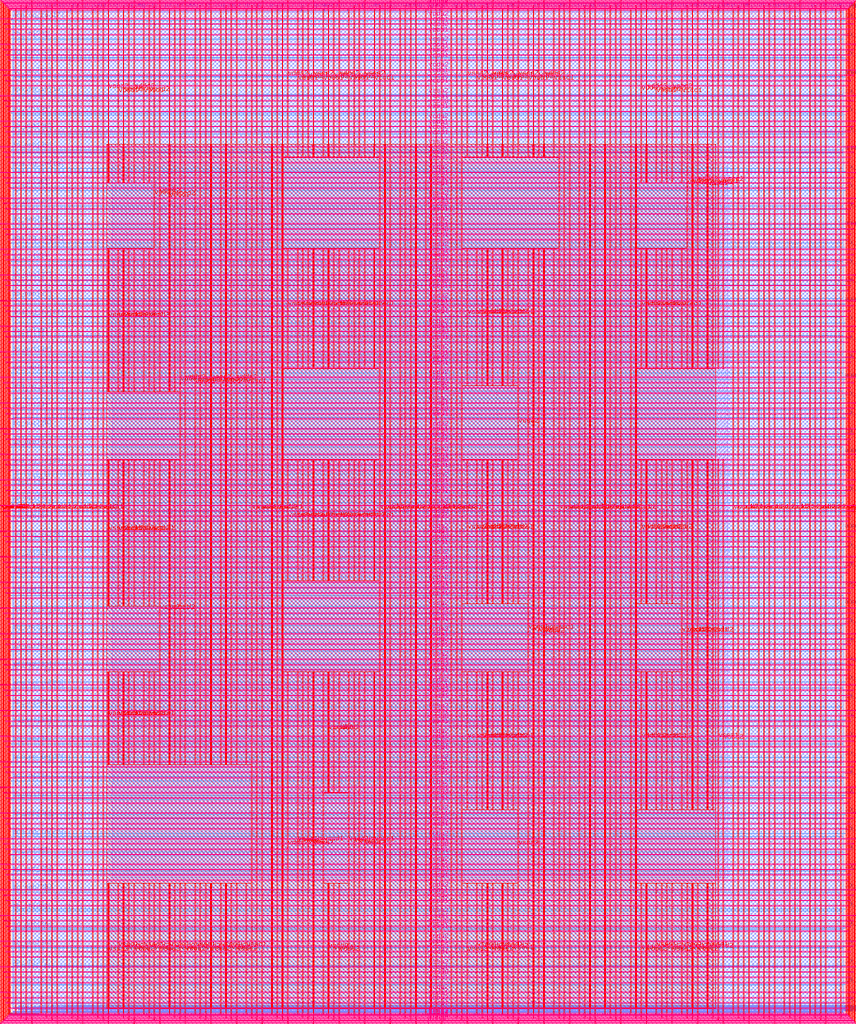
<source format=lef>
VERSION 5.7 ;
  NOWIREEXTENSIONATPIN ON ;
  DIVIDERCHAR "/" ;
  BUSBITCHARS "[]" ;
MACRO user_project_wrapper
  CLASS BLOCK ;
  FOREIGN user_project_wrapper ;
  ORIGIN 0.000 0.000 ;
  SIZE 2920.000 BY 3520.000 ;
  PIN analog_io[0]
    DIRECTION INOUT ;
    USE SIGNAL ;
    PORT
      LAYER met3 ;
        RECT 2917.600 1426.380 2924.800 1427.580 ;
    END
  END analog_io[0]
  PIN analog_io[10]
    DIRECTION INOUT ;
    USE SIGNAL ;
    PORT
      LAYER met2 ;
        RECT 2230.490 3517.600 2231.050 3524.800 ;
    END
  END analog_io[10]
  PIN analog_io[11]
    DIRECTION INOUT ;
    USE SIGNAL ;
    PORT
      LAYER met2 ;
        RECT 1905.730 3517.600 1906.290 3524.800 ;
    END
  END analog_io[11]
  PIN analog_io[12]
    DIRECTION INOUT ;
    USE SIGNAL ;
    PORT
      LAYER met2 ;
        RECT 1581.430 3517.600 1581.990 3524.800 ;
    END
  END analog_io[12]
  PIN analog_io[13]
    DIRECTION INOUT ;
    USE SIGNAL ;
    PORT
      LAYER met2 ;
        RECT 1257.130 3517.600 1257.690 3524.800 ;
    END
  END analog_io[13]
  PIN analog_io[14]
    DIRECTION INOUT ;
    USE SIGNAL ;
    PORT
      LAYER met2 ;
        RECT 932.370 3517.600 932.930 3524.800 ;
    END
  END analog_io[14]
  PIN analog_io[15]
    DIRECTION INOUT ;
    USE SIGNAL ;
    PORT
      LAYER met2 ;
        RECT 608.070 3517.600 608.630 3524.800 ;
    END
  END analog_io[15]
  PIN analog_io[16]
    DIRECTION INOUT ;
    USE SIGNAL ;
    PORT
      LAYER met2 ;
        RECT 283.770 3517.600 284.330 3524.800 ;
    END
  END analog_io[16]
  PIN analog_io[17]
    DIRECTION INOUT ;
    USE SIGNAL ;
    PORT
      LAYER met3 ;
        RECT -4.800 3486.100 2.400 3487.300 ;
    END
  END analog_io[17]
  PIN analog_io[18]
    DIRECTION INOUT ;
    USE SIGNAL ;
    PORT
      LAYER met3 ;
        RECT -4.800 3224.980 2.400 3226.180 ;
    END
  END analog_io[18]
  PIN analog_io[19]
    DIRECTION INOUT ;
    USE SIGNAL ;
    PORT
      LAYER met3 ;
        RECT -4.800 2964.540 2.400 2965.740 ;
    END
  END analog_io[19]
  PIN analog_io[1]
    DIRECTION INOUT ;
    USE SIGNAL ;
    PORT
      LAYER met3 ;
        RECT 2917.600 1692.260 2924.800 1693.460 ;
    END
  END analog_io[1]
  PIN analog_io[20]
    DIRECTION INOUT ;
    USE SIGNAL ;
    PORT
      LAYER met3 ;
        RECT -4.800 2703.420 2.400 2704.620 ;
    END
  END analog_io[20]
  PIN analog_io[21]
    DIRECTION INOUT ;
    USE SIGNAL ;
    PORT
      LAYER met3 ;
        RECT -4.800 2442.980 2.400 2444.180 ;
    END
  END analog_io[21]
  PIN analog_io[22]
    DIRECTION INOUT ;
    USE SIGNAL ;
    PORT
      LAYER met3 ;
        RECT -4.800 2182.540 2.400 2183.740 ;
    END
  END analog_io[22]
  PIN analog_io[23]
    DIRECTION INOUT ;
    USE SIGNAL ;
    PORT
      LAYER met3 ;
        RECT -4.800 1921.420 2.400 1922.620 ;
    END
  END analog_io[23]
  PIN analog_io[24]
    DIRECTION INOUT ;
    USE SIGNAL ;
    PORT
      LAYER met3 ;
        RECT -4.800 1660.980 2.400 1662.180 ;
    END
  END analog_io[24]
  PIN analog_io[25]
    DIRECTION INOUT ;
    USE SIGNAL ;
    PORT
      LAYER met3 ;
        RECT -4.800 1399.860 2.400 1401.060 ;
    END
  END analog_io[25]
  PIN analog_io[26]
    DIRECTION INOUT ;
    USE SIGNAL ;
    PORT
      LAYER met3 ;
        RECT -4.800 1139.420 2.400 1140.620 ;
    END
  END analog_io[26]
  PIN analog_io[27]
    DIRECTION INOUT ;
    USE SIGNAL ;
    PORT
      LAYER met3 ;
        RECT -4.800 878.980 2.400 880.180 ;
    END
  END analog_io[27]
  PIN analog_io[28]
    DIRECTION INOUT ;
    USE SIGNAL ;
    PORT
      LAYER met3 ;
        RECT -4.800 617.860 2.400 619.060 ;
    END
  END analog_io[28]
  PIN analog_io[2]
    DIRECTION INOUT ;
    USE SIGNAL ;
    PORT
      LAYER met3 ;
        RECT 2917.600 1958.140 2924.800 1959.340 ;
    END
  END analog_io[2]
  PIN analog_io[3]
    DIRECTION INOUT ;
    USE SIGNAL ;
    PORT
      LAYER met3 ;
        RECT 2917.600 2223.340 2924.800 2224.540 ;
    END
  END analog_io[3]
  PIN analog_io[4]
    DIRECTION INOUT ;
    USE SIGNAL ;
    PORT
      LAYER met3 ;
        RECT 2917.600 2489.220 2924.800 2490.420 ;
    END
  END analog_io[4]
  PIN analog_io[5]
    DIRECTION INOUT ;
    USE SIGNAL ;
    PORT
      LAYER met3 ;
        RECT 2917.600 2755.100 2924.800 2756.300 ;
    END
  END analog_io[5]
  PIN analog_io[6]
    DIRECTION INOUT ;
    USE SIGNAL ;
    PORT
      LAYER met3 ;
        RECT 2917.600 3020.300 2924.800 3021.500 ;
    END
  END analog_io[6]
  PIN analog_io[7]
    DIRECTION INOUT ;
    USE SIGNAL ;
    PORT
      LAYER met3 ;
        RECT 2917.600 3286.180 2924.800 3287.380 ;
    END
  END analog_io[7]
  PIN analog_io[8]
    DIRECTION INOUT ;
    USE SIGNAL ;
    PORT
      LAYER met2 ;
        RECT 2879.090 3517.600 2879.650 3524.800 ;
    END
  END analog_io[8]
  PIN analog_io[9]
    DIRECTION INOUT ;
    USE SIGNAL ;
    PORT
      LAYER met2 ;
        RECT 2554.790 3517.600 2555.350 3524.800 ;
    END
  END analog_io[9]
  PIN io_in[0]
    DIRECTION INPUT ;
    USE SIGNAL ;
    PORT
      LAYER met3 ;
        RECT 2917.600 32.380 2924.800 33.580 ;
    END
  END io_in[0]
  PIN io_in[10]
    DIRECTION INPUT ;
    USE SIGNAL ;
    PORT
      LAYER met3 ;
        RECT 2917.600 2289.980 2924.800 2291.180 ;
    END
  END io_in[10]
  PIN io_in[11]
    DIRECTION INPUT ;
    USE SIGNAL ;
    PORT
      LAYER met3 ;
        RECT 2917.600 2555.860 2924.800 2557.060 ;
    END
  END io_in[11]
  PIN io_in[12]
    DIRECTION INPUT ;
    USE SIGNAL ;
    PORT
      LAYER met3 ;
        RECT 2917.600 2821.060 2924.800 2822.260 ;
    END
  END io_in[12]
  PIN io_in[13]
    DIRECTION INPUT ;
    USE SIGNAL ;
    PORT
      LAYER met3 ;
        RECT 2917.600 3086.940 2924.800 3088.140 ;
    END
  END io_in[13]
  PIN io_in[14]
    DIRECTION INPUT ;
    USE SIGNAL ;
    PORT
      LAYER met3 ;
        RECT 2917.600 3352.820 2924.800 3354.020 ;
    END
  END io_in[14]
  PIN io_in[15]
    DIRECTION INPUT ;
    USE SIGNAL ;
    PORT
      LAYER met2 ;
        RECT 2798.130 3517.600 2798.690 3524.800 ;
    END
  END io_in[15]
  PIN io_in[16]
    DIRECTION INPUT ;
    USE SIGNAL ;
    PORT
      LAYER met2 ;
        RECT 2473.830 3517.600 2474.390 3524.800 ;
    END
  END io_in[16]
  PIN io_in[17]
    DIRECTION INPUT ;
    USE SIGNAL ;
    PORT
      LAYER met2 ;
        RECT 2149.070 3517.600 2149.630 3524.800 ;
    END
  END io_in[17]
  PIN io_in[18]
    DIRECTION INPUT ;
    USE SIGNAL ;
    PORT
      LAYER met2 ;
        RECT 1824.770 3517.600 1825.330 3524.800 ;
    END
  END io_in[18]
  PIN io_in[19]
    DIRECTION INPUT ;
    USE SIGNAL ;
    PORT
      LAYER met2 ;
        RECT 1500.470 3517.600 1501.030 3524.800 ;
    END
  END io_in[19]
  PIN io_in[1]
    DIRECTION INPUT ;
    USE SIGNAL ;
    PORT
      LAYER met3 ;
        RECT 2917.600 230.940 2924.800 232.140 ;
    END
  END io_in[1]
  PIN io_in[20]
    DIRECTION INPUT ;
    USE SIGNAL ;
    PORT
      LAYER met2 ;
        RECT 1175.710 3517.600 1176.270 3524.800 ;
    END
  END io_in[20]
  PIN io_in[21]
    DIRECTION INPUT ;
    USE SIGNAL ;
    PORT
      LAYER met2 ;
        RECT 851.410 3517.600 851.970 3524.800 ;
    END
  END io_in[21]
  PIN io_in[22]
    DIRECTION INPUT ;
    USE SIGNAL ;
    PORT
      LAYER met2 ;
        RECT 527.110 3517.600 527.670 3524.800 ;
    END
  END io_in[22]
  PIN io_in[23]
    DIRECTION INPUT ;
    USE SIGNAL ;
    PORT
      LAYER met2 ;
        RECT 202.350 3517.600 202.910 3524.800 ;
    END
  END io_in[23]
  PIN io_in[24]
    DIRECTION INPUT ;
    USE SIGNAL ;
    PORT
      LAYER met3 ;
        RECT -4.800 3420.820 2.400 3422.020 ;
    END
  END io_in[24]
  PIN io_in[25]
    DIRECTION INPUT ;
    USE SIGNAL ;
    PORT
      LAYER met3 ;
        RECT -4.800 3159.700 2.400 3160.900 ;
    END
  END io_in[25]
  PIN io_in[26]
    DIRECTION INPUT ;
    USE SIGNAL ;
    PORT
      LAYER met3 ;
        RECT -4.800 2899.260 2.400 2900.460 ;
    END
  END io_in[26]
  PIN io_in[27]
    DIRECTION INPUT ;
    USE SIGNAL ;
    PORT
      LAYER met3 ;
        RECT -4.800 2638.820 2.400 2640.020 ;
    END
  END io_in[27]
  PIN io_in[28]
    DIRECTION INPUT ;
    USE SIGNAL ;
    PORT
      LAYER met3 ;
        RECT -4.800 2377.700 2.400 2378.900 ;
    END
  END io_in[28]
  PIN io_in[29]
    DIRECTION INPUT ;
    USE SIGNAL ;
    PORT
      LAYER met3 ;
        RECT -4.800 2117.260 2.400 2118.460 ;
    END
  END io_in[29]
  PIN io_in[2]
    DIRECTION INPUT ;
    USE SIGNAL ;
    PORT
      LAYER met3 ;
        RECT 2917.600 430.180 2924.800 431.380 ;
    END
  END io_in[2]
  PIN io_in[30]
    DIRECTION INPUT ;
    USE SIGNAL ;
    PORT
      LAYER met3 ;
        RECT -4.800 1856.140 2.400 1857.340 ;
    END
  END io_in[30]
  PIN io_in[31]
    DIRECTION INPUT ;
    USE SIGNAL ;
    PORT
      LAYER met3 ;
        RECT -4.800 1595.700 2.400 1596.900 ;
    END
  END io_in[31]
  PIN io_in[32]
    DIRECTION INPUT ;
    USE SIGNAL ;
    PORT
      LAYER met3 ;
        RECT -4.800 1335.260 2.400 1336.460 ;
    END
  END io_in[32]
  PIN io_in[33]
    DIRECTION INPUT ;
    USE SIGNAL ;
    PORT
      LAYER met3 ;
        RECT -4.800 1074.140 2.400 1075.340 ;
    END
  END io_in[33]
  PIN io_in[34]
    DIRECTION INPUT ;
    USE SIGNAL ;
    PORT
      LAYER met3 ;
        RECT -4.800 813.700 2.400 814.900 ;
    END
  END io_in[34]
  PIN io_in[35]
    DIRECTION INPUT ;
    USE SIGNAL ;
    PORT
      LAYER met3 ;
        RECT -4.800 552.580 2.400 553.780 ;
    END
  END io_in[35]
  PIN io_in[36]
    DIRECTION INPUT ;
    USE SIGNAL ;
    PORT
      LAYER met3 ;
        RECT -4.800 357.420 2.400 358.620 ;
    END
  END io_in[36]
  PIN io_in[37]
    DIRECTION INPUT ;
    USE SIGNAL ;
    PORT
      LAYER met3 ;
        RECT -4.800 161.580 2.400 162.780 ;
    END
  END io_in[37]
  PIN io_in[3]
    DIRECTION INPUT ;
    USE SIGNAL ;
    PORT
      LAYER met3 ;
        RECT 2917.600 629.420 2924.800 630.620 ;
    END
  END io_in[3]
  PIN io_in[4]
    DIRECTION INPUT ;
    USE SIGNAL ;
    PORT
      LAYER met3 ;
        RECT 2917.600 828.660 2924.800 829.860 ;
    END
  END io_in[4]
  PIN io_in[5]
    DIRECTION INPUT ;
    USE SIGNAL ;
    PORT
      LAYER met3 ;
        RECT 2917.600 1027.900 2924.800 1029.100 ;
    END
  END io_in[5]
  PIN io_in[6]
    DIRECTION INPUT ;
    USE SIGNAL ;
    PORT
      LAYER met3 ;
        RECT 2917.600 1227.140 2924.800 1228.340 ;
    END
  END io_in[6]
  PIN io_in[7]
    DIRECTION INPUT ;
    USE SIGNAL ;
    PORT
      LAYER met3 ;
        RECT 2917.600 1493.020 2924.800 1494.220 ;
    END
  END io_in[7]
  PIN io_in[8]
    DIRECTION INPUT ;
    USE SIGNAL ;
    PORT
      LAYER met3 ;
        RECT 2917.600 1758.900 2924.800 1760.100 ;
    END
  END io_in[8]
  PIN io_in[9]
    DIRECTION INPUT ;
    USE SIGNAL ;
    PORT
      LAYER met3 ;
        RECT 2917.600 2024.100 2924.800 2025.300 ;
    END
  END io_in[9]
  PIN io_oeb[0]
    DIRECTION OUTPUT TRISTATE ;
    USE SIGNAL ;
    PORT
      LAYER met3 ;
        RECT 2917.600 164.980 2924.800 166.180 ;
    END
  END io_oeb[0]
  PIN io_oeb[10]
    DIRECTION OUTPUT TRISTATE ;
    USE SIGNAL ;
    PORT
      LAYER met3 ;
        RECT 2917.600 2422.580 2924.800 2423.780 ;
    END
  END io_oeb[10]
  PIN io_oeb[11]
    DIRECTION OUTPUT TRISTATE ;
    USE SIGNAL ;
    PORT
      LAYER met3 ;
        RECT 2917.600 2688.460 2924.800 2689.660 ;
    END
  END io_oeb[11]
  PIN io_oeb[12]
    DIRECTION OUTPUT TRISTATE ;
    USE SIGNAL ;
    PORT
      LAYER met3 ;
        RECT 2917.600 2954.340 2924.800 2955.540 ;
    END
  END io_oeb[12]
  PIN io_oeb[13]
    DIRECTION OUTPUT TRISTATE ;
    USE SIGNAL ;
    PORT
      LAYER met3 ;
        RECT 2917.600 3219.540 2924.800 3220.740 ;
    END
  END io_oeb[13]
  PIN io_oeb[14]
    DIRECTION OUTPUT TRISTATE ;
    USE SIGNAL ;
    PORT
      LAYER met3 ;
        RECT 2917.600 3485.420 2924.800 3486.620 ;
    END
  END io_oeb[14]
  PIN io_oeb[15]
    DIRECTION OUTPUT TRISTATE ;
    USE SIGNAL ;
    PORT
      LAYER met2 ;
        RECT 2635.750 3517.600 2636.310 3524.800 ;
    END
  END io_oeb[15]
  PIN io_oeb[16]
    DIRECTION OUTPUT TRISTATE ;
    USE SIGNAL ;
    PORT
      LAYER met2 ;
        RECT 2311.450 3517.600 2312.010 3524.800 ;
    END
  END io_oeb[16]
  PIN io_oeb[17]
    DIRECTION OUTPUT TRISTATE ;
    USE SIGNAL ;
    PORT
      LAYER met2 ;
        RECT 1987.150 3517.600 1987.710 3524.800 ;
    END
  END io_oeb[17]
  PIN io_oeb[18]
    DIRECTION OUTPUT TRISTATE ;
    USE SIGNAL ;
    PORT
      LAYER met2 ;
        RECT 1662.390 3517.600 1662.950 3524.800 ;
    END
  END io_oeb[18]
  PIN io_oeb[19]
    DIRECTION OUTPUT TRISTATE ;
    USE SIGNAL ;
    PORT
      LAYER met2 ;
        RECT 1338.090 3517.600 1338.650 3524.800 ;
    END
  END io_oeb[19]
  PIN io_oeb[1]
    DIRECTION OUTPUT TRISTATE ;
    USE SIGNAL ;
    PORT
      LAYER met3 ;
        RECT 2917.600 364.220 2924.800 365.420 ;
    END
  END io_oeb[1]
  PIN io_oeb[20]
    DIRECTION OUTPUT TRISTATE ;
    USE SIGNAL ;
    PORT
      LAYER met2 ;
        RECT 1013.790 3517.600 1014.350 3524.800 ;
    END
  END io_oeb[20]
  PIN io_oeb[21]
    DIRECTION OUTPUT TRISTATE ;
    USE SIGNAL ;
    PORT
      LAYER met2 ;
        RECT 689.030 3517.600 689.590 3524.800 ;
    END
  END io_oeb[21]
  PIN io_oeb[22]
    DIRECTION OUTPUT TRISTATE ;
    USE SIGNAL ;
    PORT
      LAYER met2 ;
        RECT 364.730 3517.600 365.290 3524.800 ;
    END
  END io_oeb[22]
  PIN io_oeb[23]
    DIRECTION OUTPUT TRISTATE ;
    USE SIGNAL ;
    PORT
      LAYER met2 ;
        RECT 40.430 3517.600 40.990 3524.800 ;
    END
  END io_oeb[23]
  PIN io_oeb[24]
    DIRECTION OUTPUT TRISTATE ;
    USE SIGNAL ;
    PORT
      LAYER met3 ;
        RECT -4.800 3290.260 2.400 3291.460 ;
    END
  END io_oeb[24]
  PIN io_oeb[25]
    DIRECTION OUTPUT TRISTATE ;
    USE SIGNAL ;
    PORT
      LAYER met3 ;
        RECT -4.800 3029.820 2.400 3031.020 ;
    END
  END io_oeb[25]
  PIN io_oeb[26]
    DIRECTION OUTPUT TRISTATE ;
    USE SIGNAL ;
    PORT
      LAYER met3 ;
        RECT -4.800 2768.700 2.400 2769.900 ;
    END
  END io_oeb[26]
  PIN io_oeb[27]
    DIRECTION OUTPUT TRISTATE ;
    USE SIGNAL ;
    PORT
      LAYER met3 ;
        RECT -4.800 2508.260 2.400 2509.460 ;
    END
  END io_oeb[27]
  PIN io_oeb[28]
    DIRECTION OUTPUT TRISTATE ;
    USE SIGNAL ;
    PORT
      LAYER met3 ;
        RECT -4.800 2247.140 2.400 2248.340 ;
    END
  END io_oeb[28]
  PIN io_oeb[29]
    DIRECTION OUTPUT TRISTATE ;
    USE SIGNAL ;
    PORT
      LAYER met3 ;
        RECT -4.800 1986.700 2.400 1987.900 ;
    END
  END io_oeb[29]
  PIN io_oeb[2]
    DIRECTION OUTPUT TRISTATE ;
    USE SIGNAL ;
    PORT
      LAYER met3 ;
        RECT 2917.600 563.460 2924.800 564.660 ;
    END
  END io_oeb[2]
  PIN io_oeb[30]
    DIRECTION OUTPUT TRISTATE ;
    USE SIGNAL ;
    PORT
      LAYER met3 ;
        RECT -4.800 1726.260 2.400 1727.460 ;
    END
  END io_oeb[30]
  PIN io_oeb[31]
    DIRECTION OUTPUT TRISTATE ;
    USE SIGNAL ;
    PORT
      LAYER met3 ;
        RECT -4.800 1465.140 2.400 1466.340 ;
    END
  END io_oeb[31]
  PIN io_oeb[32]
    DIRECTION OUTPUT TRISTATE ;
    USE SIGNAL ;
    PORT
      LAYER met3 ;
        RECT -4.800 1204.700 2.400 1205.900 ;
    END
  END io_oeb[32]
  PIN io_oeb[33]
    DIRECTION OUTPUT TRISTATE ;
    USE SIGNAL ;
    PORT
      LAYER met3 ;
        RECT -4.800 943.580 2.400 944.780 ;
    END
  END io_oeb[33]
  PIN io_oeb[34]
    DIRECTION OUTPUT TRISTATE ;
    USE SIGNAL ;
    PORT
      LAYER met3 ;
        RECT -4.800 683.140 2.400 684.340 ;
    END
  END io_oeb[34]
  PIN io_oeb[35]
    DIRECTION OUTPUT TRISTATE ;
    USE SIGNAL ;
    PORT
      LAYER met3 ;
        RECT -4.800 422.700 2.400 423.900 ;
    END
  END io_oeb[35]
  PIN io_oeb[36]
    DIRECTION OUTPUT TRISTATE ;
    USE SIGNAL ;
    PORT
      LAYER met3 ;
        RECT -4.800 226.860 2.400 228.060 ;
    END
  END io_oeb[36]
  PIN io_oeb[37]
    DIRECTION OUTPUT TRISTATE ;
    USE SIGNAL ;
    PORT
      LAYER met3 ;
        RECT -4.800 31.700 2.400 32.900 ;
    END
  END io_oeb[37]
  PIN io_oeb[3]
    DIRECTION OUTPUT TRISTATE ;
    USE SIGNAL ;
    PORT
      LAYER met3 ;
        RECT 2917.600 762.700 2924.800 763.900 ;
    END
  END io_oeb[3]
  PIN io_oeb[4]
    DIRECTION OUTPUT TRISTATE ;
    USE SIGNAL ;
    PORT
      LAYER met3 ;
        RECT 2917.600 961.940 2924.800 963.140 ;
    END
  END io_oeb[4]
  PIN io_oeb[5]
    DIRECTION OUTPUT TRISTATE ;
    USE SIGNAL ;
    PORT
      LAYER met3 ;
        RECT 2917.600 1161.180 2924.800 1162.380 ;
    END
  END io_oeb[5]
  PIN io_oeb[6]
    DIRECTION OUTPUT TRISTATE ;
    USE SIGNAL ;
    PORT
      LAYER met3 ;
        RECT 2917.600 1360.420 2924.800 1361.620 ;
    END
  END io_oeb[6]
  PIN io_oeb[7]
    DIRECTION OUTPUT TRISTATE ;
    USE SIGNAL ;
    PORT
      LAYER met3 ;
        RECT 2917.600 1625.620 2924.800 1626.820 ;
    END
  END io_oeb[7]
  PIN io_oeb[8]
    DIRECTION OUTPUT TRISTATE ;
    USE SIGNAL ;
    PORT
      LAYER met3 ;
        RECT 2917.600 1891.500 2924.800 1892.700 ;
    END
  END io_oeb[8]
  PIN io_oeb[9]
    DIRECTION OUTPUT TRISTATE ;
    USE SIGNAL ;
    PORT
      LAYER met3 ;
        RECT 2917.600 2157.380 2924.800 2158.580 ;
    END
  END io_oeb[9]
  PIN io_out[0]
    DIRECTION OUTPUT TRISTATE ;
    USE SIGNAL ;
    PORT
      LAYER met3 ;
        RECT 2917.600 98.340 2924.800 99.540 ;
    END
  END io_out[0]
  PIN io_out[10]
    DIRECTION OUTPUT TRISTATE ;
    USE SIGNAL ;
    PORT
      LAYER met3 ;
        RECT 2917.600 2356.620 2924.800 2357.820 ;
    END
  END io_out[10]
  PIN io_out[11]
    DIRECTION OUTPUT TRISTATE ;
    USE SIGNAL ;
    PORT
      LAYER met3 ;
        RECT 2917.600 2621.820 2924.800 2623.020 ;
    END
  END io_out[11]
  PIN io_out[12]
    DIRECTION OUTPUT TRISTATE ;
    USE SIGNAL ;
    PORT
      LAYER met3 ;
        RECT 2917.600 2887.700 2924.800 2888.900 ;
    END
  END io_out[12]
  PIN io_out[13]
    DIRECTION OUTPUT TRISTATE ;
    USE SIGNAL ;
    PORT
      LAYER met3 ;
        RECT 2917.600 3153.580 2924.800 3154.780 ;
    END
  END io_out[13]
  PIN io_out[14]
    DIRECTION OUTPUT TRISTATE ;
    USE SIGNAL ;
    PORT
      LAYER met3 ;
        RECT 2917.600 3418.780 2924.800 3419.980 ;
    END
  END io_out[14]
  PIN io_out[15]
    DIRECTION OUTPUT TRISTATE ;
    USE SIGNAL ;
    PORT
      LAYER met2 ;
        RECT 2717.170 3517.600 2717.730 3524.800 ;
    END
  END io_out[15]
  PIN io_out[16]
    DIRECTION OUTPUT TRISTATE ;
    USE SIGNAL ;
    PORT
      LAYER met2 ;
        RECT 2392.410 3517.600 2392.970 3524.800 ;
    END
  END io_out[16]
  PIN io_out[17]
    DIRECTION OUTPUT TRISTATE ;
    USE SIGNAL ;
    PORT
      LAYER met2 ;
        RECT 2068.110 3517.600 2068.670 3524.800 ;
    END
  END io_out[17]
  PIN io_out[18]
    DIRECTION OUTPUT TRISTATE ;
    USE SIGNAL ;
    PORT
      LAYER met2 ;
        RECT 1743.810 3517.600 1744.370 3524.800 ;
    END
  END io_out[18]
  PIN io_out[19]
    DIRECTION OUTPUT TRISTATE ;
    USE SIGNAL ;
    PORT
      LAYER met2 ;
        RECT 1419.050 3517.600 1419.610 3524.800 ;
    END
  END io_out[19]
  PIN io_out[1]
    DIRECTION OUTPUT TRISTATE ;
    USE SIGNAL ;
    PORT
      LAYER met3 ;
        RECT 2917.600 297.580 2924.800 298.780 ;
    END
  END io_out[1]
  PIN io_out[20]
    DIRECTION OUTPUT TRISTATE ;
    USE SIGNAL ;
    PORT
      LAYER met2 ;
        RECT 1094.750 3517.600 1095.310 3524.800 ;
    END
  END io_out[20]
  PIN io_out[21]
    DIRECTION OUTPUT TRISTATE ;
    USE SIGNAL ;
    PORT
      LAYER met2 ;
        RECT 770.450 3517.600 771.010 3524.800 ;
    END
  END io_out[21]
  PIN io_out[22]
    DIRECTION OUTPUT TRISTATE ;
    USE SIGNAL ;
    PORT
      LAYER met2 ;
        RECT 445.690 3517.600 446.250 3524.800 ;
    END
  END io_out[22]
  PIN io_out[23]
    DIRECTION OUTPUT TRISTATE ;
    USE SIGNAL ;
    PORT
      LAYER met2 ;
        RECT 121.390 3517.600 121.950 3524.800 ;
    END
  END io_out[23]
  PIN io_out[24]
    DIRECTION OUTPUT TRISTATE ;
    USE SIGNAL ;
    PORT
      LAYER met3 ;
        RECT -4.800 3355.540 2.400 3356.740 ;
    END
  END io_out[24]
  PIN io_out[25]
    DIRECTION OUTPUT TRISTATE ;
    USE SIGNAL ;
    PORT
      LAYER met3 ;
        RECT -4.800 3095.100 2.400 3096.300 ;
    END
  END io_out[25]
  PIN io_out[26]
    DIRECTION OUTPUT TRISTATE ;
    USE SIGNAL ;
    PORT
      LAYER met3 ;
        RECT -4.800 2833.980 2.400 2835.180 ;
    END
  END io_out[26]
  PIN io_out[27]
    DIRECTION OUTPUT TRISTATE ;
    USE SIGNAL ;
    PORT
      LAYER met3 ;
        RECT -4.800 2573.540 2.400 2574.740 ;
    END
  END io_out[27]
  PIN io_out[28]
    DIRECTION OUTPUT TRISTATE ;
    USE SIGNAL ;
    PORT
      LAYER met3 ;
        RECT -4.800 2312.420 2.400 2313.620 ;
    END
  END io_out[28]
  PIN io_out[29]
    DIRECTION OUTPUT TRISTATE ;
    USE SIGNAL ;
    PORT
      LAYER met3 ;
        RECT -4.800 2051.980 2.400 2053.180 ;
    END
  END io_out[29]
  PIN io_out[2]
    DIRECTION OUTPUT TRISTATE ;
    USE SIGNAL ;
    PORT
      LAYER met3 ;
        RECT 2917.600 496.820 2924.800 498.020 ;
    END
  END io_out[2]
  PIN io_out[30]
    DIRECTION OUTPUT TRISTATE ;
    USE SIGNAL ;
    PORT
      LAYER met3 ;
        RECT -4.800 1791.540 2.400 1792.740 ;
    END
  END io_out[30]
  PIN io_out[31]
    DIRECTION OUTPUT TRISTATE ;
    USE SIGNAL ;
    PORT
      LAYER met3 ;
        RECT -4.800 1530.420 2.400 1531.620 ;
    END
  END io_out[31]
  PIN io_out[32]
    DIRECTION OUTPUT TRISTATE ;
    USE SIGNAL ;
    PORT
      LAYER met3 ;
        RECT -4.800 1269.980 2.400 1271.180 ;
    END
  END io_out[32]
  PIN io_out[33]
    DIRECTION OUTPUT TRISTATE ;
    USE SIGNAL ;
    PORT
      LAYER met3 ;
        RECT -4.800 1008.860 2.400 1010.060 ;
    END
  END io_out[33]
  PIN io_out[34]
    DIRECTION OUTPUT TRISTATE ;
    USE SIGNAL ;
    PORT
      LAYER met3 ;
        RECT -4.800 748.420 2.400 749.620 ;
    END
  END io_out[34]
  PIN io_out[35]
    DIRECTION OUTPUT TRISTATE ;
    USE SIGNAL ;
    PORT
      LAYER met3 ;
        RECT -4.800 487.300 2.400 488.500 ;
    END
  END io_out[35]
  PIN io_out[36]
    DIRECTION OUTPUT TRISTATE ;
    USE SIGNAL ;
    PORT
      LAYER met3 ;
        RECT -4.800 292.140 2.400 293.340 ;
    END
  END io_out[36]
  PIN io_out[37]
    DIRECTION OUTPUT TRISTATE ;
    USE SIGNAL ;
    PORT
      LAYER met3 ;
        RECT -4.800 96.300 2.400 97.500 ;
    END
  END io_out[37]
  PIN io_out[3]
    DIRECTION OUTPUT TRISTATE ;
    USE SIGNAL ;
    PORT
      LAYER met3 ;
        RECT 2917.600 696.060 2924.800 697.260 ;
    END
  END io_out[3]
  PIN io_out[4]
    DIRECTION OUTPUT TRISTATE ;
    USE SIGNAL ;
    PORT
      LAYER met3 ;
        RECT 2917.600 895.300 2924.800 896.500 ;
    END
  END io_out[4]
  PIN io_out[5]
    DIRECTION OUTPUT TRISTATE ;
    USE SIGNAL ;
    PORT
      LAYER met3 ;
        RECT 2917.600 1094.540 2924.800 1095.740 ;
    END
  END io_out[5]
  PIN io_out[6]
    DIRECTION OUTPUT TRISTATE ;
    USE SIGNAL ;
    PORT
      LAYER met3 ;
        RECT 2917.600 1293.780 2924.800 1294.980 ;
    END
  END io_out[6]
  PIN io_out[7]
    DIRECTION OUTPUT TRISTATE ;
    USE SIGNAL ;
    PORT
      LAYER met3 ;
        RECT 2917.600 1559.660 2924.800 1560.860 ;
    END
  END io_out[7]
  PIN io_out[8]
    DIRECTION OUTPUT TRISTATE ;
    USE SIGNAL ;
    PORT
      LAYER met3 ;
        RECT 2917.600 1824.860 2924.800 1826.060 ;
    END
  END io_out[8]
  PIN io_out[9]
    DIRECTION OUTPUT TRISTATE ;
    USE SIGNAL ;
    PORT
      LAYER met3 ;
        RECT 2917.600 2090.740 2924.800 2091.940 ;
    END
  END io_out[9]
  PIN la_data_in[0]
    DIRECTION INPUT ;
    USE SIGNAL ;
    PORT
      LAYER met2 ;
        RECT 629.230 -4.800 629.790 2.400 ;
    END
  END la_data_in[0]
  PIN la_data_in[100]
    DIRECTION INPUT ;
    USE SIGNAL ;
    PORT
      LAYER met2 ;
        RECT 2402.530 -4.800 2403.090 2.400 ;
    END
  END la_data_in[100]
  PIN la_data_in[101]
    DIRECTION INPUT ;
    USE SIGNAL ;
    PORT
      LAYER met2 ;
        RECT 2420.010 -4.800 2420.570 2.400 ;
    END
  END la_data_in[101]
  PIN la_data_in[102]
    DIRECTION INPUT ;
    USE SIGNAL ;
    PORT
      LAYER met2 ;
        RECT 2437.950 -4.800 2438.510 2.400 ;
    END
  END la_data_in[102]
  PIN la_data_in[103]
    DIRECTION INPUT ;
    USE SIGNAL ;
    PORT
      LAYER met2 ;
        RECT 2455.430 -4.800 2455.990 2.400 ;
    END
  END la_data_in[103]
  PIN la_data_in[104]
    DIRECTION INPUT ;
    USE SIGNAL ;
    PORT
      LAYER met2 ;
        RECT 2473.370 -4.800 2473.930 2.400 ;
    END
  END la_data_in[104]
  PIN la_data_in[105]
    DIRECTION INPUT ;
    USE SIGNAL ;
    PORT
      LAYER met2 ;
        RECT 2490.850 -4.800 2491.410 2.400 ;
    END
  END la_data_in[105]
  PIN la_data_in[106]
    DIRECTION INPUT ;
    USE SIGNAL ;
    PORT
      LAYER met2 ;
        RECT 2508.790 -4.800 2509.350 2.400 ;
    END
  END la_data_in[106]
  PIN la_data_in[107]
    DIRECTION INPUT ;
    USE SIGNAL ;
    PORT
      LAYER met2 ;
        RECT 2526.730 -4.800 2527.290 2.400 ;
    END
  END la_data_in[107]
  PIN la_data_in[108]
    DIRECTION INPUT ;
    USE SIGNAL ;
    PORT
      LAYER met2 ;
        RECT 2544.210 -4.800 2544.770 2.400 ;
    END
  END la_data_in[108]
  PIN la_data_in[109]
    DIRECTION INPUT ;
    USE SIGNAL ;
    PORT
      LAYER met2 ;
        RECT 2562.150 -4.800 2562.710 2.400 ;
    END
  END la_data_in[109]
  PIN la_data_in[10]
    DIRECTION INPUT ;
    USE SIGNAL ;
    PORT
      LAYER met2 ;
        RECT 806.330 -4.800 806.890 2.400 ;
    END
  END la_data_in[10]
  PIN la_data_in[110]
    DIRECTION INPUT ;
    USE SIGNAL ;
    PORT
      LAYER met2 ;
        RECT 2579.630 -4.800 2580.190 2.400 ;
    END
  END la_data_in[110]
  PIN la_data_in[111]
    DIRECTION INPUT ;
    USE SIGNAL ;
    PORT
      LAYER met2 ;
        RECT 2597.570 -4.800 2598.130 2.400 ;
    END
  END la_data_in[111]
  PIN la_data_in[112]
    DIRECTION INPUT ;
    USE SIGNAL ;
    PORT
      LAYER met2 ;
        RECT 2615.050 -4.800 2615.610 2.400 ;
    END
  END la_data_in[112]
  PIN la_data_in[113]
    DIRECTION INPUT ;
    USE SIGNAL ;
    PORT
      LAYER met2 ;
        RECT 2632.990 -4.800 2633.550 2.400 ;
    END
  END la_data_in[113]
  PIN la_data_in[114]
    DIRECTION INPUT ;
    USE SIGNAL ;
    PORT
      LAYER met2 ;
        RECT 2650.470 -4.800 2651.030 2.400 ;
    END
  END la_data_in[114]
  PIN la_data_in[115]
    DIRECTION INPUT ;
    USE SIGNAL ;
    PORT
      LAYER met2 ;
        RECT 2668.410 -4.800 2668.970 2.400 ;
    END
  END la_data_in[115]
  PIN la_data_in[116]
    DIRECTION INPUT ;
    USE SIGNAL ;
    PORT
      LAYER met2 ;
        RECT 2685.890 -4.800 2686.450 2.400 ;
    END
  END la_data_in[116]
  PIN la_data_in[117]
    DIRECTION INPUT ;
    USE SIGNAL ;
    PORT
      LAYER met2 ;
        RECT 2703.830 -4.800 2704.390 2.400 ;
    END
  END la_data_in[117]
  PIN la_data_in[118]
    DIRECTION INPUT ;
    USE SIGNAL ;
    PORT
      LAYER met2 ;
        RECT 2721.770 -4.800 2722.330 2.400 ;
    END
  END la_data_in[118]
  PIN la_data_in[119]
    DIRECTION INPUT ;
    USE SIGNAL ;
    PORT
      LAYER met2 ;
        RECT 2739.250 -4.800 2739.810 2.400 ;
    END
  END la_data_in[119]
  PIN la_data_in[11]
    DIRECTION INPUT ;
    USE SIGNAL ;
    PORT
      LAYER met2 ;
        RECT 824.270 -4.800 824.830 2.400 ;
    END
  END la_data_in[11]
  PIN la_data_in[120]
    DIRECTION INPUT ;
    USE SIGNAL ;
    PORT
      LAYER met2 ;
        RECT 2757.190 -4.800 2757.750 2.400 ;
    END
  END la_data_in[120]
  PIN la_data_in[121]
    DIRECTION INPUT ;
    USE SIGNAL ;
    PORT
      LAYER met2 ;
        RECT 2774.670 -4.800 2775.230 2.400 ;
    END
  END la_data_in[121]
  PIN la_data_in[122]
    DIRECTION INPUT ;
    USE SIGNAL ;
    PORT
      LAYER met2 ;
        RECT 2792.610 -4.800 2793.170 2.400 ;
    END
  END la_data_in[122]
  PIN la_data_in[123]
    DIRECTION INPUT ;
    USE SIGNAL ;
    PORT
      LAYER met2 ;
        RECT 2810.090 -4.800 2810.650 2.400 ;
    END
  END la_data_in[123]
  PIN la_data_in[124]
    DIRECTION INPUT ;
    USE SIGNAL ;
    PORT
      LAYER met2 ;
        RECT 2828.030 -4.800 2828.590 2.400 ;
    END
  END la_data_in[124]
  PIN la_data_in[125]
    DIRECTION INPUT ;
    USE SIGNAL ;
    PORT
      LAYER met2 ;
        RECT 2845.510 -4.800 2846.070 2.400 ;
    END
  END la_data_in[125]
  PIN la_data_in[126]
    DIRECTION INPUT ;
    USE SIGNAL ;
    PORT
      LAYER met2 ;
        RECT 2863.450 -4.800 2864.010 2.400 ;
    END
  END la_data_in[126]
  PIN la_data_in[127]
    DIRECTION INPUT ;
    USE SIGNAL ;
    PORT
      LAYER met2 ;
        RECT 2881.390 -4.800 2881.950 2.400 ;
    END
  END la_data_in[127]
  PIN la_data_in[12]
    DIRECTION INPUT ;
    USE SIGNAL ;
    PORT
      LAYER met2 ;
        RECT 841.750 -4.800 842.310 2.400 ;
    END
  END la_data_in[12]
  PIN la_data_in[13]
    DIRECTION INPUT ;
    USE SIGNAL ;
    PORT
      LAYER met2 ;
        RECT 859.690 -4.800 860.250 2.400 ;
    END
  END la_data_in[13]
  PIN la_data_in[14]
    DIRECTION INPUT ;
    USE SIGNAL ;
    PORT
      LAYER met2 ;
        RECT 877.170 -4.800 877.730 2.400 ;
    END
  END la_data_in[14]
  PIN la_data_in[15]
    DIRECTION INPUT ;
    USE SIGNAL ;
    PORT
      LAYER met2 ;
        RECT 895.110 -4.800 895.670 2.400 ;
    END
  END la_data_in[15]
  PIN la_data_in[16]
    DIRECTION INPUT ;
    USE SIGNAL ;
    PORT
      LAYER met2 ;
        RECT 912.590 -4.800 913.150 2.400 ;
    END
  END la_data_in[16]
  PIN la_data_in[17]
    DIRECTION INPUT ;
    USE SIGNAL ;
    PORT
      LAYER met2 ;
        RECT 930.530 -4.800 931.090 2.400 ;
    END
  END la_data_in[17]
  PIN la_data_in[18]
    DIRECTION INPUT ;
    USE SIGNAL ;
    PORT
      LAYER met2 ;
        RECT 948.470 -4.800 949.030 2.400 ;
    END
  END la_data_in[18]
  PIN la_data_in[19]
    DIRECTION INPUT ;
    USE SIGNAL ;
    PORT
      LAYER met2 ;
        RECT 965.950 -4.800 966.510 2.400 ;
    END
  END la_data_in[19]
  PIN la_data_in[1]
    DIRECTION INPUT ;
    USE SIGNAL ;
    PORT
      LAYER met2 ;
        RECT 646.710 -4.800 647.270 2.400 ;
    END
  END la_data_in[1]
  PIN la_data_in[20]
    DIRECTION INPUT ;
    USE SIGNAL ;
    PORT
      LAYER met2 ;
        RECT 983.890 -4.800 984.450 2.400 ;
    END
  END la_data_in[20]
  PIN la_data_in[21]
    DIRECTION INPUT ;
    USE SIGNAL ;
    PORT
      LAYER met2 ;
        RECT 1001.370 -4.800 1001.930 2.400 ;
    END
  END la_data_in[21]
  PIN la_data_in[22]
    DIRECTION INPUT ;
    USE SIGNAL ;
    PORT
      LAYER met2 ;
        RECT 1019.310 -4.800 1019.870 2.400 ;
    END
  END la_data_in[22]
  PIN la_data_in[23]
    DIRECTION INPUT ;
    USE SIGNAL ;
    PORT
      LAYER met2 ;
        RECT 1036.790 -4.800 1037.350 2.400 ;
    END
  END la_data_in[23]
  PIN la_data_in[24]
    DIRECTION INPUT ;
    USE SIGNAL ;
    PORT
      LAYER met2 ;
        RECT 1054.730 -4.800 1055.290 2.400 ;
    END
  END la_data_in[24]
  PIN la_data_in[25]
    DIRECTION INPUT ;
    USE SIGNAL ;
    PORT
      LAYER met2 ;
        RECT 1072.210 -4.800 1072.770 2.400 ;
    END
  END la_data_in[25]
  PIN la_data_in[26]
    DIRECTION INPUT ;
    USE SIGNAL ;
    PORT
      LAYER met2 ;
        RECT 1090.150 -4.800 1090.710 2.400 ;
    END
  END la_data_in[26]
  PIN la_data_in[27]
    DIRECTION INPUT ;
    USE SIGNAL ;
    PORT
      LAYER met2 ;
        RECT 1107.630 -4.800 1108.190 2.400 ;
    END
  END la_data_in[27]
  PIN la_data_in[28]
    DIRECTION INPUT ;
    USE SIGNAL ;
    PORT
      LAYER met2 ;
        RECT 1125.570 -4.800 1126.130 2.400 ;
    END
  END la_data_in[28]
  PIN la_data_in[29]
    DIRECTION INPUT ;
    USE SIGNAL ;
    PORT
      LAYER met2 ;
        RECT 1143.510 -4.800 1144.070 2.400 ;
    END
  END la_data_in[29]
  PIN la_data_in[2]
    DIRECTION INPUT ;
    USE SIGNAL ;
    PORT
      LAYER met2 ;
        RECT 664.650 -4.800 665.210 2.400 ;
    END
  END la_data_in[2]
  PIN la_data_in[30]
    DIRECTION INPUT ;
    USE SIGNAL ;
    PORT
      LAYER met2 ;
        RECT 1160.990 -4.800 1161.550 2.400 ;
    END
  END la_data_in[30]
  PIN la_data_in[31]
    DIRECTION INPUT ;
    USE SIGNAL ;
    PORT
      LAYER met2 ;
        RECT 1178.930 -4.800 1179.490 2.400 ;
    END
  END la_data_in[31]
  PIN la_data_in[32]
    DIRECTION INPUT ;
    USE SIGNAL ;
    PORT
      LAYER met2 ;
        RECT 1196.410 -4.800 1196.970 2.400 ;
    END
  END la_data_in[32]
  PIN la_data_in[33]
    DIRECTION INPUT ;
    USE SIGNAL ;
    PORT
      LAYER met2 ;
        RECT 1214.350 -4.800 1214.910 2.400 ;
    END
  END la_data_in[33]
  PIN la_data_in[34]
    DIRECTION INPUT ;
    USE SIGNAL ;
    PORT
      LAYER met2 ;
        RECT 1231.830 -4.800 1232.390 2.400 ;
    END
  END la_data_in[34]
  PIN la_data_in[35]
    DIRECTION INPUT ;
    USE SIGNAL ;
    PORT
      LAYER met2 ;
        RECT 1249.770 -4.800 1250.330 2.400 ;
    END
  END la_data_in[35]
  PIN la_data_in[36]
    DIRECTION INPUT ;
    USE SIGNAL ;
    PORT
      LAYER met2 ;
        RECT 1267.250 -4.800 1267.810 2.400 ;
    END
  END la_data_in[36]
  PIN la_data_in[37]
    DIRECTION INPUT ;
    USE SIGNAL ;
    PORT
      LAYER met2 ;
        RECT 1285.190 -4.800 1285.750 2.400 ;
    END
  END la_data_in[37]
  PIN la_data_in[38]
    DIRECTION INPUT ;
    USE SIGNAL ;
    PORT
      LAYER met2 ;
        RECT 1303.130 -4.800 1303.690 2.400 ;
    END
  END la_data_in[38]
  PIN la_data_in[39]
    DIRECTION INPUT ;
    USE SIGNAL ;
    PORT
      LAYER met2 ;
        RECT 1320.610 -4.800 1321.170 2.400 ;
    END
  END la_data_in[39]
  PIN la_data_in[3]
    DIRECTION INPUT ;
    USE SIGNAL ;
    PORT
      LAYER met2 ;
        RECT 682.130 -4.800 682.690 2.400 ;
    END
  END la_data_in[3]
  PIN la_data_in[40]
    DIRECTION INPUT ;
    USE SIGNAL ;
    PORT
      LAYER met2 ;
        RECT 1338.550 -4.800 1339.110 2.400 ;
    END
  END la_data_in[40]
  PIN la_data_in[41]
    DIRECTION INPUT ;
    USE SIGNAL ;
    PORT
      LAYER met2 ;
        RECT 1356.030 -4.800 1356.590 2.400 ;
    END
  END la_data_in[41]
  PIN la_data_in[42]
    DIRECTION INPUT ;
    USE SIGNAL ;
    PORT
      LAYER met2 ;
        RECT 1373.970 -4.800 1374.530 2.400 ;
    END
  END la_data_in[42]
  PIN la_data_in[43]
    DIRECTION INPUT ;
    USE SIGNAL ;
    PORT
      LAYER met2 ;
        RECT 1391.450 -4.800 1392.010 2.400 ;
    END
  END la_data_in[43]
  PIN la_data_in[44]
    DIRECTION INPUT ;
    USE SIGNAL ;
    PORT
      LAYER met2 ;
        RECT 1409.390 -4.800 1409.950 2.400 ;
    END
  END la_data_in[44]
  PIN la_data_in[45]
    DIRECTION INPUT ;
    USE SIGNAL ;
    PORT
      LAYER met2 ;
        RECT 1426.870 -4.800 1427.430 2.400 ;
    END
  END la_data_in[45]
  PIN la_data_in[46]
    DIRECTION INPUT ;
    USE SIGNAL ;
    PORT
      LAYER met2 ;
        RECT 1444.810 -4.800 1445.370 2.400 ;
    END
  END la_data_in[46]
  PIN la_data_in[47]
    DIRECTION INPUT ;
    USE SIGNAL ;
    PORT
      LAYER met2 ;
        RECT 1462.750 -4.800 1463.310 2.400 ;
    END
  END la_data_in[47]
  PIN la_data_in[48]
    DIRECTION INPUT ;
    USE SIGNAL ;
    PORT
      LAYER met2 ;
        RECT 1480.230 -4.800 1480.790 2.400 ;
    END
  END la_data_in[48]
  PIN la_data_in[49]
    DIRECTION INPUT ;
    USE SIGNAL ;
    PORT
      LAYER met2 ;
        RECT 1498.170 -4.800 1498.730 2.400 ;
    END
  END la_data_in[49]
  PIN la_data_in[4]
    DIRECTION INPUT ;
    USE SIGNAL ;
    PORT
      LAYER met2 ;
        RECT 700.070 -4.800 700.630 2.400 ;
    END
  END la_data_in[4]
  PIN la_data_in[50]
    DIRECTION INPUT ;
    USE SIGNAL ;
    PORT
      LAYER met2 ;
        RECT 1515.650 -4.800 1516.210 2.400 ;
    END
  END la_data_in[50]
  PIN la_data_in[51]
    DIRECTION INPUT ;
    USE SIGNAL ;
    PORT
      LAYER met2 ;
        RECT 1533.590 -4.800 1534.150 2.400 ;
    END
  END la_data_in[51]
  PIN la_data_in[52]
    DIRECTION INPUT ;
    USE SIGNAL ;
    PORT
      LAYER met2 ;
        RECT 1551.070 -4.800 1551.630 2.400 ;
    END
  END la_data_in[52]
  PIN la_data_in[53]
    DIRECTION INPUT ;
    USE SIGNAL ;
    PORT
      LAYER met2 ;
        RECT 1569.010 -4.800 1569.570 2.400 ;
    END
  END la_data_in[53]
  PIN la_data_in[54]
    DIRECTION INPUT ;
    USE SIGNAL ;
    PORT
      LAYER met2 ;
        RECT 1586.490 -4.800 1587.050 2.400 ;
    END
  END la_data_in[54]
  PIN la_data_in[55]
    DIRECTION INPUT ;
    USE SIGNAL ;
    PORT
      LAYER met2 ;
        RECT 1604.430 -4.800 1604.990 2.400 ;
    END
  END la_data_in[55]
  PIN la_data_in[56]
    DIRECTION INPUT ;
    USE SIGNAL ;
    PORT
      LAYER met2 ;
        RECT 1621.910 -4.800 1622.470 2.400 ;
    END
  END la_data_in[56]
  PIN la_data_in[57]
    DIRECTION INPUT ;
    USE SIGNAL ;
    PORT
      LAYER met2 ;
        RECT 1639.850 -4.800 1640.410 2.400 ;
    END
  END la_data_in[57]
  PIN la_data_in[58]
    DIRECTION INPUT ;
    USE SIGNAL ;
    PORT
      LAYER met2 ;
        RECT 1657.790 -4.800 1658.350 2.400 ;
    END
  END la_data_in[58]
  PIN la_data_in[59]
    DIRECTION INPUT ;
    USE SIGNAL ;
    PORT
      LAYER met2 ;
        RECT 1675.270 -4.800 1675.830 2.400 ;
    END
  END la_data_in[59]
  PIN la_data_in[5]
    DIRECTION INPUT ;
    USE SIGNAL ;
    PORT
      LAYER met2 ;
        RECT 717.550 -4.800 718.110 2.400 ;
    END
  END la_data_in[5]
  PIN la_data_in[60]
    DIRECTION INPUT ;
    USE SIGNAL ;
    PORT
      LAYER met2 ;
        RECT 1693.210 -4.800 1693.770 2.400 ;
    END
  END la_data_in[60]
  PIN la_data_in[61]
    DIRECTION INPUT ;
    USE SIGNAL ;
    PORT
      LAYER met2 ;
        RECT 1710.690 -4.800 1711.250 2.400 ;
    END
  END la_data_in[61]
  PIN la_data_in[62]
    DIRECTION INPUT ;
    USE SIGNAL ;
    PORT
      LAYER met2 ;
        RECT 1728.630 -4.800 1729.190 2.400 ;
    END
  END la_data_in[62]
  PIN la_data_in[63]
    DIRECTION INPUT ;
    USE SIGNAL ;
    PORT
      LAYER met2 ;
        RECT 1746.110 -4.800 1746.670 2.400 ;
    END
  END la_data_in[63]
  PIN la_data_in[64]
    DIRECTION INPUT ;
    USE SIGNAL ;
    PORT
      LAYER met2 ;
        RECT 1764.050 -4.800 1764.610 2.400 ;
    END
  END la_data_in[64]
  PIN la_data_in[65]
    DIRECTION INPUT ;
    USE SIGNAL ;
    PORT
      LAYER met2 ;
        RECT 1781.530 -4.800 1782.090 2.400 ;
    END
  END la_data_in[65]
  PIN la_data_in[66]
    DIRECTION INPUT ;
    USE SIGNAL ;
    PORT
      LAYER met2 ;
        RECT 1799.470 -4.800 1800.030 2.400 ;
    END
  END la_data_in[66]
  PIN la_data_in[67]
    DIRECTION INPUT ;
    USE SIGNAL ;
    PORT
      LAYER met2 ;
        RECT 1817.410 -4.800 1817.970 2.400 ;
    END
  END la_data_in[67]
  PIN la_data_in[68]
    DIRECTION INPUT ;
    USE SIGNAL ;
    PORT
      LAYER met2 ;
        RECT 1834.890 -4.800 1835.450 2.400 ;
    END
  END la_data_in[68]
  PIN la_data_in[69]
    DIRECTION INPUT ;
    USE SIGNAL ;
    PORT
      LAYER met2 ;
        RECT 1852.830 -4.800 1853.390 2.400 ;
    END
  END la_data_in[69]
  PIN la_data_in[6]
    DIRECTION INPUT ;
    USE SIGNAL ;
    PORT
      LAYER met2 ;
        RECT 735.490 -4.800 736.050 2.400 ;
    END
  END la_data_in[6]
  PIN la_data_in[70]
    DIRECTION INPUT ;
    USE SIGNAL ;
    PORT
      LAYER met2 ;
        RECT 1870.310 -4.800 1870.870 2.400 ;
    END
  END la_data_in[70]
  PIN la_data_in[71]
    DIRECTION INPUT ;
    USE SIGNAL ;
    PORT
      LAYER met2 ;
        RECT 1888.250 -4.800 1888.810 2.400 ;
    END
  END la_data_in[71]
  PIN la_data_in[72]
    DIRECTION INPUT ;
    USE SIGNAL ;
    PORT
      LAYER met2 ;
        RECT 1905.730 -4.800 1906.290 2.400 ;
    END
  END la_data_in[72]
  PIN la_data_in[73]
    DIRECTION INPUT ;
    USE SIGNAL ;
    PORT
      LAYER met2 ;
        RECT 1923.670 -4.800 1924.230 2.400 ;
    END
  END la_data_in[73]
  PIN la_data_in[74]
    DIRECTION INPUT ;
    USE SIGNAL ;
    PORT
      LAYER met2 ;
        RECT 1941.150 -4.800 1941.710 2.400 ;
    END
  END la_data_in[74]
  PIN la_data_in[75]
    DIRECTION INPUT ;
    USE SIGNAL ;
    PORT
      LAYER met2 ;
        RECT 1959.090 -4.800 1959.650 2.400 ;
    END
  END la_data_in[75]
  PIN la_data_in[76]
    DIRECTION INPUT ;
    USE SIGNAL ;
    PORT
      LAYER met2 ;
        RECT 1976.570 -4.800 1977.130 2.400 ;
    END
  END la_data_in[76]
  PIN la_data_in[77]
    DIRECTION INPUT ;
    USE SIGNAL ;
    PORT
      LAYER met2 ;
        RECT 1994.510 -4.800 1995.070 2.400 ;
    END
  END la_data_in[77]
  PIN la_data_in[78]
    DIRECTION INPUT ;
    USE SIGNAL ;
    PORT
      LAYER met2 ;
        RECT 2012.450 -4.800 2013.010 2.400 ;
    END
  END la_data_in[78]
  PIN la_data_in[79]
    DIRECTION INPUT ;
    USE SIGNAL ;
    PORT
      LAYER met2 ;
        RECT 2029.930 -4.800 2030.490 2.400 ;
    END
  END la_data_in[79]
  PIN la_data_in[7]
    DIRECTION INPUT ;
    USE SIGNAL ;
    PORT
      LAYER met2 ;
        RECT 752.970 -4.800 753.530 2.400 ;
    END
  END la_data_in[7]
  PIN la_data_in[80]
    DIRECTION INPUT ;
    USE SIGNAL ;
    PORT
      LAYER met2 ;
        RECT 2047.870 -4.800 2048.430 2.400 ;
    END
  END la_data_in[80]
  PIN la_data_in[81]
    DIRECTION INPUT ;
    USE SIGNAL ;
    PORT
      LAYER met2 ;
        RECT 2065.350 -4.800 2065.910 2.400 ;
    END
  END la_data_in[81]
  PIN la_data_in[82]
    DIRECTION INPUT ;
    USE SIGNAL ;
    PORT
      LAYER met2 ;
        RECT 2083.290 -4.800 2083.850 2.400 ;
    END
  END la_data_in[82]
  PIN la_data_in[83]
    DIRECTION INPUT ;
    USE SIGNAL ;
    PORT
      LAYER met2 ;
        RECT 2100.770 -4.800 2101.330 2.400 ;
    END
  END la_data_in[83]
  PIN la_data_in[84]
    DIRECTION INPUT ;
    USE SIGNAL ;
    PORT
      LAYER met2 ;
        RECT 2118.710 -4.800 2119.270 2.400 ;
    END
  END la_data_in[84]
  PIN la_data_in[85]
    DIRECTION INPUT ;
    USE SIGNAL ;
    PORT
      LAYER met2 ;
        RECT 2136.190 -4.800 2136.750 2.400 ;
    END
  END la_data_in[85]
  PIN la_data_in[86]
    DIRECTION INPUT ;
    USE SIGNAL ;
    PORT
      LAYER met2 ;
        RECT 2154.130 -4.800 2154.690 2.400 ;
    END
  END la_data_in[86]
  PIN la_data_in[87]
    DIRECTION INPUT ;
    USE SIGNAL ;
    PORT
      LAYER met2 ;
        RECT 2172.070 -4.800 2172.630 2.400 ;
    END
  END la_data_in[87]
  PIN la_data_in[88]
    DIRECTION INPUT ;
    USE SIGNAL ;
    PORT
      LAYER met2 ;
        RECT 2189.550 -4.800 2190.110 2.400 ;
    END
  END la_data_in[88]
  PIN la_data_in[89]
    DIRECTION INPUT ;
    USE SIGNAL ;
    PORT
      LAYER met2 ;
        RECT 2207.490 -4.800 2208.050 2.400 ;
    END
  END la_data_in[89]
  PIN la_data_in[8]
    DIRECTION INPUT ;
    USE SIGNAL ;
    PORT
      LAYER met2 ;
        RECT 770.910 -4.800 771.470 2.400 ;
    END
  END la_data_in[8]
  PIN la_data_in[90]
    DIRECTION INPUT ;
    USE SIGNAL ;
    PORT
      LAYER met2 ;
        RECT 2224.970 -4.800 2225.530 2.400 ;
    END
  END la_data_in[90]
  PIN la_data_in[91]
    DIRECTION INPUT ;
    USE SIGNAL ;
    PORT
      LAYER met2 ;
        RECT 2242.910 -4.800 2243.470 2.400 ;
    END
  END la_data_in[91]
  PIN la_data_in[92]
    DIRECTION INPUT ;
    USE SIGNAL ;
    PORT
      LAYER met2 ;
        RECT 2260.390 -4.800 2260.950 2.400 ;
    END
  END la_data_in[92]
  PIN la_data_in[93]
    DIRECTION INPUT ;
    USE SIGNAL ;
    PORT
      LAYER met2 ;
        RECT 2278.330 -4.800 2278.890 2.400 ;
    END
  END la_data_in[93]
  PIN la_data_in[94]
    DIRECTION INPUT ;
    USE SIGNAL ;
    PORT
      LAYER met2 ;
        RECT 2295.810 -4.800 2296.370 2.400 ;
    END
  END la_data_in[94]
  PIN la_data_in[95]
    DIRECTION INPUT ;
    USE SIGNAL ;
    PORT
      LAYER met2 ;
        RECT 2313.750 -4.800 2314.310 2.400 ;
    END
  END la_data_in[95]
  PIN la_data_in[96]
    DIRECTION INPUT ;
    USE SIGNAL ;
    PORT
      LAYER met2 ;
        RECT 2331.230 -4.800 2331.790 2.400 ;
    END
  END la_data_in[96]
  PIN la_data_in[97]
    DIRECTION INPUT ;
    USE SIGNAL ;
    PORT
      LAYER met2 ;
        RECT 2349.170 -4.800 2349.730 2.400 ;
    END
  END la_data_in[97]
  PIN la_data_in[98]
    DIRECTION INPUT ;
    USE SIGNAL ;
    PORT
      LAYER met2 ;
        RECT 2367.110 -4.800 2367.670 2.400 ;
    END
  END la_data_in[98]
  PIN la_data_in[99]
    DIRECTION INPUT ;
    USE SIGNAL ;
    PORT
      LAYER met2 ;
        RECT 2384.590 -4.800 2385.150 2.400 ;
    END
  END la_data_in[99]
  PIN la_data_in[9]
    DIRECTION INPUT ;
    USE SIGNAL ;
    PORT
      LAYER met2 ;
        RECT 788.850 -4.800 789.410 2.400 ;
    END
  END la_data_in[9]
  PIN la_data_out[0]
    DIRECTION OUTPUT TRISTATE ;
    USE SIGNAL ;
    PORT
      LAYER met2 ;
        RECT 634.750 -4.800 635.310 2.400 ;
    END
  END la_data_out[0]
  PIN la_data_out[100]
    DIRECTION OUTPUT TRISTATE ;
    USE SIGNAL ;
    PORT
      LAYER met2 ;
        RECT 2408.510 -4.800 2409.070 2.400 ;
    END
  END la_data_out[100]
  PIN la_data_out[101]
    DIRECTION OUTPUT TRISTATE ;
    USE SIGNAL ;
    PORT
      LAYER met2 ;
        RECT 2425.990 -4.800 2426.550 2.400 ;
    END
  END la_data_out[101]
  PIN la_data_out[102]
    DIRECTION OUTPUT TRISTATE ;
    USE SIGNAL ;
    PORT
      LAYER met2 ;
        RECT 2443.930 -4.800 2444.490 2.400 ;
    END
  END la_data_out[102]
  PIN la_data_out[103]
    DIRECTION OUTPUT TRISTATE ;
    USE SIGNAL ;
    PORT
      LAYER met2 ;
        RECT 2461.410 -4.800 2461.970 2.400 ;
    END
  END la_data_out[103]
  PIN la_data_out[104]
    DIRECTION OUTPUT TRISTATE ;
    USE SIGNAL ;
    PORT
      LAYER met2 ;
        RECT 2479.350 -4.800 2479.910 2.400 ;
    END
  END la_data_out[104]
  PIN la_data_out[105]
    DIRECTION OUTPUT TRISTATE ;
    USE SIGNAL ;
    PORT
      LAYER met2 ;
        RECT 2496.830 -4.800 2497.390 2.400 ;
    END
  END la_data_out[105]
  PIN la_data_out[106]
    DIRECTION OUTPUT TRISTATE ;
    USE SIGNAL ;
    PORT
      LAYER met2 ;
        RECT 2514.770 -4.800 2515.330 2.400 ;
    END
  END la_data_out[106]
  PIN la_data_out[107]
    DIRECTION OUTPUT TRISTATE ;
    USE SIGNAL ;
    PORT
      LAYER met2 ;
        RECT 2532.250 -4.800 2532.810 2.400 ;
    END
  END la_data_out[107]
  PIN la_data_out[108]
    DIRECTION OUTPUT TRISTATE ;
    USE SIGNAL ;
    PORT
      LAYER met2 ;
        RECT 2550.190 -4.800 2550.750 2.400 ;
    END
  END la_data_out[108]
  PIN la_data_out[109]
    DIRECTION OUTPUT TRISTATE ;
    USE SIGNAL ;
    PORT
      LAYER met2 ;
        RECT 2567.670 -4.800 2568.230 2.400 ;
    END
  END la_data_out[109]
  PIN la_data_out[10]
    DIRECTION OUTPUT TRISTATE ;
    USE SIGNAL ;
    PORT
      LAYER met2 ;
        RECT 812.310 -4.800 812.870 2.400 ;
    END
  END la_data_out[10]
  PIN la_data_out[110]
    DIRECTION OUTPUT TRISTATE ;
    USE SIGNAL ;
    PORT
      LAYER met2 ;
        RECT 2585.610 -4.800 2586.170 2.400 ;
    END
  END la_data_out[110]
  PIN la_data_out[111]
    DIRECTION OUTPUT TRISTATE ;
    USE SIGNAL ;
    PORT
      LAYER met2 ;
        RECT 2603.550 -4.800 2604.110 2.400 ;
    END
  END la_data_out[111]
  PIN la_data_out[112]
    DIRECTION OUTPUT TRISTATE ;
    USE SIGNAL ;
    PORT
      LAYER met2 ;
        RECT 2621.030 -4.800 2621.590 2.400 ;
    END
  END la_data_out[112]
  PIN la_data_out[113]
    DIRECTION OUTPUT TRISTATE ;
    USE SIGNAL ;
    PORT
      LAYER met2 ;
        RECT 2638.970 -4.800 2639.530 2.400 ;
    END
  END la_data_out[113]
  PIN la_data_out[114]
    DIRECTION OUTPUT TRISTATE ;
    USE SIGNAL ;
    PORT
      LAYER met2 ;
        RECT 2656.450 -4.800 2657.010 2.400 ;
    END
  END la_data_out[114]
  PIN la_data_out[115]
    DIRECTION OUTPUT TRISTATE ;
    USE SIGNAL ;
    PORT
      LAYER met2 ;
        RECT 2674.390 -4.800 2674.950 2.400 ;
    END
  END la_data_out[115]
  PIN la_data_out[116]
    DIRECTION OUTPUT TRISTATE ;
    USE SIGNAL ;
    PORT
      LAYER met2 ;
        RECT 2691.870 -4.800 2692.430 2.400 ;
    END
  END la_data_out[116]
  PIN la_data_out[117]
    DIRECTION OUTPUT TRISTATE ;
    USE SIGNAL ;
    PORT
      LAYER met2 ;
        RECT 2709.810 -4.800 2710.370 2.400 ;
    END
  END la_data_out[117]
  PIN la_data_out[118]
    DIRECTION OUTPUT TRISTATE ;
    USE SIGNAL ;
    PORT
      LAYER met2 ;
        RECT 2727.290 -4.800 2727.850 2.400 ;
    END
  END la_data_out[118]
  PIN la_data_out[119]
    DIRECTION OUTPUT TRISTATE ;
    USE SIGNAL ;
    PORT
      LAYER met2 ;
        RECT 2745.230 -4.800 2745.790 2.400 ;
    END
  END la_data_out[119]
  PIN la_data_out[11]
    DIRECTION OUTPUT TRISTATE ;
    USE SIGNAL ;
    PORT
      LAYER met2 ;
        RECT 830.250 -4.800 830.810 2.400 ;
    END
  END la_data_out[11]
  PIN la_data_out[120]
    DIRECTION OUTPUT TRISTATE ;
    USE SIGNAL ;
    PORT
      LAYER met2 ;
        RECT 2763.170 -4.800 2763.730 2.400 ;
    END
  END la_data_out[120]
  PIN la_data_out[121]
    DIRECTION OUTPUT TRISTATE ;
    USE SIGNAL ;
    PORT
      LAYER met2 ;
        RECT 2780.650 -4.800 2781.210 2.400 ;
    END
  END la_data_out[121]
  PIN la_data_out[122]
    DIRECTION OUTPUT TRISTATE ;
    USE SIGNAL ;
    PORT
      LAYER met2 ;
        RECT 2798.590 -4.800 2799.150 2.400 ;
    END
  END la_data_out[122]
  PIN la_data_out[123]
    DIRECTION OUTPUT TRISTATE ;
    USE SIGNAL ;
    PORT
      LAYER met2 ;
        RECT 2816.070 -4.800 2816.630 2.400 ;
    END
  END la_data_out[123]
  PIN la_data_out[124]
    DIRECTION OUTPUT TRISTATE ;
    USE SIGNAL ;
    PORT
      LAYER met2 ;
        RECT 2834.010 -4.800 2834.570 2.400 ;
    END
  END la_data_out[124]
  PIN la_data_out[125]
    DIRECTION OUTPUT TRISTATE ;
    USE SIGNAL ;
    PORT
      LAYER met2 ;
        RECT 2851.490 -4.800 2852.050 2.400 ;
    END
  END la_data_out[125]
  PIN la_data_out[126]
    DIRECTION OUTPUT TRISTATE ;
    USE SIGNAL ;
    PORT
      LAYER met2 ;
        RECT 2869.430 -4.800 2869.990 2.400 ;
    END
  END la_data_out[126]
  PIN la_data_out[127]
    DIRECTION OUTPUT TRISTATE ;
    USE SIGNAL ;
    PORT
      LAYER met2 ;
        RECT 2886.910 -4.800 2887.470 2.400 ;
    END
  END la_data_out[127]
  PIN la_data_out[12]
    DIRECTION OUTPUT TRISTATE ;
    USE SIGNAL ;
    PORT
      LAYER met2 ;
        RECT 847.730 -4.800 848.290 2.400 ;
    END
  END la_data_out[12]
  PIN la_data_out[13]
    DIRECTION OUTPUT TRISTATE ;
    USE SIGNAL ;
    PORT
      LAYER met2 ;
        RECT 865.670 -4.800 866.230 2.400 ;
    END
  END la_data_out[13]
  PIN la_data_out[14]
    DIRECTION OUTPUT TRISTATE ;
    USE SIGNAL ;
    PORT
      LAYER met2 ;
        RECT 883.150 -4.800 883.710 2.400 ;
    END
  END la_data_out[14]
  PIN la_data_out[15]
    DIRECTION OUTPUT TRISTATE ;
    USE SIGNAL ;
    PORT
      LAYER met2 ;
        RECT 901.090 -4.800 901.650 2.400 ;
    END
  END la_data_out[15]
  PIN la_data_out[16]
    DIRECTION OUTPUT TRISTATE ;
    USE SIGNAL ;
    PORT
      LAYER met2 ;
        RECT 918.570 -4.800 919.130 2.400 ;
    END
  END la_data_out[16]
  PIN la_data_out[17]
    DIRECTION OUTPUT TRISTATE ;
    USE SIGNAL ;
    PORT
      LAYER met2 ;
        RECT 936.510 -4.800 937.070 2.400 ;
    END
  END la_data_out[17]
  PIN la_data_out[18]
    DIRECTION OUTPUT TRISTATE ;
    USE SIGNAL ;
    PORT
      LAYER met2 ;
        RECT 953.990 -4.800 954.550 2.400 ;
    END
  END la_data_out[18]
  PIN la_data_out[19]
    DIRECTION OUTPUT TRISTATE ;
    USE SIGNAL ;
    PORT
      LAYER met2 ;
        RECT 971.930 -4.800 972.490 2.400 ;
    END
  END la_data_out[19]
  PIN la_data_out[1]
    DIRECTION OUTPUT TRISTATE ;
    USE SIGNAL ;
    PORT
      LAYER met2 ;
        RECT 652.690 -4.800 653.250 2.400 ;
    END
  END la_data_out[1]
  PIN la_data_out[20]
    DIRECTION OUTPUT TRISTATE ;
    USE SIGNAL ;
    PORT
      LAYER met2 ;
        RECT 989.410 -4.800 989.970 2.400 ;
    END
  END la_data_out[20]
  PIN la_data_out[21]
    DIRECTION OUTPUT TRISTATE ;
    USE SIGNAL ;
    PORT
      LAYER met2 ;
        RECT 1007.350 -4.800 1007.910 2.400 ;
    END
  END la_data_out[21]
  PIN la_data_out[22]
    DIRECTION OUTPUT TRISTATE ;
    USE SIGNAL ;
    PORT
      LAYER met2 ;
        RECT 1025.290 -4.800 1025.850 2.400 ;
    END
  END la_data_out[22]
  PIN la_data_out[23]
    DIRECTION OUTPUT TRISTATE ;
    USE SIGNAL ;
    PORT
      LAYER met2 ;
        RECT 1042.770 -4.800 1043.330 2.400 ;
    END
  END la_data_out[23]
  PIN la_data_out[24]
    DIRECTION OUTPUT TRISTATE ;
    USE SIGNAL ;
    PORT
      LAYER met2 ;
        RECT 1060.710 -4.800 1061.270 2.400 ;
    END
  END la_data_out[24]
  PIN la_data_out[25]
    DIRECTION OUTPUT TRISTATE ;
    USE SIGNAL ;
    PORT
      LAYER met2 ;
        RECT 1078.190 -4.800 1078.750 2.400 ;
    END
  END la_data_out[25]
  PIN la_data_out[26]
    DIRECTION OUTPUT TRISTATE ;
    USE SIGNAL ;
    PORT
      LAYER met2 ;
        RECT 1096.130 -4.800 1096.690 2.400 ;
    END
  END la_data_out[26]
  PIN la_data_out[27]
    DIRECTION OUTPUT TRISTATE ;
    USE SIGNAL ;
    PORT
      LAYER met2 ;
        RECT 1113.610 -4.800 1114.170 2.400 ;
    END
  END la_data_out[27]
  PIN la_data_out[28]
    DIRECTION OUTPUT TRISTATE ;
    USE SIGNAL ;
    PORT
      LAYER met2 ;
        RECT 1131.550 -4.800 1132.110 2.400 ;
    END
  END la_data_out[28]
  PIN la_data_out[29]
    DIRECTION OUTPUT TRISTATE ;
    USE SIGNAL ;
    PORT
      LAYER met2 ;
        RECT 1149.030 -4.800 1149.590 2.400 ;
    END
  END la_data_out[29]
  PIN la_data_out[2]
    DIRECTION OUTPUT TRISTATE ;
    USE SIGNAL ;
    PORT
      LAYER met2 ;
        RECT 670.630 -4.800 671.190 2.400 ;
    END
  END la_data_out[2]
  PIN la_data_out[30]
    DIRECTION OUTPUT TRISTATE ;
    USE SIGNAL ;
    PORT
      LAYER met2 ;
        RECT 1166.970 -4.800 1167.530 2.400 ;
    END
  END la_data_out[30]
  PIN la_data_out[31]
    DIRECTION OUTPUT TRISTATE ;
    USE SIGNAL ;
    PORT
      LAYER met2 ;
        RECT 1184.910 -4.800 1185.470 2.400 ;
    END
  END la_data_out[31]
  PIN la_data_out[32]
    DIRECTION OUTPUT TRISTATE ;
    USE SIGNAL ;
    PORT
      LAYER met2 ;
        RECT 1202.390 -4.800 1202.950 2.400 ;
    END
  END la_data_out[32]
  PIN la_data_out[33]
    DIRECTION OUTPUT TRISTATE ;
    USE SIGNAL ;
    PORT
      LAYER met2 ;
        RECT 1220.330 -4.800 1220.890 2.400 ;
    END
  END la_data_out[33]
  PIN la_data_out[34]
    DIRECTION OUTPUT TRISTATE ;
    USE SIGNAL ;
    PORT
      LAYER met2 ;
        RECT 1237.810 -4.800 1238.370 2.400 ;
    END
  END la_data_out[34]
  PIN la_data_out[35]
    DIRECTION OUTPUT TRISTATE ;
    USE SIGNAL ;
    PORT
      LAYER met2 ;
        RECT 1255.750 -4.800 1256.310 2.400 ;
    END
  END la_data_out[35]
  PIN la_data_out[36]
    DIRECTION OUTPUT TRISTATE ;
    USE SIGNAL ;
    PORT
      LAYER met2 ;
        RECT 1273.230 -4.800 1273.790 2.400 ;
    END
  END la_data_out[36]
  PIN la_data_out[37]
    DIRECTION OUTPUT TRISTATE ;
    USE SIGNAL ;
    PORT
      LAYER met2 ;
        RECT 1291.170 -4.800 1291.730 2.400 ;
    END
  END la_data_out[37]
  PIN la_data_out[38]
    DIRECTION OUTPUT TRISTATE ;
    USE SIGNAL ;
    PORT
      LAYER met2 ;
        RECT 1308.650 -4.800 1309.210 2.400 ;
    END
  END la_data_out[38]
  PIN la_data_out[39]
    DIRECTION OUTPUT TRISTATE ;
    USE SIGNAL ;
    PORT
      LAYER met2 ;
        RECT 1326.590 -4.800 1327.150 2.400 ;
    END
  END la_data_out[39]
  PIN la_data_out[3]
    DIRECTION OUTPUT TRISTATE ;
    USE SIGNAL ;
    PORT
      LAYER met2 ;
        RECT 688.110 -4.800 688.670 2.400 ;
    END
  END la_data_out[3]
  PIN la_data_out[40]
    DIRECTION OUTPUT TRISTATE ;
    USE SIGNAL ;
    PORT
      LAYER met2 ;
        RECT 1344.070 -4.800 1344.630 2.400 ;
    END
  END la_data_out[40]
  PIN la_data_out[41]
    DIRECTION OUTPUT TRISTATE ;
    USE SIGNAL ;
    PORT
      LAYER met2 ;
        RECT 1362.010 -4.800 1362.570 2.400 ;
    END
  END la_data_out[41]
  PIN la_data_out[42]
    DIRECTION OUTPUT TRISTATE ;
    USE SIGNAL ;
    PORT
      LAYER met2 ;
        RECT 1379.950 -4.800 1380.510 2.400 ;
    END
  END la_data_out[42]
  PIN la_data_out[43]
    DIRECTION OUTPUT TRISTATE ;
    USE SIGNAL ;
    PORT
      LAYER met2 ;
        RECT 1397.430 -4.800 1397.990 2.400 ;
    END
  END la_data_out[43]
  PIN la_data_out[44]
    DIRECTION OUTPUT TRISTATE ;
    USE SIGNAL ;
    PORT
      LAYER met2 ;
        RECT 1415.370 -4.800 1415.930 2.400 ;
    END
  END la_data_out[44]
  PIN la_data_out[45]
    DIRECTION OUTPUT TRISTATE ;
    USE SIGNAL ;
    PORT
      LAYER met2 ;
        RECT 1432.850 -4.800 1433.410 2.400 ;
    END
  END la_data_out[45]
  PIN la_data_out[46]
    DIRECTION OUTPUT TRISTATE ;
    USE SIGNAL ;
    PORT
      LAYER met2 ;
        RECT 1450.790 -4.800 1451.350 2.400 ;
    END
  END la_data_out[46]
  PIN la_data_out[47]
    DIRECTION OUTPUT TRISTATE ;
    USE SIGNAL ;
    PORT
      LAYER met2 ;
        RECT 1468.270 -4.800 1468.830 2.400 ;
    END
  END la_data_out[47]
  PIN la_data_out[48]
    DIRECTION OUTPUT TRISTATE ;
    USE SIGNAL ;
    PORT
      LAYER met2 ;
        RECT 1486.210 -4.800 1486.770 2.400 ;
    END
  END la_data_out[48]
  PIN la_data_out[49]
    DIRECTION OUTPUT TRISTATE ;
    USE SIGNAL ;
    PORT
      LAYER met2 ;
        RECT 1503.690 -4.800 1504.250 2.400 ;
    END
  END la_data_out[49]
  PIN la_data_out[4]
    DIRECTION OUTPUT TRISTATE ;
    USE SIGNAL ;
    PORT
      LAYER met2 ;
        RECT 706.050 -4.800 706.610 2.400 ;
    END
  END la_data_out[4]
  PIN la_data_out[50]
    DIRECTION OUTPUT TRISTATE ;
    USE SIGNAL ;
    PORT
      LAYER met2 ;
        RECT 1521.630 -4.800 1522.190 2.400 ;
    END
  END la_data_out[50]
  PIN la_data_out[51]
    DIRECTION OUTPUT TRISTATE ;
    USE SIGNAL ;
    PORT
      LAYER met2 ;
        RECT 1539.570 -4.800 1540.130 2.400 ;
    END
  END la_data_out[51]
  PIN la_data_out[52]
    DIRECTION OUTPUT TRISTATE ;
    USE SIGNAL ;
    PORT
      LAYER met2 ;
        RECT 1557.050 -4.800 1557.610 2.400 ;
    END
  END la_data_out[52]
  PIN la_data_out[53]
    DIRECTION OUTPUT TRISTATE ;
    USE SIGNAL ;
    PORT
      LAYER met2 ;
        RECT 1574.990 -4.800 1575.550 2.400 ;
    END
  END la_data_out[53]
  PIN la_data_out[54]
    DIRECTION OUTPUT TRISTATE ;
    USE SIGNAL ;
    PORT
      LAYER met2 ;
        RECT 1592.470 -4.800 1593.030 2.400 ;
    END
  END la_data_out[54]
  PIN la_data_out[55]
    DIRECTION OUTPUT TRISTATE ;
    USE SIGNAL ;
    PORT
      LAYER met2 ;
        RECT 1610.410 -4.800 1610.970 2.400 ;
    END
  END la_data_out[55]
  PIN la_data_out[56]
    DIRECTION OUTPUT TRISTATE ;
    USE SIGNAL ;
    PORT
      LAYER met2 ;
        RECT 1627.890 -4.800 1628.450 2.400 ;
    END
  END la_data_out[56]
  PIN la_data_out[57]
    DIRECTION OUTPUT TRISTATE ;
    USE SIGNAL ;
    PORT
      LAYER met2 ;
        RECT 1645.830 -4.800 1646.390 2.400 ;
    END
  END la_data_out[57]
  PIN la_data_out[58]
    DIRECTION OUTPUT TRISTATE ;
    USE SIGNAL ;
    PORT
      LAYER met2 ;
        RECT 1663.310 -4.800 1663.870 2.400 ;
    END
  END la_data_out[58]
  PIN la_data_out[59]
    DIRECTION OUTPUT TRISTATE ;
    USE SIGNAL ;
    PORT
      LAYER met2 ;
        RECT 1681.250 -4.800 1681.810 2.400 ;
    END
  END la_data_out[59]
  PIN la_data_out[5]
    DIRECTION OUTPUT TRISTATE ;
    USE SIGNAL ;
    PORT
      LAYER met2 ;
        RECT 723.530 -4.800 724.090 2.400 ;
    END
  END la_data_out[5]
  PIN la_data_out[60]
    DIRECTION OUTPUT TRISTATE ;
    USE SIGNAL ;
    PORT
      LAYER met2 ;
        RECT 1699.190 -4.800 1699.750 2.400 ;
    END
  END la_data_out[60]
  PIN la_data_out[61]
    DIRECTION OUTPUT TRISTATE ;
    USE SIGNAL ;
    PORT
      LAYER met2 ;
        RECT 1716.670 -4.800 1717.230 2.400 ;
    END
  END la_data_out[61]
  PIN la_data_out[62]
    DIRECTION OUTPUT TRISTATE ;
    USE SIGNAL ;
    PORT
      LAYER met2 ;
        RECT 1734.610 -4.800 1735.170 2.400 ;
    END
  END la_data_out[62]
  PIN la_data_out[63]
    DIRECTION OUTPUT TRISTATE ;
    USE SIGNAL ;
    PORT
      LAYER met2 ;
        RECT 1752.090 -4.800 1752.650 2.400 ;
    END
  END la_data_out[63]
  PIN la_data_out[64]
    DIRECTION OUTPUT TRISTATE ;
    USE SIGNAL ;
    PORT
      LAYER met2 ;
        RECT 1770.030 -4.800 1770.590 2.400 ;
    END
  END la_data_out[64]
  PIN la_data_out[65]
    DIRECTION OUTPUT TRISTATE ;
    USE SIGNAL ;
    PORT
      LAYER met2 ;
        RECT 1787.510 -4.800 1788.070 2.400 ;
    END
  END la_data_out[65]
  PIN la_data_out[66]
    DIRECTION OUTPUT TRISTATE ;
    USE SIGNAL ;
    PORT
      LAYER met2 ;
        RECT 1805.450 -4.800 1806.010 2.400 ;
    END
  END la_data_out[66]
  PIN la_data_out[67]
    DIRECTION OUTPUT TRISTATE ;
    USE SIGNAL ;
    PORT
      LAYER met2 ;
        RECT 1822.930 -4.800 1823.490 2.400 ;
    END
  END la_data_out[67]
  PIN la_data_out[68]
    DIRECTION OUTPUT TRISTATE ;
    USE SIGNAL ;
    PORT
      LAYER met2 ;
        RECT 1840.870 -4.800 1841.430 2.400 ;
    END
  END la_data_out[68]
  PIN la_data_out[69]
    DIRECTION OUTPUT TRISTATE ;
    USE SIGNAL ;
    PORT
      LAYER met2 ;
        RECT 1858.350 -4.800 1858.910 2.400 ;
    END
  END la_data_out[69]
  PIN la_data_out[6]
    DIRECTION OUTPUT TRISTATE ;
    USE SIGNAL ;
    PORT
      LAYER met2 ;
        RECT 741.470 -4.800 742.030 2.400 ;
    END
  END la_data_out[6]
  PIN la_data_out[70]
    DIRECTION OUTPUT TRISTATE ;
    USE SIGNAL ;
    PORT
      LAYER met2 ;
        RECT 1876.290 -4.800 1876.850 2.400 ;
    END
  END la_data_out[70]
  PIN la_data_out[71]
    DIRECTION OUTPUT TRISTATE ;
    USE SIGNAL ;
    PORT
      LAYER met2 ;
        RECT 1894.230 -4.800 1894.790 2.400 ;
    END
  END la_data_out[71]
  PIN la_data_out[72]
    DIRECTION OUTPUT TRISTATE ;
    USE SIGNAL ;
    PORT
      LAYER met2 ;
        RECT 1911.710 -4.800 1912.270 2.400 ;
    END
  END la_data_out[72]
  PIN la_data_out[73]
    DIRECTION OUTPUT TRISTATE ;
    USE SIGNAL ;
    PORT
      LAYER met2 ;
        RECT 1929.650 -4.800 1930.210 2.400 ;
    END
  END la_data_out[73]
  PIN la_data_out[74]
    DIRECTION OUTPUT TRISTATE ;
    USE SIGNAL ;
    PORT
      LAYER met2 ;
        RECT 1947.130 -4.800 1947.690 2.400 ;
    END
  END la_data_out[74]
  PIN la_data_out[75]
    DIRECTION OUTPUT TRISTATE ;
    USE SIGNAL ;
    PORT
      LAYER met2 ;
        RECT 1965.070 -4.800 1965.630 2.400 ;
    END
  END la_data_out[75]
  PIN la_data_out[76]
    DIRECTION OUTPUT TRISTATE ;
    USE SIGNAL ;
    PORT
      LAYER met2 ;
        RECT 1982.550 -4.800 1983.110 2.400 ;
    END
  END la_data_out[76]
  PIN la_data_out[77]
    DIRECTION OUTPUT TRISTATE ;
    USE SIGNAL ;
    PORT
      LAYER met2 ;
        RECT 2000.490 -4.800 2001.050 2.400 ;
    END
  END la_data_out[77]
  PIN la_data_out[78]
    DIRECTION OUTPUT TRISTATE ;
    USE SIGNAL ;
    PORT
      LAYER met2 ;
        RECT 2017.970 -4.800 2018.530 2.400 ;
    END
  END la_data_out[78]
  PIN la_data_out[79]
    DIRECTION OUTPUT TRISTATE ;
    USE SIGNAL ;
    PORT
      LAYER met2 ;
        RECT 2035.910 -4.800 2036.470 2.400 ;
    END
  END la_data_out[79]
  PIN la_data_out[7]
    DIRECTION OUTPUT TRISTATE ;
    USE SIGNAL ;
    PORT
      LAYER met2 ;
        RECT 758.950 -4.800 759.510 2.400 ;
    END
  END la_data_out[7]
  PIN la_data_out[80]
    DIRECTION OUTPUT TRISTATE ;
    USE SIGNAL ;
    PORT
      LAYER met2 ;
        RECT 2053.850 -4.800 2054.410 2.400 ;
    END
  END la_data_out[80]
  PIN la_data_out[81]
    DIRECTION OUTPUT TRISTATE ;
    USE SIGNAL ;
    PORT
      LAYER met2 ;
        RECT 2071.330 -4.800 2071.890 2.400 ;
    END
  END la_data_out[81]
  PIN la_data_out[82]
    DIRECTION OUTPUT TRISTATE ;
    USE SIGNAL ;
    PORT
      LAYER met2 ;
        RECT 2089.270 -4.800 2089.830 2.400 ;
    END
  END la_data_out[82]
  PIN la_data_out[83]
    DIRECTION OUTPUT TRISTATE ;
    USE SIGNAL ;
    PORT
      LAYER met2 ;
        RECT 2106.750 -4.800 2107.310 2.400 ;
    END
  END la_data_out[83]
  PIN la_data_out[84]
    DIRECTION OUTPUT TRISTATE ;
    USE SIGNAL ;
    PORT
      LAYER met2 ;
        RECT 2124.690 -4.800 2125.250 2.400 ;
    END
  END la_data_out[84]
  PIN la_data_out[85]
    DIRECTION OUTPUT TRISTATE ;
    USE SIGNAL ;
    PORT
      LAYER met2 ;
        RECT 2142.170 -4.800 2142.730 2.400 ;
    END
  END la_data_out[85]
  PIN la_data_out[86]
    DIRECTION OUTPUT TRISTATE ;
    USE SIGNAL ;
    PORT
      LAYER met2 ;
        RECT 2160.110 -4.800 2160.670 2.400 ;
    END
  END la_data_out[86]
  PIN la_data_out[87]
    DIRECTION OUTPUT TRISTATE ;
    USE SIGNAL ;
    PORT
      LAYER met2 ;
        RECT 2177.590 -4.800 2178.150 2.400 ;
    END
  END la_data_out[87]
  PIN la_data_out[88]
    DIRECTION OUTPUT TRISTATE ;
    USE SIGNAL ;
    PORT
      LAYER met2 ;
        RECT 2195.530 -4.800 2196.090 2.400 ;
    END
  END la_data_out[88]
  PIN la_data_out[89]
    DIRECTION OUTPUT TRISTATE ;
    USE SIGNAL ;
    PORT
      LAYER met2 ;
        RECT 2213.010 -4.800 2213.570 2.400 ;
    END
  END la_data_out[89]
  PIN la_data_out[8]
    DIRECTION OUTPUT TRISTATE ;
    USE SIGNAL ;
    PORT
      LAYER met2 ;
        RECT 776.890 -4.800 777.450 2.400 ;
    END
  END la_data_out[8]
  PIN la_data_out[90]
    DIRECTION OUTPUT TRISTATE ;
    USE SIGNAL ;
    PORT
      LAYER met2 ;
        RECT 2230.950 -4.800 2231.510 2.400 ;
    END
  END la_data_out[90]
  PIN la_data_out[91]
    DIRECTION OUTPUT TRISTATE ;
    USE SIGNAL ;
    PORT
      LAYER met2 ;
        RECT 2248.890 -4.800 2249.450 2.400 ;
    END
  END la_data_out[91]
  PIN la_data_out[92]
    DIRECTION OUTPUT TRISTATE ;
    USE SIGNAL ;
    PORT
      LAYER met2 ;
        RECT 2266.370 -4.800 2266.930 2.400 ;
    END
  END la_data_out[92]
  PIN la_data_out[93]
    DIRECTION OUTPUT TRISTATE ;
    USE SIGNAL ;
    PORT
      LAYER met2 ;
        RECT 2284.310 -4.800 2284.870 2.400 ;
    END
  END la_data_out[93]
  PIN la_data_out[94]
    DIRECTION OUTPUT TRISTATE ;
    USE SIGNAL ;
    PORT
      LAYER met2 ;
        RECT 2301.790 -4.800 2302.350 2.400 ;
    END
  END la_data_out[94]
  PIN la_data_out[95]
    DIRECTION OUTPUT TRISTATE ;
    USE SIGNAL ;
    PORT
      LAYER met2 ;
        RECT 2319.730 -4.800 2320.290 2.400 ;
    END
  END la_data_out[95]
  PIN la_data_out[96]
    DIRECTION OUTPUT TRISTATE ;
    USE SIGNAL ;
    PORT
      LAYER met2 ;
        RECT 2337.210 -4.800 2337.770 2.400 ;
    END
  END la_data_out[96]
  PIN la_data_out[97]
    DIRECTION OUTPUT TRISTATE ;
    USE SIGNAL ;
    PORT
      LAYER met2 ;
        RECT 2355.150 -4.800 2355.710 2.400 ;
    END
  END la_data_out[97]
  PIN la_data_out[98]
    DIRECTION OUTPUT TRISTATE ;
    USE SIGNAL ;
    PORT
      LAYER met2 ;
        RECT 2372.630 -4.800 2373.190 2.400 ;
    END
  END la_data_out[98]
  PIN la_data_out[99]
    DIRECTION OUTPUT TRISTATE ;
    USE SIGNAL ;
    PORT
      LAYER met2 ;
        RECT 2390.570 -4.800 2391.130 2.400 ;
    END
  END la_data_out[99]
  PIN la_data_out[9]
    DIRECTION OUTPUT TRISTATE ;
    USE SIGNAL ;
    PORT
      LAYER met2 ;
        RECT 794.370 -4.800 794.930 2.400 ;
    END
  END la_data_out[9]
  PIN la_oenb[0]
    DIRECTION INPUT ;
    USE SIGNAL ;
    PORT
      LAYER met2 ;
        RECT 640.730 -4.800 641.290 2.400 ;
    END
  END la_oenb[0]
  PIN la_oenb[100]
    DIRECTION INPUT ;
    USE SIGNAL ;
    PORT
      LAYER met2 ;
        RECT 2414.030 -4.800 2414.590 2.400 ;
    END
  END la_oenb[100]
  PIN la_oenb[101]
    DIRECTION INPUT ;
    USE SIGNAL ;
    PORT
      LAYER met2 ;
        RECT 2431.970 -4.800 2432.530 2.400 ;
    END
  END la_oenb[101]
  PIN la_oenb[102]
    DIRECTION INPUT ;
    USE SIGNAL ;
    PORT
      LAYER met2 ;
        RECT 2449.450 -4.800 2450.010 2.400 ;
    END
  END la_oenb[102]
  PIN la_oenb[103]
    DIRECTION INPUT ;
    USE SIGNAL ;
    PORT
      LAYER met2 ;
        RECT 2467.390 -4.800 2467.950 2.400 ;
    END
  END la_oenb[103]
  PIN la_oenb[104]
    DIRECTION INPUT ;
    USE SIGNAL ;
    PORT
      LAYER met2 ;
        RECT 2485.330 -4.800 2485.890 2.400 ;
    END
  END la_oenb[104]
  PIN la_oenb[105]
    DIRECTION INPUT ;
    USE SIGNAL ;
    PORT
      LAYER met2 ;
        RECT 2502.810 -4.800 2503.370 2.400 ;
    END
  END la_oenb[105]
  PIN la_oenb[106]
    DIRECTION INPUT ;
    USE SIGNAL ;
    PORT
      LAYER met2 ;
        RECT 2520.750 -4.800 2521.310 2.400 ;
    END
  END la_oenb[106]
  PIN la_oenb[107]
    DIRECTION INPUT ;
    USE SIGNAL ;
    PORT
      LAYER met2 ;
        RECT 2538.230 -4.800 2538.790 2.400 ;
    END
  END la_oenb[107]
  PIN la_oenb[108]
    DIRECTION INPUT ;
    USE SIGNAL ;
    PORT
      LAYER met2 ;
        RECT 2556.170 -4.800 2556.730 2.400 ;
    END
  END la_oenb[108]
  PIN la_oenb[109]
    DIRECTION INPUT ;
    USE SIGNAL ;
    PORT
      LAYER met2 ;
        RECT 2573.650 -4.800 2574.210 2.400 ;
    END
  END la_oenb[109]
  PIN la_oenb[10]
    DIRECTION INPUT ;
    USE SIGNAL ;
    PORT
      LAYER met2 ;
        RECT 818.290 -4.800 818.850 2.400 ;
    END
  END la_oenb[10]
  PIN la_oenb[110]
    DIRECTION INPUT ;
    USE SIGNAL ;
    PORT
      LAYER met2 ;
        RECT 2591.590 -4.800 2592.150 2.400 ;
    END
  END la_oenb[110]
  PIN la_oenb[111]
    DIRECTION INPUT ;
    USE SIGNAL ;
    PORT
      LAYER met2 ;
        RECT 2609.070 -4.800 2609.630 2.400 ;
    END
  END la_oenb[111]
  PIN la_oenb[112]
    DIRECTION INPUT ;
    USE SIGNAL ;
    PORT
      LAYER met2 ;
        RECT 2627.010 -4.800 2627.570 2.400 ;
    END
  END la_oenb[112]
  PIN la_oenb[113]
    DIRECTION INPUT ;
    USE SIGNAL ;
    PORT
      LAYER met2 ;
        RECT 2644.950 -4.800 2645.510 2.400 ;
    END
  END la_oenb[113]
  PIN la_oenb[114]
    DIRECTION INPUT ;
    USE SIGNAL ;
    PORT
      LAYER met2 ;
        RECT 2662.430 -4.800 2662.990 2.400 ;
    END
  END la_oenb[114]
  PIN la_oenb[115]
    DIRECTION INPUT ;
    USE SIGNAL ;
    PORT
      LAYER met2 ;
        RECT 2680.370 -4.800 2680.930 2.400 ;
    END
  END la_oenb[115]
  PIN la_oenb[116]
    DIRECTION INPUT ;
    USE SIGNAL ;
    PORT
      LAYER met2 ;
        RECT 2697.850 -4.800 2698.410 2.400 ;
    END
  END la_oenb[116]
  PIN la_oenb[117]
    DIRECTION INPUT ;
    USE SIGNAL ;
    PORT
      LAYER met2 ;
        RECT 2715.790 -4.800 2716.350 2.400 ;
    END
  END la_oenb[117]
  PIN la_oenb[118]
    DIRECTION INPUT ;
    USE SIGNAL ;
    PORT
      LAYER met2 ;
        RECT 2733.270 -4.800 2733.830 2.400 ;
    END
  END la_oenb[118]
  PIN la_oenb[119]
    DIRECTION INPUT ;
    USE SIGNAL ;
    PORT
      LAYER met2 ;
        RECT 2751.210 -4.800 2751.770 2.400 ;
    END
  END la_oenb[119]
  PIN la_oenb[11]
    DIRECTION INPUT ;
    USE SIGNAL ;
    PORT
      LAYER met2 ;
        RECT 835.770 -4.800 836.330 2.400 ;
    END
  END la_oenb[11]
  PIN la_oenb[120]
    DIRECTION INPUT ;
    USE SIGNAL ;
    PORT
      LAYER met2 ;
        RECT 2768.690 -4.800 2769.250 2.400 ;
    END
  END la_oenb[120]
  PIN la_oenb[121]
    DIRECTION INPUT ;
    USE SIGNAL ;
    PORT
      LAYER met2 ;
        RECT 2786.630 -4.800 2787.190 2.400 ;
    END
  END la_oenb[121]
  PIN la_oenb[122]
    DIRECTION INPUT ;
    USE SIGNAL ;
    PORT
      LAYER met2 ;
        RECT 2804.110 -4.800 2804.670 2.400 ;
    END
  END la_oenb[122]
  PIN la_oenb[123]
    DIRECTION INPUT ;
    USE SIGNAL ;
    PORT
      LAYER met2 ;
        RECT 2822.050 -4.800 2822.610 2.400 ;
    END
  END la_oenb[123]
  PIN la_oenb[124]
    DIRECTION INPUT ;
    USE SIGNAL ;
    PORT
      LAYER met2 ;
        RECT 2839.990 -4.800 2840.550 2.400 ;
    END
  END la_oenb[124]
  PIN la_oenb[125]
    DIRECTION INPUT ;
    USE SIGNAL ;
    PORT
      LAYER met2 ;
        RECT 2857.470 -4.800 2858.030 2.400 ;
    END
  END la_oenb[125]
  PIN la_oenb[126]
    DIRECTION INPUT ;
    USE SIGNAL ;
    PORT
      LAYER met2 ;
        RECT 2875.410 -4.800 2875.970 2.400 ;
    END
  END la_oenb[126]
  PIN la_oenb[127]
    DIRECTION INPUT ;
    USE SIGNAL ;
    PORT
      LAYER met2 ;
        RECT 2892.890 -4.800 2893.450 2.400 ;
    END
  END la_oenb[127]
  PIN la_oenb[12]
    DIRECTION INPUT ;
    USE SIGNAL ;
    PORT
      LAYER met2 ;
        RECT 853.710 -4.800 854.270 2.400 ;
    END
  END la_oenb[12]
  PIN la_oenb[13]
    DIRECTION INPUT ;
    USE SIGNAL ;
    PORT
      LAYER met2 ;
        RECT 871.190 -4.800 871.750 2.400 ;
    END
  END la_oenb[13]
  PIN la_oenb[14]
    DIRECTION INPUT ;
    USE SIGNAL ;
    PORT
      LAYER met2 ;
        RECT 889.130 -4.800 889.690 2.400 ;
    END
  END la_oenb[14]
  PIN la_oenb[15]
    DIRECTION INPUT ;
    USE SIGNAL ;
    PORT
      LAYER met2 ;
        RECT 907.070 -4.800 907.630 2.400 ;
    END
  END la_oenb[15]
  PIN la_oenb[16]
    DIRECTION INPUT ;
    USE SIGNAL ;
    PORT
      LAYER met2 ;
        RECT 924.550 -4.800 925.110 2.400 ;
    END
  END la_oenb[16]
  PIN la_oenb[17]
    DIRECTION INPUT ;
    USE SIGNAL ;
    PORT
      LAYER met2 ;
        RECT 942.490 -4.800 943.050 2.400 ;
    END
  END la_oenb[17]
  PIN la_oenb[18]
    DIRECTION INPUT ;
    USE SIGNAL ;
    PORT
      LAYER met2 ;
        RECT 959.970 -4.800 960.530 2.400 ;
    END
  END la_oenb[18]
  PIN la_oenb[19]
    DIRECTION INPUT ;
    USE SIGNAL ;
    PORT
      LAYER met2 ;
        RECT 977.910 -4.800 978.470 2.400 ;
    END
  END la_oenb[19]
  PIN la_oenb[1]
    DIRECTION INPUT ;
    USE SIGNAL ;
    PORT
      LAYER met2 ;
        RECT 658.670 -4.800 659.230 2.400 ;
    END
  END la_oenb[1]
  PIN la_oenb[20]
    DIRECTION INPUT ;
    USE SIGNAL ;
    PORT
      LAYER met2 ;
        RECT 995.390 -4.800 995.950 2.400 ;
    END
  END la_oenb[20]
  PIN la_oenb[21]
    DIRECTION INPUT ;
    USE SIGNAL ;
    PORT
      LAYER met2 ;
        RECT 1013.330 -4.800 1013.890 2.400 ;
    END
  END la_oenb[21]
  PIN la_oenb[22]
    DIRECTION INPUT ;
    USE SIGNAL ;
    PORT
      LAYER met2 ;
        RECT 1030.810 -4.800 1031.370 2.400 ;
    END
  END la_oenb[22]
  PIN la_oenb[23]
    DIRECTION INPUT ;
    USE SIGNAL ;
    PORT
      LAYER met2 ;
        RECT 1048.750 -4.800 1049.310 2.400 ;
    END
  END la_oenb[23]
  PIN la_oenb[24]
    DIRECTION INPUT ;
    USE SIGNAL ;
    PORT
      LAYER met2 ;
        RECT 1066.690 -4.800 1067.250 2.400 ;
    END
  END la_oenb[24]
  PIN la_oenb[25]
    DIRECTION INPUT ;
    USE SIGNAL ;
    PORT
      LAYER met2 ;
        RECT 1084.170 -4.800 1084.730 2.400 ;
    END
  END la_oenb[25]
  PIN la_oenb[26]
    DIRECTION INPUT ;
    USE SIGNAL ;
    PORT
      LAYER met2 ;
        RECT 1102.110 -4.800 1102.670 2.400 ;
    END
  END la_oenb[26]
  PIN la_oenb[27]
    DIRECTION INPUT ;
    USE SIGNAL ;
    PORT
      LAYER met2 ;
        RECT 1119.590 -4.800 1120.150 2.400 ;
    END
  END la_oenb[27]
  PIN la_oenb[28]
    DIRECTION INPUT ;
    USE SIGNAL ;
    PORT
      LAYER met2 ;
        RECT 1137.530 -4.800 1138.090 2.400 ;
    END
  END la_oenb[28]
  PIN la_oenb[29]
    DIRECTION INPUT ;
    USE SIGNAL ;
    PORT
      LAYER met2 ;
        RECT 1155.010 -4.800 1155.570 2.400 ;
    END
  END la_oenb[29]
  PIN la_oenb[2]
    DIRECTION INPUT ;
    USE SIGNAL ;
    PORT
      LAYER met2 ;
        RECT 676.150 -4.800 676.710 2.400 ;
    END
  END la_oenb[2]
  PIN la_oenb[30]
    DIRECTION INPUT ;
    USE SIGNAL ;
    PORT
      LAYER met2 ;
        RECT 1172.950 -4.800 1173.510 2.400 ;
    END
  END la_oenb[30]
  PIN la_oenb[31]
    DIRECTION INPUT ;
    USE SIGNAL ;
    PORT
      LAYER met2 ;
        RECT 1190.430 -4.800 1190.990 2.400 ;
    END
  END la_oenb[31]
  PIN la_oenb[32]
    DIRECTION INPUT ;
    USE SIGNAL ;
    PORT
      LAYER met2 ;
        RECT 1208.370 -4.800 1208.930 2.400 ;
    END
  END la_oenb[32]
  PIN la_oenb[33]
    DIRECTION INPUT ;
    USE SIGNAL ;
    PORT
      LAYER met2 ;
        RECT 1225.850 -4.800 1226.410 2.400 ;
    END
  END la_oenb[33]
  PIN la_oenb[34]
    DIRECTION INPUT ;
    USE SIGNAL ;
    PORT
      LAYER met2 ;
        RECT 1243.790 -4.800 1244.350 2.400 ;
    END
  END la_oenb[34]
  PIN la_oenb[35]
    DIRECTION INPUT ;
    USE SIGNAL ;
    PORT
      LAYER met2 ;
        RECT 1261.730 -4.800 1262.290 2.400 ;
    END
  END la_oenb[35]
  PIN la_oenb[36]
    DIRECTION INPUT ;
    USE SIGNAL ;
    PORT
      LAYER met2 ;
        RECT 1279.210 -4.800 1279.770 2.400 ;
    END
  END la_oenb[36]
  PIN la_oenb[37]
    DIRECTION INPUT ;
    USE SIGNAL ;
    PORT
      LAYER met2 ;
        RECT 1297.150 -4.800 1297.710 2.400 ;
    END
  END la_oenb[37]
  PIN la_oenb[38]
    DIRECTION INPUT ;
    USE SIGNAL ;
    PORT
      LAYER met2 ;
        RECT 1314.630 -4.800 1315.190 2.400 ;
    END
  END la_oenb[38]
  PIN la_oenb[39]
    DIRECTION INPUT ;
    USE SIGNAL ;
    PORT
      LAYER met2 ;
        RECT 1332.570 -4.800 1333.130 2.400 ;
    END
  END la_oenb[39]
  PIN la_oenb[3]
    DIRECTION INPUT ;
    USE SIGNAL ;
    PORT
      LAYER met2 ;
        RECT 694.090 -4.800 694.650 2.400 ;
    END
  END la_oenb[3]
  PIN la_oenb[40]
    DIRECTION INPUT ;
    USE SIGNAL ;
    PORT
      LAYER met2 ;
        RECT 1350.050 -4.800 1350.610 2.400 ;
    END
  END la_oenb[40]
  PIN la_oenb[41]
    DIRECTION INPUT ;
    USE SIGNAL ;
    PORT
      LAYER met2 ;
        RECT 1367.990 -4.800 1368.550 2.400 ;
    END
  END la_oenb[41]
  PIN la_oenb[42]
    DIRECTION INPUT ;
    USE SIGNAL ;
    PORT
      LAYER met2 ;
        RECT 1385.470 -4.800 1386.030 2.400 ;
    END
  END la_oenb[42]
  PIN la_oenb[43]
    DIRECTION INPUT ;
    USE SIGNAL ;
    PORT
      LAYER met2 ;
        RECT 1403.410 -4.800 1403.970 2.400 ;
    END
  END la_oenb[43]
  PIN la_oenb[44]
    DIRECTION INPUT ;
    USE SIGNAL ;
    PORT
      LAYER met2 ;
        RECT 1421.350 -4.800 1421.910 2.400 ;
    END
  END la_oenb[44]
  PIN la_oenb[45]
    DIRECTION INPUT ;
    USE SIGNAL ;
    PORT
      LAYER met2 ;
        RECT 1438.830 -4.800 1439.390 2.400 ;
    END
  END la_oenb[45]
  PIN la_oenb[46]
    DIRECTION INPUT ;
    USE SIGNAL ;
    PORT
      LAYER met2 ;
        RECT 1456.770 -4.800 1457.330 2.400 ;
    END
  END la_oenb[46]
  PIN la_oenb[47]
    DIRECTION INPUT ;
    USE SIGNAL ;
    PORT
      LAYER met2 ;
        RECT 1474.250 -4.800 1474.810 2.400 ;
    END
  END la_oenb[47]
  PIN la_oenb[48]
    DIRECTION INPUT ;
    USE SIGNAL ;
    PORT
      LAYER met2 ;
        RECT 1492.190 -4.800 1492.750 2.400 ;
    END
  END la_oenb[48]
  PIN la_oenb[49]
    DIRECTION INPUT ;
    USE SIGNAL ;
    PORT
      LAYER met2 ;
        RECT 1509.670 -4.800 1510.230 2.400 ;
    END
  END la_oenb[49]
  PIN la_oenb[4]
    DIRECTION INPUT ;
    USE SIGNAL ;
    PORT
      LAYER met2 ;
        RECT 712.030 -4.800 712.590 2.400 ;
    END
  END la_oenb[4]
  PIN la_oenb[50]
    DIRECTION INPUT ;
    USE SIGNAL ;
    PORT
      LAYER met2 ;
        RECT 1527.610 -4.800 1528.170 2.400 ;
    END
  END la_oenb[50]
  PIN la_oenb[51]
    DIRECTION INPUT ;
    USE SIGNAL ;
    PORT
      LAYER met2 ;
        RECT 1545.090 -4.800 1545.650 2.400 ;
    END
  END la_oenb[51]
  PIN la_oenb[52]
    DIRECTION INPUT ;
    USE SIGNAL ;
    PORT
      LAYER met2 ;
        RECT 1563.030 -4.800 1563.590 2.400 ;
    END
  END la_oenb[52]
  PIN la_oenb[53]
    DIRECTION INPUT ;
    USE SIGNAL ;
    PORT
      LAYER met2 ;
        RECT 1580.970 -4.800 1581.530 2.400 ;
    END
  END la_oenb[53]
  PIN la_oenb[54]
    DIRECTION INPUT ;
    USE SIGNAL ;
    PORT
      LAYER met2 ;
        RECT 1598.450 -4.800 1599.010 2.400 ;
    END
  END la_oenb[54]
  PIN la_oenb[55]
    DIRECTION INPUT ;
    USE SIGNAL ;
    PORT
      LAYER met2 ;
        RECT 1616.390 -4.800 1616.950 2.400 ;
    END
  END la_oenb[55]
  PIN la_oenb[56]
    DIRECTION INPUT ;
    USE SIGNAL ;
    PORT
      LAYER met2 ;
        RECT 1633.870 -4.800 1634.430 2.400 ;
    END
  END la_oenb[56]
  PIN la_oenb[57]
    DIRECTION INPUT ;
    USE SIGNAL ;
    PORT
      LAYER met2 ;
        RECT 1651.810 -4.800 1652.370 2.400 ;
    END
  END la_oenb[57]
  PIN la_oenb[58]
    DIRECTION INPUT ;
    USE SIGNAL ;
    PORT
      LAYER met2 ;
        RECT 1669.290 -4.800 1669.850 2.400 ;
    END
  END la_oenb[58]
  PIN la_oenb[59]
    DIRECTION INPUT ;
    USE SIGNAL ;
    PORT
      LAYER met2 ;
        RECT 1687.230 -4.800 1687.790 2.400 ;
    END
  END la_oenb[59]
  PIN la_oenb[5]
    DIRECTION INPUT ;
    USE SIGNAL ;
    PORT
      LAYER met2 ;
        RECT 729.510 -4.800 730.070 2.400 ;
    END
  END la_oenb[5]
  PIN la_oenb[60]
    DIRECTION INPUT ;
    USE SIGNAL ;
    PORT
      LAYER met2 ;
        RECT 1704.710 -4.800 1705.270 2.400 ;
    END
  END la_oenb[60]
  PIN la_oenb[61]
    DIRECTION INPUT ;
    USE SIGNAL ;
    PORT
      LAYER met2 ;
        RECT 1722.650 -4.800 1723.210 2.400 ;
    END
  END la_oenb[61]
  PIN la_oenb[62]
    DIRECTION INPUT ;
    USE SIGNAL ;
    PORT
      LAYER met2 ;
        RECT 1740.130 -4.800 1740.690 2.400 ;
    END
  END la_oenb[62]
  PIN la_oenb[63]
    DIRECTION INPUT ;
    USE SIGNAL ;
    PORT
      LAYER met2 ;
        RECT 1758.070 -4.800 1758.630 2.400 ;
    END
  END la_oenb[63]
  PIN la_oenb[64]
    DIRECTION INPUT ;
    USE SIGNAL ;
    PORT
      LAYER met2 ;
        RECT 1776.010 -4.800 1776.570 2.400 ;
    END
  END la_oenb[64]
  PIN la_oenb[65]
    DIRECTION INPUT ;
    USE SIGNAL ;
    PORT
      LAYER met2 ;
        RECT 1793.490 -4.800 1794.050 2.400 ;
    END
  END la_oenb[65]
  PIN la_oenb[66]
    DIRECTION INPUT ;
    USE SIGNAL ;
    PORT
      LAYER met2 ;
        RECT 1811.430 -4.800 1811.990 2.400 ;
    END
  END la_oenb[66]
  PIN la_oenb[67]
    DIRECTION INPUT ;
    USE SIGNAL ;
    PORT
      LAYER met2 ;
        RECT 1828.910 -4.800 1829.470 2.400 ;
    END
  END la_oenb[67]
  PIN la_oenb[68]
    DIRECTION INPUT ;
    USE SIGNAL ;
    PORT
      LAYER met2 ;
        RECT 1846.850 -4.800 1847.410 2.400 ;
    END
  END la_oenb[68]
  PIN la_oenb[69]
    DIRECTION INPUT ;
    USE SIGNAL ;
    PORT
      LAYER met2 ;
        RECT 1864.330 -4.800 1864.890 2.400 ;
    END
  END la_oenb[69]
  PIN la_oenb[6]
    DIRECTION INPUT ;
    USE SIGNAL ;
    PORT
      LAYER met2 ;
        RECT 747.450 -4.800 748.010 2.400 ;
    END
  END la_oenb[6]
  PIN la_oenb[70]
    DIRECTION INPUT ;
    USE SIGNAL ;
    PORT
      LAYER met2 ;
        RECT 1882.270 -4.800 1882.830 2.400 ;
    END
  END la_oenb[70]
  PIN la_oenb[71]
    DIRECTION INPUT ;
    USE SIGNAL ;
    PORT
      LAYER met2 ;
        RECT 1899.750 -4.800 1900.310 2.400 ;
    END
  END la_oenb[71]
  PIN la_oenb[72]
    DIRECTION INPUT ;
    USE SIGNAL ;
    PORT
      LAYER met2 ;
        RECT 1917.690 -4.800 1918.250 2.400 ;
    END
  END la_oenb[72]
  PIN la_oenb[73]
    DIRECTION INPUT ;
    USE SIGNAL ;
    PORT
      LAYER met2 ;
        RECT 1935.630 -4.800 1936.190 2.400 ;
    END
  END la_oenb[73]
  PIN la_oenb[74]
    DIRECTION INPUT ;
    USE SIGNAL ;
    PORT
      LAYER met2 ;
        RECT 1953.110 -4.800 1953.670 2.400 ;
    END
  END la_oenb[74]
  PIN la_oenb[75]
    DIRECTION INPUT ;
    USE SIGNAL ;
    PORT
      LAYER met2 ;
        RECT 1971.050 -4.800 1971.610 2.400 ;
    END
  END la_oenb[75]
  PIN la_oenb[76]
    DIRECTION INPUT ;
    USE SIGNAL ;
    PORT
      LAYER met2 ;
        RECT 1988.530 -4.800 1989.090 2.400 ;
    END
  END la_oenb[76]
  PIN la_oenb[77]
    DIRECTION INPUT ;
    USE SIGNAL ;
    PORT
      LAYER met2 ;
        RECT 2006.470 -4.800 2007.030 2.400 ;
    END
  END la_oenb[77]
  PIN la_oenb[78]
    DIRECTION INPUT ;
    USE SIGNAL ;
    PORT
      LAYER met2 ;
        RECT 2023.950 -4.800 2024.510 2.400 ;
    END
  END la_oenb[78]
  PIN la_oenb[79]
    DIRECTION INPUT ;
    USE SIGNAL ;
    PORT
      LAYER met2 ;
        RECT 2041.890 -4.800 2042.450 2.400 ;
    END
  END la_oenb[79]
  PIN la_oenb[7]
    DIRECTION INPUT ;
    USE SIGNAL ;
    PORT
      LAYER met2 ;
        RECT 764.930 -4.800 765.490 2.400 ;
    END
  END la_oenb[7]
  PIN la_oenb[80]
    DIRECTION INPUT ;
    USE SIGNAL ;
    PORT
      LAYER met2 ;
        RECT 2059.370 -4.800 2059.930 2.400 ;
    END
  END la_oenb[80]
  PIN la_oenb[81]
    DIRECTION INPUT ;
    USE SIGNAL ;
    PORT
      LAYER met2 ;
        RECT 2077.310 -4.800 2077.870 2.400 ;
    END
  END la_oenb[81]
  PIN la_oenb[82]
    DIRECTION INPUT ;
    USE SIGNAL ;
    PORT
      LAYER met2 ;
        RECT 2094.790 -4.800 2095.350 2.400 ;
    END
  END la_oenb[82]
  PIN la_oenb[83]
    DIRECTION INPUT ;
    USE SIGNAL ;
    PORT
      LAYER met2 ;
        RECT 2112.730 -4.800 2113.290 2.400 ;
    END
  END la_oenb[83]
  PIN la_oenb[84]
    DIRECTION INPUT ;
    USE SIGNAL ;
    PORT
      LAYER met2 ;
        RECT 2130.670 -4.800 2131.230 2.400 ;
    END
  END la_oenb[84]
  PIN la_oenb[85]
    DIRECTION INPUT ;
    USE SIGNAL ;
    PORT
      LAYER met2 ;
        RECT 2148.150 -4.800 2148.710 2.400 ;
    END
  END la_oenb[85]
  PIN la_oenb[86]
    DIRECTION INPUT ;
    USE SIGNAL ;
    PORT
      LAYER met2 ;
        RECT 2166.090 -4.800 2166.650 2.400 ;
    END
  END la_oenb[86]
  PIN la_oenb[87]
    DIRECTION INPUT ;
    USE SIGNAL ;
    PORT
      LAYER met2 ;
        RECT 2183.570 -4.800 2184.130 2.400 ;
    END
  END la_oenb[87]
  PIN la_oenb[88]
    DIRECTION INPUT ;
    USE SIGNAL ;
    PORT
      LAYER met2 ;
        RECT 2201.510 -4.800 2202.070 2.400 ;
    END
  END la_oenb[88]
  PIN la_oenb[89]
    DIRECTION INPUT ;
    USE SIGNAL ;
    PORT
      LAYER met2 ;
        RECT 2218.990 -4.800 2219.550 2.400 ;
    END
  END la_oenb[89]
  PIN la_oenb[8]
    DIRECTION INPUT ;
    USE SIGNAL ;
    PORT
      LAYER met2 ;
        RECT 782.870 -4.800 783.430 2.400 ;
    END
  END la_oenb[8]
  PIN la_oenb[90]
    DIRECTION INPUT ;
    USE SIGNAL ;
    PORT
      LAYER met2 ;
        RECT 2236.930 -4.800 2237.490 2.400 ;
    END
  END la_oenb[90]
  PIN la_oenb[91]
    DIRECTION INPUT ;
    USE SIGNAL ;
    PORT
      LAYER met2 ;
        RECT 2254.410 -4.800 2254.970 2.400 ;
    END
  END la_oenb[91]
  PIN la_oenb[92]
    DIRECTION INPUT ;
    USE SIGNAL ;
    PORT
      LAYER met2 ;
        RECT 2272.350 -4.800 2272.910 2.400 ;
    END
  END la_oenb[92]
  PIN la_oenb[93]
    DIRECTION INPUT ;
    USE SIGNAL ;
    PORT
      LAYER met2 ;
        RECT 2290.290 -4.800 2290.850 2.400 ;
    END
  END la_oenb[93]
  PIN la_oenb[94]
    DIRECTION INPUT ;
    USE SIGNAL ;
    PORT
      LAYER met2 ;
        RECT 2307.770 -4.800 2308.330 2.400 ;
    END
  END la_oenb[94]
  PIN la_oenb[95]
    DIRECTION INPUT ;
    USE SIGNAL ;
    PORT
      LAYER met2 ;
        RECT 2325.710 -4.800 2326.270 2.400 ;
    END
  END la_oenb[95]
  PIN la_oenb[96]
    DIRECTION INPUT ;
    USE SIGNAL ;
    PORT
      LAYER met2 ;
        RECT 2343.190 -4.800 2343.750 2.400 ;
    END
  END la_oenb[96]
  PIN la_oenb[97]
    DIRECTION INPUT ;
    USE SIGNAL ;
    PORT
      LAYER met2 ;
        RECT 2361.130 -4.800 2361.690 2.400 ;
    END
  END la_oenb[97]
  PIN la_oenb[98]
    DIRECTION INPUT ;
    USE SIGNAL ;
    PORT
      LAYER met2 ;
        RECT 2378.610 -4.800 2379.170 2.400 ;
    END
  END la_oenb[98]
  PIN la_oenb[99]
    DIRECTION INPUT ;
    USE SIGNAL ;
    PORT
      LAYER met2 ;
        RECT 2396.550 -4.800 2397.110 2.400 ;
    END
  END la_oenb[99]
  PIN la_oenb[9]
    DIRECTION INPUT ;
    USE SIGNAL ;
    PORT
      LAYER met2 ;
        RECT 800.350 -4.800 800.910 2.400 ;
    END
  END la_oenb[9]
  PIN user_clock2
    DIRECTION INPUT ;
    USE SIGNAL ;
    PORT
      LAYER met2 ;
        RECT 2898.870 -4.800 2899.430 2.400 ;
    END
  END user_clock2
  PIN user_irq[0]
    DIRECTION OUTPUT TRISTATE ;
    USE SIGNAL ;
    PORT
      LAYER met2 ;
        RECT 2904.850 -4.800 2905.410 2.400 ;
    END
  END user_irq[0]
  PIN user_irq[1]
    DIRECTION OUTPUT TRISTATE ;
    USE SIGNAL ;
    PORT
      LAYER met2 ;
        RECT 2910.830 -4.800 2911.390 2.400 ;
    END
  END user_irq[1]
  PIN user_irq[2]
    DIRECTION OUTPUT TRISTATE ;
    USE SIGNAL ;
    PORT
      LAYER met2 ;
        RECT 2916.810 -4.800 2917.370 2.400 ;
    END
  END user_irq[2]
  PIN vccd1
    DIRECTION INPUT ;
    USE POWER ;
    PORT
      LAYER met5 ;
        RECT -10.030 -4.670 2929.650 -1.570 ;
    END
    PORT
      LAYER met5 ;
        RECT -14.830 14.330 2934.450 17.430 ;
    END
    PORT
      LAYER met5 ;
        RECT -14.830 194.330 2934.450 197.430 ;
    END
    PORT
      LAYER met5 ;
        RECT -14.830 374.330 2934.450 377.430 ;
    END
    PORT
      LAYER met5 ;
        RECT -14.830 554.330 2934.450 557.430 ;
    END
    PORT
      LAYER met5 ;
        RECT -14.830 734.330 2934.450 737.430 ;
    END
    PORT
      LAYER met5 ;
        RECT -14.830 914.330 2934.450 917.430 ;
    END
    PORT
      LAYER met5 ;
        RECT -14.830 1094.330 2934.450 1097.430 ;
    END
    PORT
      LAYER met5 ;
        RECT -14.830 1274.330 2934.450 1277.430 ;
    END
    PORT
      LAYER met5 ;
        RECT -14.830 1454.330 2934.450 1457.430 ;
    END
    PORT
      LAYER met5 ;
        RECT -14.830 1634.330 2934.450 1637.430 ;
    END
    PORT
      LAYER met5 ;
        RECT -14.830 1814.330 2934.450 1817.430 ;
    END
    PORT
      LAYER met5 ;
        RECT -14.830 1994.330 2934.450 1997.430 ;
    END
    PORT
      LAYER met5 ;
        RECT -14.830 2174.330 2934.450 2177.430 ;
    END
    PORT
      LAYER met5 ;
        RECT -14.830 2354.330 2934.450 2357.430 ;
    END
    PORT
      LAYER met5 ;
        RECT -14.830 2534.330 2934.450 2537.430 ;
    END
    PORT
      LAYER met5 ;
        RECT -14.830 2714.330 2934.450 2717.430 ;
    END
    PORT
      LAYER met5 ;
        RECT -14.830 2894.330 2934.450 2897.430 ;
    END
    PORT
      LAYER met5 ;
        RECT -14.830 3074.330 2934.450 3077.430 ;
    END
    PORT
      LAYER met5 ;
        RECT -14.830 3254.330 2934.450 3257.430 ;
    END
    PORT
      LAYER met5 ;
        RECT -14.830 3434.330 2934.450 3437.430 ;
    END
    PORT
      LAYER met5 ;
        RECT -10.030 3521.250 2929.650 3524.350 ;
    END
    PORT
      LAYER met4 ;
        RECT 1628.970 -9.470 1632.070 453.910 ;
    END
    PORT
      LAYER met4 ;
        RECT 2348.970 -9.470 2352.070 453.910 ;
    END
    PORT
      LAYER met4 ;
        RECT 368.970 -9.470 372.070 454.000 ;
    END
    PORT
      LAYER met4 ;
        RECT 548.970 -9.470 552.070 454.000 ;
    END
    PORT
      LAYER met4 ;
        RECT 728.970 -9.470 732.070 454.000 ;
    END
    PORT
      LAYER met4 ;
        RECT 368.970 871.500 372.070 1197.960 ;
    END
    PORT
      LAYER met4 ;
        RECT 1088.970 -9.470 1092.070 1197.960 ;
    END
    PORT
      LAYER met4 ;
        RECT 1268.970 -9.470 1272.070 1197.960 ;
    END
    PORT
      LAYER met4 ;
        RECT 1628.970 713.910 1632.070 1197.960 ;
    END
    PORT
      LAYER met4 ;
        RECT 368.970 1427.960 372.070 1941.780 ;
    END
    PORT
      LAYER met4 ;
        RECT 548.970 871.500 552.070 1941.780 ;
    END
    PORT
      LAYER met4 ;
        RECT 1088.970 1517.960 1092.070 1941.780 ;
    END
    PORT
      LAYER met4 ;
        RECT 1268.970 1517.960 1272.070 1941.780 ;
    END
    PORT
      LAYER met4 ;
        RECT 1628.970 1437.960 1632.070 1941.780 ;
    END
    PORT
      LAYER met4 ;
        RECT 2348.970 713.910 2352.070 1941.780 ;
    END
    PORT
      LAYER met4 ;
        RECT 368.970 2181.780 372.070 2685.830 ;
    END
    PORT
      LAYER met4 ;
        RECT 1088.970 2261.780 1092.070 2685.830 ;
    END
    PORT
      LAYER met4 ;
        RECT 1268.970 2261.780 1272.070 2685.830 ;
    END
    PORT
      LAYER met4 ;
        RECT 1628.970 2203.045 1632.070 2685.830 ;
    END
    PORT
      LAYER met4 ;
        RECT 1808.970 -9.470 1812.070 2685.830 ;
    END
    PORT
      LAYER met4 ;
        RECT 2348.970 2261.780 2352.070 2685.830 ;
    END
    PORT
      LAYER met4 ;
        RECT -10.030 -4.670 -6.930 3524.350 ;
    END
    PORT
      LAYER met4 ;
        RECT 2926.550 -4.670 2929.650 3524.350 ;
    END
    PORT
      LAYER met4 ;
        RECT 8.970 -9.470 12.070 3529.150 ;
    END
    PORT
      LAYER met4 ;
        RECT 188.970 -9.470 192.070 3529.150 ;
    END
    PORT
      LAYER met4 ;
        RECT 368.970 2915.830 372.070 3529.150 ;
    END
    PORT
      LAYER met4 ;
        RECT 548.970 2181.780 552.070 3529.150 ;
    END
    PORT
      LAYER met4 ;
        RECT 728.970 871.500 732.070 3529.150 ;
    END
    PORT
      LAYER met4 ;
        RECT 908.970 -9.470 912.070 3529.150 ;
    END
    PORT
      LAYER met4 ;
        RECT 1088.970 3005.830 1092.070 3529.150 ;
    END
    PORT
      LAYER met4 ;
        RECT 1268.970 3005.830 1272.070 3529.150 ;
    END
    PORT
      LAYER met4 ;
        RECT 1448.970 -9.470 1452.070 3529.150 ;
    END
    PORT
      LAYER met4 ;
        RECT 1628.970 3005.830 1632.070 3529.150 ;
    END
    PORT
      LAYER met4 ;
        RECT 1808.970 3005.830 1812.070 3529.150 ;
    END
    PORT
      LAYER met4 ;
        RECT 1988.970 -9.470 1992.070 3529.150 ;
    END
    PORT
      LAYER met4 ;
        RECT 2168.970 -9.470 2172.070 3529.150 ;
    END
    PORT
      LAYER met4 ;
        RECT 2348.970 2915.830 2352.070 3529.150 ;
    END
    PORT
      LAYER met4 ;
        RECT 2528.970 -9.470 2532.070 3529.150 ;
    END
    PORT
      LAYER met4 ;
        RECT 2708.970 -9.470 2712.070 3529.150 ;
    END
    PORT
      LAYER met4 ;
        RECT 2888.970 -9.470 2892.070 3529.150 ;
    END
  END vccd1
  PIN vccd2
    DIRECTION INPUT ;
    USE POWER ;
    PORT
      LAYER met5 ;
        RECT -19.630 -14.270 2939.250 -11.170 ;
    END
    PORT
      LAYER met5 ;
        RECT -24.430 32.930 2944.050 36.030 ;
    END
    PORT
      LAYER met5 ;
        RECT -24.430 212.930 2944.050 216.030 ;
    END
    PORT
      LAYER met5 ;
        RECT -24.430 392.930 2944.050 396.030 ;
    END
    PORT
      LAYER met5 ;
        RECT -24.430 572.930 2944.050 576.030 ;
    END
    PORT
      LAYER met5 ;
        RECT -24.430 752.930 2944.050 756.030 ;
    END
    PORT
      LAYER met5 ;
        RECT -24.430 932.930 2944.050 936.030 ;
    END
    PORT
      LAYER met5 ;
        RECT -24.430 1112.930 2944.050 1116.030 ;
    END
    PORT
      LAYER met5 ;
        RECT -24.430 1292.930 2944.050 1296.030 ;
    END
    PORT
      LAYER met5 ;
        RECT -24.430 1472.930 2944.050 1476.030 ;
    END
    PORT
      LAYER met5 ;
        RECT -24.430 1652.930 2944.050 1656.030 ;
    END
    PORT
      LAYER met5 ;
        RECT -24.430 1832.930 2944.050 1836.030 ;
    END
    PORT
      LAYER met5 ;
        RECT -24.430 2012.930 2944.050 2016.030 ;
    END
    PORT
      LAYER met5 ;
        RECT -24.430 2192.930 2944.050 2196.030 ;
    END
    PORT
      LAYER met5 ;
        RECT -24.430 2372.930 2944.050 2376.030 ;
    END
    PORT
      LAYER met5 ;
        RECT -24.430 2552.930 2944.050 2556.030 ;
    END
    PORT
      LAYER met5 ;
        RECT -24.430 2732.930 2944.050 2736.030 ;
    END
    PORT
      LAYER met5 ;
        RECT -24.430 2912.930 2944.050 2916.030 ;
    END
    PORT
      LAYER met5 ;
        RECT -24.430 3092.930 2944.050 3096.030 ;
    END
    PORT
      LAYER met5 ;
        RECT -24.430 3272.930 2944.050 3276.030 ;
    END
    PORT
      LAYER met5 ;
        RECT -24.430 3452.930 2944.050 3456.030 ;
    END
    PORT
      LAYER met5 ;
        RECT -19.630 3530.850 2939.250 3533.950 ;
    END
    PORT
      LAYER met4 ;
        RECT 1107.570 -19.070 1110.670 453.910 ;
    END
    PORT
      LAYER met4 ;
        RECT 1647.570 -19.070 1650.670 453.910 ;
    END
    PORT
      LAYER met4 ;
        RECT 2367.570 -19.070 2370.670 453.910 ;
    END
    PORT
      LAYER met4 ;
        RECT 387.570 -19.070 390.670 454.000 ;
    END
    PORT
      LAYER met4 ;
        RECT 567.570 -19.070 570.670 454.000 ;
    END
    PORT
      LAYER met4 ;
        RECT 747.570 -19.070 750.670 454.000 ;
    END
    PORT
      LAYER met4 ;
        RECT 387.570 871.500 390.670 1197.960 ;
    END
    PORT
      LAYER met4 ;
        RECT 1107.570 773.910 1110.670 1197.960 ;
    END
    PORT
      LAYER met4 ;
        RECT 1647.570 713.910 1650.670 1197.960 ;
    END
    PORT
      LAYER met4 ;
        RECT 387.570 1427.960 390.670 1941.780 ;
    END
    PORT
      LAYER met4 ;
        RECT 567.570 871.500 570.670 1941.780 ;
    END
    PORT
      LAYER met4 ;
        RECT 1107.570 1517.960 1110.670 1941.780 ;
    END
    PORT
      LAYER met4 ;
        RECT 1647.570 1437.960 1650.670 1941.780 ;
    END
    PORT
      LAYER met4 ;
        RECT 2367.570 713.910 2370.670 1941.780 ;
    END
    PORT
      LAYER met4 ;
        RECT 387.570 2181.780 390.670 2685.830 ;
    END
    PORT
      LAYER met4 ;
        RECT 1107.570 2261.780 1110.670 2685.830 ;
    END
    PORT
      LAYER met4 ;
        RECT 1647.570 2203.045 1650.670 2685.830 ;
    END
    PORT
      LAYER met4 ;
        RECT 1827.570 -19.070 1830.670 2685.830 ;
    END
    PORT
      LAYER met4 ;
        RECT -19.630 -14.270 -16.530 3533.950 ;
    END
    PORT
      LAYER met4 ;
        RECT 2936.150 -14.270 2939.250 3533.950 ;
    END
    PORT
      LAYER met4 ;
        RECT 27.570 -19.070 30.670 3538.750 ;
    END
    PORT
      LAYER met4 ;
        RECT 207.570 -19.070 210.670 3538.750 ;
    END
    PORT
      LAYER met4 ;
        RECT 387.570 2915.830 390.670 3538.750 ;
    END
    PORT
      LAYER met4 ;
        RECT 567.570 2181.780 570.670 3538.750 ;
    END
    PORT
      LAYER met4 ;
        RECT 747.570 871.500 750.670 3538.750 ;
    END
    PORT
      LAYER met4 ;
        RECT 927.570 -19.070 930.670 3538.750 ;
    END
    PORT
      LAYER met4 ;
        RECT 1107.570 3005.830 1110.670 3538.750 ;
    END
    PORT
      LAYER met4 ;
        RECT 1287.570 -19.070 1290.670 3538.750 ;
    END
    PORT
      LAYER met4 ;
        RECT 1467.570 -19.070 1470.670 3538.750 ;
    END
    PORT
      LAYER met4 ;
        RECT 1647.570 3005.830 1650.670 3538.750 ;
    END
    PORT
      LAYER met4 ;
        RECT 1827.570 3005.830 1830.670 3538.750 ;
    END
    PORT
      LAYER met4 ;
        RECT 2007.570 -19.070 2010.670 3538.750 ;
    END
    PORT
      LAYER met4 ;
        RECT 2187.570 -19.070 2190.670 3538.750 ;
    END
    PORT
      LAYER met4 ;
        RECT 2367.570 2261.780 2370.670 3538.750 ;
    END
    PORT
      LAYER met4 ;
        RECT 2547.570 -19.070 2550.670 3538.750 ;
    END
    PORT
      LAYER met4 ;
        RECT 2727.570 -19.070 2730.670 3538.750 ;
    END
    PORT
      LAYER met4 ;
        RECT 2907.570 -19.070 2910.670 3538.750 ;
    END
  END vccd2
  PIN vdda1
    DIRECTION INPUT ;
    USE POWER ;
    PORT
      LAYER met5 ;
        RECT -29.230 -23.870 2948.850 -20.770 ;
    END
    PORT
      LAYER met5 ;
        RECT -34.030 51.530 2953.650 54.630 ;
    END
    PORT
      LAYER met5 ;
        RECT -34.030 231.530 2953.650 234.630 ;
    END
    PORT
      LAYER met5 ;
        RECT -34.030 411.530 2953.650 414.630 ;
    END
    PORT
      LAYER met5 ;
        RECT -34.030 591.530 2953.650 594.630 ;
    END
    PORT
      LAYER met5 ;
        RECT -34.030 771.530 2953.650 774.630 ;
    END
    PORT
      LAYER met5 ;
        RECT -34.030 951.530 2953.650 954.630 ;
    END
    PORT
      LAYER met5 ;
        RECT -34.030 1131.530 2953.650 1134.630 ;
    END
    PORT
      LAYER met5 ;
        RECT -34.030 1311.530 2953.650 1314.630 ;
    END
    PORT
      LAYER met5 ;
        RECT -34.030 1491.530 2953.650 1494.630 ;
    END
    PORT
      LAYER met5 ;
        RECT -34.030 1671.530 2953.650 1674.630 ;
    END
    PORT
      LAYER met5 ;
        RECT -34.030 1851.530 2953.650 1854.630 ;
    END
    PORT
      LAYER met5 ;
        RECT -34.030 2031.530 2953.650 2034.630 ;
    END
    PORT
      LAYER met5 ;
        RECT -34.030 2211.530 2953.650 2214.630 ;
    END
    PORT
      LAYER met5 ;
        RECT -34.030 2391.530 2953.650 2394.630 ;
    END
    PORT
      LAYER met5 ;
        RECT -34.030 2571.530 2953.650 2574.630 ;
    END
    PORT
      LAYER met5 ;
        RECT -34.030 2751.530 2953.650 2754.630 ;
    END
    PORT
      LAYER met5 ;
        RECT -34.030 2931.530 2953.650 2934.630 ;
    END
    PORT
      LAYER met5 ;
        RECT -34.030 3111.530 2953.650 3114.630 ;
    END
    PORT
      LAYER met5 ;
        RECT -34.030 3291.530 2953.650 3294.630 ;
    END
    PORT
      LAYER met5 ;
        RECT -34.030 3471.530 2953.650 3474.630 ;
    END
    PORT
      LAYER met5 ;
        RECT -29.230 3540.450 2948.850 3543.550 ;
    END
    PORT
      LAYER met4 ;
        RECT 1126.170 -28.670 1129.270 453.910 ;
    END
    PORT
      LAYER met4 ;
        RECT 1666.170 -28.670 1669.270 453.910 ;
    END
    PORT
      LAYER met4 ;
        RECT 2206.170 -28.670 2209.270 453.910 ;
    END
    PORT
      LAYER met4 ;
        RECT 2386.170 -28.670 2389.270 453.910 ;
    END
    PORT
      LAYER met4 ;
        RECT 406.170 -28.670 409.270 454.000 ;
    END
    PORT
      LAYER met4 ;
        RECT 586.170 -28.670 589.270 454.000 ;
    END
    PORT
      LAYER met4 ;
        RECT 766.170 -28.670 769.270 454.000 ;
    END
    PORT
      LAYER met4 ;
        RECT 406.170 871.500 409.270 1197.960 ;
    END
    PORT
      LAYER met4 ;
        RECT 1126.170 773.910 1129.270 1197.960 ;
    END
    PORT
      LAYER met4 ;
        RECT 1666.170 713.910 1669.270 1197.960 ;
    END
    PORT
      LAYER met4 ;
        RECT 2206.170 713.910 2209.270 1197.960 ;
    END
    PORT
      LAYER met4 ;
        RECT 406.170 1427.960 409.270 1941.780 ;
    END
    PORT
      LAYER met4 ;
        RECT 1126.170 1517.960 1129.270 1941.780 ;
    END
    PORT
      LAYER met4 ;
        RECT 1666.170 1437.960 1669.270 1941.780 ;
    END
    PORT
      LAYER met4 ;
        RECT 2206.170 1437.960 2209.270 1941.780 ;
    END
    PORT
      LAYER met4 ;
        RECT 2386.170 713.910 2389.270 1941.780 ;
    END
    PORT
      LAYER met4 ;
        RECT 406.170 2181.780 409.270 2685.830 ;
    END
    PORT
      LAYER met4 ;
        RECT 1126.170 2261.780 1129.270 2685.830 ;
    END
    PORT
      LAYER met4 ;
        RECT 1666.170 2203.045 1669.270 2685.830 ;
    END
    PORT
      LAYER met4 ;
        RECT 1846.170 -28.670 1849.270 2685.830 ;
    END
    PORT
      LAYER met4 ;
        RECT 2206.170 2261.780 2209.270 2685.830 ;
    END
    PORT
      LAYER met4 ;
        RECT -29.230 -23.870 -26.130 3543.550 ;
    END
    PORT
      LAYER met4 ;
        RECT 2945.750 -23.870 2948.850 3543.550 ;
    END
    PORT
      LAYER met4 ;
        RECT 46.170 -28.670 49.270 3548.350 ;
    END
    PORT
      LAYER met4 ;
        RECT 226.170 -28.670 229.270 3548.350 ;
    END
    PORT
      LAYER met4 ;
        RECT 406.170 2915.830 409.270 3548.350 ;
    END
    PORT
      LAYER met4 ;
        RECT 586.170 871.500 589.270 3548.350 ;
    END
    PORT
      LAYER met4 ;
        RECT 766.170 871.500 769.270 3548.350 ;
    END
    PORT
      LAYER met4 ;
        RECT 946.170 -28.670 949.270 3548.350 ;
    END
    PORT
      LAYER met4 ;
        RECT 1126.170 3005.830 1129.270 3548.350 ;
    END
    PORT
      LAYER met4 ;
        RECT 1306.170 -28.670 1309.270 3548.350 ;
    END
    PORT
      LAYER met4 ;
        RECT 1486.170 -28.670 1489.270 3548.350 ;
    END
    PORT
      LAYER met4 ;
        RECT 1666.170 3005.830 1669.270 3548.350 ;
    END
    PORT
      LAYER met4 ;
        RECT 1846.170 3005.830 1849.270 3548.350 ;
    END
    PORT
      LAYER met4 ;
        RECT 2026.170 -28.670 2029.270 3548.350 ;
    END
    PORT
      LAYER met4 ;
        RECT 2206.170 2915.830 2209.270 3548.350 ;
    END
    PORT
      LAYER met4 ;
        RECT 2386.170 2261.780 2389.270 3548.350 ;
    END
    PORT
      LAYER met4 ;
        RECT 2566.170 -28.670 2569.270 3548.350 ;
    END
    PORT
      LAYER met4 ;
        RECT 2746.170 -28.670 2749.270 3548.350 ;
    END
  END vdda1
  PIN vdda2
    DIRECTION INPUT ;
    USE POWER ;
    PORT
      LAYER met5 ;
        RECT -38.830 -33.470 2958.450 -30.370 ;
    END
    PORT
      LAYER met5 ;
        RECT -43.630 70.130 2963.250 73.230 ;
    END
    PORT
      LAYER met5 ;
        RECT -43.630 250.130 2963.250 253.230 ;
    END
    PORT
      LAYER met5 ;
        RECT -43.630 430.130 2963.250 433.230 ;
    END
    PORT
      LAYER met5 ;
        RECT -43.630 610.130 2963.250 613.230 ;
    END
    PORT
      LAYER met5 ;
        RECT -43.630 790.130 2963.250 793.230 ;
    END
    PORT
      LAYER met5 ;
        RECT -43.630 970.130 2963.250 973.230 ;
    END
    PORT
      LAYER met5 ;
        RECT -43.630 1150.130 2963.250 1153.230 ;
    END
    PORT
      LAYER met5 ;
        RECT -43.630 1330.130 2963.250 1333.230 ;
    END
    PORT
      LAYER met5 ;
        RECT -43.630 1510.130 2963.250 1513.230 ;
    END
    PORT
      LAYER met5 ;
        RECT -43.630 1690.130 2963.250 1693.230 ;
    END
    PORT
      LAYER met5 ;
        RECT -43.630 1870.130 2963.250 1873.230 ;
    END
    PORT
      LAYER met5 ;
        RECT -43.630 2050.130 2963.250 2053.230 ;
    END
    PORT
      LAYER met5 ;
        RECT -43.630 2230.130 2963.250 2233.230 ;
    END
    PORT
      LAYER met5 ;
        RECT -43.630 2410.130 2963.250 2413.230 ;
    END
    PORT
      LAYER met5 ;
        RECT -43.630 2590.130 2963.250 2593.230 ;
    END
    PORT
      LAYER met5 ;
        RECT -43.630 2770.130 2963.250 2773.230 ;
    END
    PORT
      LAYER met5 ;
        RECT -43.630 2950.130 2963.250 2953.230 ;
    END
    PORT
      LAYER met5 ;
        RECT -43.630 3130.130 2963.250 3133.230 ;
    END
    PORT
      LAYER met5 ;
        RECT -43.630 3310.130 2963.250 3313.230 ;
    END
    PORT
      LAYER met5 ;
        RECT -43.630 3490.130 2963.250 3493.230 ;
    END
    PORT
      LAYER met5 ;
        RECT -38.830 3550.050 2958.450 3553.150 ;
    END
    PORT
      LAYER met4 ;
        RECT 1144.770 -38.270 1147.870 453.910 ;
    END
    PORT
      LAYER met4 ;
        RECT 1684.770 -38.270 1687.870 453.910 ;
    END
    PORT
      LAYER met4 ;
        RECT 2224.770 -38.270 2227.870 453.910 ;
    END
    PORT
      LAYER met4 ;
        RECT 2404.770 -38.270 2407.870 453.910 ;
    END
    PORT
      LAYER met4 ;
        RECT 424.770 -38.270 427.870 454.000 ;
    END
    PORT
      LAYER met4 ;
        RECT 604.770 -38.270 607.870 454.000 ;
    END
    PORT
      LAYER met4 ;
        RECT 784.770 -38.270 787.870 454.000 ;
    END
    PORT
      LAYER met4 ;
        RECT 424.770 871.500 427.870 1197.960 ;
    END
    PORT
      LAYER met4 ;
        RECT 964.770 -38.270 967.870 1197.960 ;
    END
    PORT
      LAYER met4 ;
        RECT 1144.770 773.910 1147.870 1197.960 ;
    END
    PORT
      LAYER met4 ;
        RECT 1684.770 713.910 1687.870 1197.960 ;
    END
    PORT
      LAYER met4 ;
        RECT 2224.770 713.910 2227.870 1197.960 ;
    END
    PORT
      LAYER met4 ;
        RECT 424.770 1427.960 427.870 1941.780 ;
    END
    PORT
      LAYER met4 ;
        RECT 964.770 1517.960 967.870 1941.780 ;
    END
    PORT
      LAYER met4 ;
        RECT 1144.770 1517.960 1147.870 1941.780 ;
    END
    PORT
      LAYER met4 ;
        RECT 1684.770 1437.960 1687.870 1941.780 ;
    END
    PORT
      LAYER met4 ;
        RECT 2224.770 1437.960 2227.870 1941.780 ;
    END
    PORT
      LAYER met4 ;
        RECT 2404.770 713.910 2407.870 1941.780 ;
    END
    PORT
      LAYER met4 ;
        RECT 424.770 2181.780 427.870 2685.830 ;
    END
    PORT
      LAYER met4 ;
        RECT 964.770 2261.780 967.870 2685.830 ;
    END
    PORT
      LAYER met4 ;
        RECT 1144.770 2261.780 1147.870 2685.830 ;
    END
    PORT
      LAYER met4 ;
        RECT 1684.770 2203.045 1687.870 2685.830 ;
    END
    PORT
      LAYER met4 ;
        RECT 1864.770 -38.270 1867.870 2685.830 ;
    END
    PORT
      LAYER met4 ;
        RECT 2224.770 2261.780 2227.870 2685.830 ;
    END
    PORT
      LAYER met4 ;
        RECT -38.830 -33.470 -35.730 3553.150 ;
    END
    PORT
      LAYER met4 ;
        RECT 2955.350 -33.470 2958.450 3553.150 ;
    END
    PORT
      LAYER met4 ;
        RECT 64.770 -38.270 67.870 3557.950 ;
    END
    PORT
      LAYER met4 ;
        RECT 244.770 -38.270 247.870 3557.950 ;
    END
    PORT
      LAYER met4 ;
        RECT 424.770 2915.830 427.870 3557.950 ;
    END
    PORT
      LAYER met4 ;
        RECT 604.770 871.500 607.870 3557.950 ;
    END
    PORT
      LAYER met4 ;
        RECT 784.770 871.500 787.870 3557.950 ;
    END
    PORT
      LAYER met4 ;
        RECT 964.770 3005.830 967.870 3557.950 ;
    END
    PORT
      LAYER met4 ;
        RECT 1144.770 3005.830 1147.870 3557.950 ;
    END
    PORT
      LAYER met4 ;
        RECT 1324.770 -38.270 1327.870 3557.950 ;
    END
    PORT
      LAYER met4 ;
        RECT 1504.770 -38.270 1507.870 3557.950 ;
    END
    PORT
      LAYER met4 ;
        RECT 1684.770 3005.830 1687.870 3557.950 ;
    END
    PORT
      LAYER met4 ;
        RECT 1864.770 3005.830 1867.870 3557.950 ;
    END
    PORT
      LAYER met4 ;
        RECT 2044.770 -38.270 2047.870 3557.950 ;
    END
    PORT
      LAYER met4 ;
        RECT 2224.770 2915.830 2227.870 3557.950 ;
    END
    PORT
      LAYER met4 ;
        RECT 2404.770 2261.780 2407.870 3557.950 ;
    END
    PORT
      LAYER met4 ;
        RECT 2584.770 -38.270 2587.870 3557.950 ;
    END
    PORT
      LAYER met4 ;
        RECT 2764.770 -38.270 2767.870 3557.950 ;
    END
  END vdda2
  PIN vssa1
    DIRECTION INPUT ;
    USE GROUND ;
    PORT
      LAYER met5 ;
        RECT -34.030 -28.670 2953.650 -25.570 ;
    END
    PORT
      LAYER met5 ;
        RECT -34.030 141.530 2953.650 144.630 ;
    END
    PORT
      LAYER met5 ;
        RECT -34.030 321.530 2953.650 324.630 ;
    END
    PORT
      LAYER met5 ;
        RECT -34.030 501.530 2953.650 504.630 ;
    END
    PORT
      LAYER met5 ;
        RECT -34.030 681.530 2953.650 684.630 ;
    END
    PORT
      LAYER met5 ;
        RECT -34.030 861.530 2953.650 864.630 ;
    END
    PORT
      LAYER met5 ;
        RECT -34.030 1041.530 2953.650 1044.630 ;
    END
    PORT
      LAYER met5 ;
        RECT -34.030 1221.530 2953.650 1224.630 ;
    END
    PORT
      LAYER met5 ;
        RECT -34.030 1401.530 2953.650 1404.630 ;
    END
    PORT
      LAYER met5 ;
        RECT -34.030 1581.530 2953.650 1584.630 ;
    END
    PORT
      LAYER met5 ;
        RECT -34.030 1761.530 2953.650 1764.630 ;
    END
    PORT
      LAYER met5 ;
        RECT -34.030 1941.530 2953.650 1944.630 ;
    END
    PORT
      LAYER met5 ;
        RECT -34.030 2121.530 2953.650 2124.630 ;
    END
    PORT
      LAYER met5 ;
        RECT -34.030 2301.530 2953.650 2304.630 ;
    END
    PORT
      LAYER met5 ;
        RECT -34.030 2481.530 2953.650 2484.630 ;
    END
    PORT
      LAYER met5 ;
        RECT -34.030 2661.530 2953.650 2664.630 ;
    END
    PORT
      LAYER met5 ;
        RECT -34.030 2841.530 2953.650 2844.630 ;
    END
    PORT
      LAYER met5 ;
        RECT -34.030 3021.530 2953.650 3024.630 ;
    END
    PORT
      LAYER met5 ;
        RECT -34.030 3201.530 2953.650 3204.630 ;
    END
    PORT
      LAYER met5 ;
        RECT -34.030 3381.530 2953.650 3384.630 ;
    END
    PORT
      LAYER met5 ;
        RECT -34.030 3545.250 2953.650 3548.350 ;
    END
    PORT
      LAYER met4 ;
        RECT 1756.170 -28.670 1759.270 453.910 ;
    END
    PORT
      LAYER met4 ;
        RECT 2296.170 -28.670 2299.270 453.910 ;
    END
    PORT
      LAYER met4 ;
        RECT 496.170 -28.670 499.270 454.000 ;
    END
    PORT
      LAYER met4 ;
        RECT 676.170 -28.670 679.270 454.000 ;
    END
    PORT
      LAYER met4 ;
        RECT 496.170 871.500 499.270 1197.960 ;
    END
    PORT
      LAYER met4 ;
        RECT 1036.170 -28.670 1039.270 1197.960 ;
    END
    PORT
      LAYER met4 ;
        RECT 1216.170 -28.670 1219.270 1197.960 ;
    END
    PORT
      LAYER met4 ;
        RECT 1756.170 713.910 1759.270 1197.960 ;
    END
    PORT
      LAYER met4 ;
        RECT 2296.170 713.910 2299.270 1197.960 ;
    END
    PORT
      LAYER met4 ;
        RECT 496.170 1427.960 499.270 1941.780 ;
    END
    PORT
      LAYER met4 ;
        RECT 1036.170 1517.960 1039.270 1941.780 ;
    END
    PORT
      LAYER met4 ;
        RECT 1216.170 1517.960 1219.270 1941.780 ;
    END
    PORT
      LAYER met4 ;
        RECT 1756.170 1437.960 1759.270 1941.780 ;
    END
    PORT
      LAYER met4 ;
        RECT 2296.170 1437.960 2299.270 1941.780 ;
    END
    PORT
      LAYER met4 ;
        RECT 2476.170 -28.670 2479.270 1941.780 ;
    END
    PORT
      LAYER met4 ;
        RECT 1036.170 2261.780 1039.270 2685.830 ;
    END
    PORT
      LAYER met4 ;
        RECT 1216.170 2261.780 1219.270 2685.830 ;
    END
    PORT
      LAYER met4 ;
        RECT 1756.170 2203.045 1759.270 2685.830 ;
    END
    PORT
      LAYER met4 ;
        RECT 2296.170 2261.780 2299.270 2685.830 ;
    END
    PORT
      LAYER met4 ;
        RECT -34.030 -28.670 -30.930 3548.350 ;
    END
    PORT
      LAYER met4 ;
        RECT 136.170 -28.670 139.270 3548.350 ;
    END
    PORT
      LAYER met4 ;
        RECT 316.170 -28.670 319.270 3548.350 ;
    END
    PORT
      LAYER met4 ;
        RECT 496.170 2181.780 499.270 3548.350 ;
    END
    PORT
      LAYER met4 ;
        RECT 676.170 871.500 679.270 3548.350 ;
    END
    PORT
      LAYER met4 ;
        RECT 856.170 -28.670 859.270 3548.350 ;
    END
    PORT
      LAYER met4 ;
        RECT 1036.170 3005.830 1039.270 3548.350 ;
    END
    PORT
      LAYER met4 ;
        RECT 1216.170 3005.830 1219.270 3548.350 ;
    END
    PORT
      LAYER met4 ;
        RECT 1396.170 -28.670 1399.270 3548.350 ;
    END
    PORT
      LAYER met4 ;
        RECT 1576.170 -28.670 1579.270 3548.350 ;
    END
    PORT
      LAYER met4 ;
        RECT 1756.170 3005.830 1759.270 3548.350 ;
    END
    PORT
      LAYER met4 ;
        RECT 1936.170 -28.670 1939.270 3548.350 ;
    END
    PORT
      LAYER met4 ;
        RECT 2116.170 -28.670 2119.270 3548.350 ;
    END
    PORT
      LAYER met4 ;
        RECT 2296.170 2915.830 2299.270 3548.350 ;
    END
    PORT
      LAYER met4 ;
        RECT 2476.170 2261.780 2479.270 3548.350 ;
    END
    PORT
      LAYER met4 ;
        RECT 2656.170 -28.670 2659.270 3548.350 ;
    END
    PORT
      LAYER met4 ;
        RECT 2836.170 -28.670 2839.270 3548.350 ;
    END
    PORT
      LAYER met4 ;
        RECT 2950.550 -28.670 2953.650 3548.350 ;
    END
  END vssa1
  PIN vssa2
    DIRECTION INPUT ;
    USE GROUND ;
    PORT
      LAYER met5 ;
        RECT -43.630 -38.270 2963.250 -35.170 ;
    END
    PORT
      LAYER met5 ;
        RECT -43.630 160.130 2963.250 163.230 ;
    END
    PORT
      LAYER met5 ;
        RECT -43.630 340.130 2963.250 343.230 ;
    END
    PORT
      LAYER met5 ;
        RECT -43.630 520.130 2963.250 523.230 ;
    END
    PORT
      LAYER met5 ;
        RECT -43.630 700.130 2963.250 703.230 ;
    END
    PORT
      LAYER met5 ;
        RECT -43.630 880.130 2963.250 883.230 ;
    END
    PORT
      LAYER met5 ;
        RECT -43.630 1060.130 2963.250 1063.230 ;
    END
    PORT
      LAYER met5 ;
        RECT -43.630 1240.130 2963.250 1243.230 ;
    END
    PORT
      LAYER met5 ;
        RECT -43.630 1420.130 2963.250 1423.230 ;
    END
    PORT
      LAYER met5 ;
        RECT -43.630 1600.130 2963.250 1603.230 ;
    END
    PORT
      LAYER met5 ;
        RECT -43.630 1780.130 2963.250 1783.230 ;
    END
    PORT
      LAYER met5 ;
        RECT -43.630 1960.130 2963.250 1963.230 ;
    END
    PORT
      LAYER met5 ;
        RECT -43.630 2140.130 2963.250 2143.230 ;
    END
    PORT
      LAYER met5 ;
        RECT -43.630 2320.130 2963.250 2323.230 ;
    END
    PORT
      LAYER met5 ;
        RECT -43.630 2500.130 2963.250 2503.230 ;
    END
    PORT
      LAYER met5 ;
        RECT -43.630 2680.130 2963.250 2683.230 ;
    END
    PORT
      LAYER met5 ;
        RECT -43.630 2860.130 2963.250 2863.230 ;
    END
    PORT
      LAYER met5 ;
        RECT -43.630 3040.130 2963.250 3043.230 ;
    END
    PORT
      LAYER met5 ;
        RECT -43.630 3220.130 2963.250 3223.230 ;
    END
    PORT
      LAYER met5 ;
        RECT -43.630 3400.130 2963.250 3403.230 ;
    END
    PORT
      LAYER met5 ;
        RECT -43.630 3554.850 2963.250 3557.950 ;
    END
    PORT
      LAYER met4 ;
        RECT 1594.770 -38.270 1597.870 453.910 ;
    END
    PORT
      LAYER met4 ;
        RECT 2314.770 -38.270 2317.870 453.910 ;
    END
    PORT
      LAYER met4 ;
        RECT 334.770 -38.270 337.870 454.000 ;
    END
    PORT
      LAYER met4 ;
        RECT 514.770 -38.270 517.870 454.000 ;
    END
    PORT
      LAYER met4 ;
        RECT 694.770 -38.270 697.870 454.000 ;
    END
    PORT
      LAYER met4 ;
        RECT 334.770 871.500 337.870 1197.960 ;
    END
    PORT
      LAYER met4 ;
        RECT 1054.770 -38.270 1057.870 1197.960 ;
    END
    PORT
      LAYER met4 ;
        RECT 1234.770 -38.270 1237.870 1197.960 ;
    END
    PORT
      LAYER met4 ;
        RECT 1594.770 713.910 1597.870 1197.960 ;
    END
    PORT
      LAYER met4 ;
        RECT 1774.770 -38.270 1777.870 1197.960 ;
    END
    PORT
      LAYER met4 ;
        RECT 2314.770 713.910 2317.870 1197.960 ;
    END
    PORT
      LAYER met4 ;
        RECT 334.770 1427.960 337.870 1941.780 ;
    END
    PORT
      LAYER met4 ;
        RECT 514.770 871.500 517.870 1941.780 ;
    END
    PORT
      LAYER met4 ;
        RECT 1054.770 1517.960 1057.870 1941.780 ;
    END
    PORT
      LAYER met4 ;
        RECT 1234.770 1517.960 1237.870 1941.780 ;
    END
    PORT
      LAYER met4 ;
        RECT 1594.770 1437.960 1597.870 1941.780 ;
    END
    PORT
      LAYER met4 ;
        RECT 2314.770 1437.960 2317.870 1941.780 ;
    END
    PORT
      LAYER met4 ;
        RECT 2494.770 -38.270 2497.870 1941.780 ;
    END
    PORT
      LAYER met4 ;
        RECT 334.770 2181.780 337.870 2685.830 ;
    END
    PORT
      LAYER met4 ;
        RECT 1054.770 2261.780 1057.870 2685.830 ;
    END
    PORT
      LAYER met4 ;
        RECT 1234.770 2261.780 1237.870 2685.830 ;
    END
    PORT
      LAYER met4 ;
        RECT 1594.770 2203.045 1597.870 2685.830 ;
    END
    PORT
      LAYER met4 ;
        RECT 1774.770 1437.960 1777.870 2685.830 ;
    END
    PORT
      LAYER met4 ;
        RECT 2314.770 2261.780 2317.870 2685.830 ;
    END
    PORT
      LAYER met4 ;
        RECT -43.630 -38.270 -40.530 3557.950 ;
    END
    PORT
      LAYER met4 ;
        RECT 154.770 -38.270 157.870 3557.950 ;
    END
    PORT
      LAYER met4 ;
        RECT 334.770 2915.830 337.870 3557.950 ;
    END
    PORT
      LAYER met4 ;
        RECT 514.770 2181.780 517.870 3557.950 ;
    END
    PORT
      LAYER met4 ;
        RECT 694.770 871.500 697.870 3557.950 ;
    END
    PORT
      LAYER met4 ;
        RECT 874.770 -38.270 877.870 3557.950 ;
    END
    PORT
      LAYER met4 ;
        RECT 1054.770 3005.830 1057.870 3557.950 ;
    END
    PORT
      LAYER met4 ;
        RECT 1234.770 3005.830 1237.870 3557.950 ;
    END
    PORT
      LAYER met4 ;
        RECT 1414.770 -38.270 1417.870 3557.950 ;
    END
    PORT
      LAYER met4 ;
        RECT 1594.770 3005.830 1597.870 3557.950 ;
    END
    PORT
      LAYER met4 ;
        RECT 1774.770 3005.830 1777.870 3557.950 ;
    END
    PORT
      LAYER met4 ;
        RECT 1954.770 -38.270 1957.870 3557.950 ;
    END
    PORT
      LAYER met4 ;
        RECT 2134.770 -38.270 2137.870 3557.950 ;
    END
    PORT
      LAYER met4 ;
        RECT 2314.770 2915.830 2317.870 3557.950 ;
    END
    PORT
      LAYER met4 ;
        RECT 2494.770 2261.780 2497.870 3557.950 ;
    END
    PORT
      LAYER met4 ;
        RECT 2674.770 -38.270 2677.870 3557.950 ;
    END
    PORT
      LAYER met4 ;
        RECT 2854.770 -38.270 2857.870 3557.950 ;
    END
    PORT
      LAYER met4 ;
        RECT 2960.150 -38.270 2963.250 3557.950 ;
    END
  END vssa2
  PIN vssd1
    DIRECTION INPUT ;
    USE GROUND ;
    PORT
      LAYER met5 ;
        RECT -14.830 -9.470 2934.450 -6.370 ;
    END
    PORT
      LAYER met5 ;
        RECT -14.830 104.330 2934.450 107.430 ;
    END
    PORT
      LAYER met5 ;
        RECT -14.830 284.330 2934.450 287.430 ;
    END
    PORT
      LAYER met5 ;
        RECT -14.830 464.330 2934.450 467.430 ;
    END
    PORT
      LAYER met5 ;
        RECT -14.830 644.330 2934.450 647.430 ;
    END
    PORT
      LAYER met5 ;
        RECT -14.830 824.330 2934.450 827.430 ;
    END
    PORT
      LAYER met5 ;
        RECT -14.830 1004.330 2934.450 1007.430 ;
    END
    PORT
      LAYER met5 ;
        RECT -14.830 1184.330 2934.450 1187.430 ;
    END
    PORT
      LAYER met5 ;
        RECT -14.830 1364.330 2934.450 1367.430 ;
    END
    PORT
      LAYER met5 ;
        RECT -14.830 1544.330 2934.450 1547.430 ;
    END
    PORT
      LAYER met5 ;
        RECT -14.830 1724.330 2934.450 1727.430 ;
    END
    PORT
      LAYER met5 ;
        RECT -14.830 1904.330 2934.450 1907.430 ;
    END
    PORT
      LAYER met5 ;
        RECT -14.830 2084.330 2934.450 2087.430 ;
    END
    PORT
      LAYER met5 ;
        RECT -14.830 2264.330 2934.450 2267.430 ;
    END
    PORT
      LAYER met5 ;
        RECT -14.830 2444.330 2934.450 2447.430 ;
    END
    PORT
      LAYER met5 ;
        RECT -14.830 2624.330 2934.450 2627.430 ;
    END
    PORT
      LAYER met5 ;
        RECT -14.830 2804.330 2934.450 2807.430 ;
    END
    PORT
      LAYER met5 ;
        RECT -14.830 2984.330 2934.450 2987.430 ;
    END
    PORT
      LAYER met5 ;
        RECT -14.830 3164.330 2934.450 3167.430 ;
    END
    PORT
      LAYER met5 ;
        RECT -14.830 3344.330 2934.450 3347.430 ;
    END
    PORT
      LAYER met5 ;
        RECT -14.830 3526.050 2934.450 3529.150 ;
    END
    PORT
      LAYER met4 ;
        RECT 1718.970 -9.470 1722.070 453.910 ;
    END
    PORT
      LAYER met4 ;
        RECT 2258.970 -9.470 2262.070 453.910 ;
    END
    PORT
      LAYER met4 ;
        RECT 2438.970 -9.470 2442.070 453.910 ;
    END
    PORT
      LAYER met4 ;
        RECT 458.970 -9.470 462.070 454.000 ;
    END
    PORT
      LAYER met4 ;
        RECT 638.970 -9.470 642.070 454.000 ;
    END
    PORT
      LAYER met4 ;
        RECT 818.970 -9.470 822.070 454.000 ;
    END
    PORT
      LAYER met4 ;
        RECT 458.970 871.500 462.070 1197.960 ;
    END
    PORT
      LAYER met4 ;
        RECT 998.970 -9.470 1002.070 1197.960 ;
    END
    PORT
      LAYER met4 ;
        RECT 1178.970 -9.470 1182.070 1197.960 ;
    END
    PORT
      LAYER met4 ;
        RECT 1718.970 713.910 1722.070 1197.960 ;
    END
    PORT
      LAYER met4 ;
        RECT 2258.970 713.910 2262.070 1197.960 ;
    END
    PORT
      LAYER met4 ;
        RECT 458.970 1427.960 462.070 1941.780 ;
    END
    PORT
      LAYER met4 ;
        RECT 998.970 1517.960 1002.070 1941.780 ;
    END
    PORT
      LAYER met4 ;
        RECT 1178.970 1517.960 1182.070 1941.780 ;
    END
    PORT
      LAYER met4 ;
        RECT 1718.970 1437.960 1722.070 1941.780 ;
    END
    PORT
      LAYER met4 ;
        RECT 2258.970 1437.960 2262.070 1941.780 ;
    END
    PORT
      LAYER met4 ;
        RECT 2438.970 713.910 2442.070 1941.780 ;
    END
    PORT
      LAYER met4 ;
        RECT 458.970 2181.780 462.070 2685.830 ;
    END
    PORT
      LAYER met4 ;
        RECT 998.970 2261.780 1002.070 2685.830 ;
    END
    PORT
      LAYER met4 ;
        RECT 1178.970 2261.780 1182.070 2685.830 ;
    END
    PORT
      LAYER met4 ;
        RECT 1718.970 2203.045 1722.070 2685.830 ;
    END
    PORT
      LAYER met4 ;
        RECT 1898.970 -9.470 1902.070 2685.830 ;
    END
    PORT
      LAYER met4 ;
        RECT 2258.970 2261.780 2262.070 2685.830 ;
    END
    PORT
      LAYER met4 ;
        RECT -14.830 -9.470 -11.730 3529.150 ;
    END
    PORT
      LAYER met4 ;
        RECT 98.970 -9.470 102.070 3529.150 ;
    END
    PORT
      LAYER met4 ;
        RECT 278.970 -9.470 282.070 3529.150 ;
    END
    PORT
      LAYER met4 ;
        RECT 458.970 2915.830 462.070 3529.150 ;
    END
    PORT
      LAYER met4 ;
        RECT 638.970 871.500 642.070 3529.150 ;
    END
    PORT
      LAYER met4 ;
        RECT 818.970 871.500 822.070 3529.150 ;
    END
    PORT
      LAYER met4 ;
        RECT 998.970 3005.830 1002.070 3529.150 ;
    END
    PORT
      LAYER met4 ;
        RECT 1178.970 3005.830 1182.070 3529.150 ;
    END
    PORT
      LAYER met4 ;
        RECT 1358.970 -9.470 1362.070 3529.150 ;
    END
    PORT
      LAYER met4 ;
        RECT 1538.970 -9.470 1542.070 3529.150 ;
    END
    PORT
      LAYER met4 ;
        RECT 1718.970 3005.830 1722.070 3529.150 ;
    END
    PORT
      LAYER met4 ;
        RECT 1898.970 3005.830 1902.070 3529.150 ;
    END
    PORT
      LAYER met4 ;
        RECT 2078.970 -9.470 2082.070 3529.150 ;
    END
    PORT
      LAYER met4 ;
        RECT 2258.970 2915.830 2262.070 3529.150 ;
    END
    PORT
      LAYER met4 ;
        RECT 2438.970 2261.780 2442.070 3529.150 ;
    END
    PORT
      LAYER met4 ;
        RECT 2618.970 -9.470 2622.070 3529.150 ;
    END
    PORT
      LAYER met4 ;
        RECT 2798.970 -9.470 2802.070 3529.150 ;
    END
    PORT
      LAYER met4 ;
        RECT 2931.350 -9.470 2934.450 3529.150 ;
    END
  END vssd1
  PIN vssd2
    DIRECTION INPUT ;
    USE GROUND ;
    PORT
      LAYER met5 ;
        RECT -24.430 -19.070 2944.050 -15.970 ;
    END
    PORT
      LAYER met5 ;
        RECT -24.430 122.930 2944.050 126.030 ;
    END
    PORT
      LAYER met5 ;
        RECT -24.430 302.930 2944.050 306.030 ;
    END
    PORT
      LAYER met5 ;
        RECT -24.430 482.930 2944.050 486.030 ;
    END
    PORT
      LAYER met5 ;
        RECT -24.430 662.930 2944.050 666.030 ;
    END
    PORT
      LAYER met5 ;
        RECT -24.430 842.930 2944.050 846.030 ;
    END
    PORT
      LAYER met5 ;
        RECT -24.430 1022.930 2944.050 1026.030 ;
    END
    PORT
      LAYER met5 ;
        RECT -24.430 1202.930 2944.050 1206.030 ;
    END
    PORT
      LAYER met5 ;
        RECT -24.430 1382.930 2944.050 1386.030 ;
    END
    PORT
      LAYER met5 ;
        RECT -24.430 1562.930 2944.050 1566.030 ;
    END
    PORT
      LAYER met5 ;
        RECT -24.430 1742.930 2944.050 1746.030 ;
    END
    PORT
      LAYER met5 ;
        RECT -24.430 1922.930 2944.050 1926.030 ;
    END
    PORT
      LAYER met5 ;
        RECT -24.430 2102.930 2944.050 2106.030 ;
    END
    PORT
      LAYER met5 ;
        RECT -24.430 2282.930 2944.050 2286.030 ;
    END
    PORT
      LAYER met5 ;
        RECT -24.430 2462.930 2944.050 2466.030 ;
    END
    PORT
      LAYER met5 ;
        RECT -24.430 2642.930 2944.050 2646.030 ;
    END
    PORT
      LAYER met5 ;
        RECT -24.430 2822.930 2944.050 2826.030 ;
    END
    PORT
      LAYER met5 ;
        RECT -24.430 3002.930 2944.050 3006.030 ;
    END
    PORT
      LAYER met5 ;
        RECT -24.430 3182.930 2944.050 3186.030 ;
    END
    PORT
      LAYER met5 ;
        RECT -24.430 3362.930 2944.050 3366.030 ;
    END
    PORT
      LAYER met5 ;
        RECT -24.430 3535.650 2944.050 3538.750 ;
    END
    PORT
      LAYER met4 ;
        RECT 1737.570 -19.070 1740.670 453.910 ;
    END
    PORT
      LAYER met4 ;
        RECT 2277.570 -19.070 2280.670 453.910 ;
    END
    PORT
      LAYER met4 ;
        RECT 2457.570 -19.070 2460.670 453.910 ;
    END
    PORT
      LAYER met4 ;
        RECT 477.570 -19.070 480.670 454.000 ;
    END
    PORT
      LAYER met4 ;
        RECT 657.570 -19.070 660.670 454.000 ;
    END
    PORT
      LAYER met4 ;
        RECT 477.570 871.500 480.670 1197.960 ;
    END
    PORT
      LAYER met4 ;
        RECT 1017.570 -19.070 1020.670 1197.960 ;
    END
    PORT
      LAYER met4 ;
        RECT 1197.570 -19.070 1200.670 1197.960 ;
    END
    PORT
      LAYER met4 ;
        RECT 1737.570 713.910 1740.670 1197.960 ;
    END
    PORT
      LAYER met4 ;
        RECT 2277.570 713.910 2280.670 1197.960 ;
    END
    PORT
      LAYER met4 ;
        RECT 477.570 1427.960 480.670 1941.780 ;
    END
    PORT
      LAYER met4 ;
        RECT 1017.570 1517.960 1020.670 1941.780 ;
    END
    PORT
      LAYER met4 ;
        RECT 1197.570 1517.960 1200.670 1941.780 ;
    END
    PORT
      LAYER met4 ;
        RECT 1737.570 1437.960 1740.670 1941.780 ;
    END
    PORT
      LAYER met4 ;
        RECT 2277.570 1437.960 2280.670 1941.780 ;
    END
    PORT
      LAYER met4 ;
        RECT 2457.570 713.910 2460.670 1941.780 ;
    END
    PORT
      LAYER met4 ;
        RECT 477.570 2181.780 480.670 2685.830 ;
    END
    PORT
      LAYER met4 ;
        RECT 1017.570 2261.780 1020.670 2685.830 ;
    END
    PORT
      LAYER met4 ;
        RECT 1197.570 2261.780 1200.670 2685.830 ;
    END
    PORT
      LAYER met4 ;
        RECT 1737.570 2203.045 1740.670 2685.830 ;
    END
    PORT
      LAYER met4 ;
        RECT 2277.570 2261.780 2280.670 2685.830 ;
    END
    PORT
      LAYER met4 ;
        RECT -24.430 -19.070 -21.330 3538.750 ;
    END
    PORT
      LAYER met4 ;
        RECT 117.570 -19.070 120.670 3538.750 ;
    END
    PORT
      LAYER met4 ;
        RECT 297.570 -19.070 300.670 3538.750 ;
    END
    PORT
      LAYER met4 ;
        RECT 477.570 2915.830 480.670 3538.750 ;
    END
    PORT
      LAYER met4 ;
        RECT 657.570 871.500 660.670 3538.750 ;
    END
    PORT
      LAYER met4 ;
        RECT 837.570 -19.070 840.670 3538.750 ;
    END
    PORT
      LAYER met4 ;
        RECT 1017.570 3005.830 1020.670 3538.750 ;
    END
    PORT
      LAYER met4 ;
        RECT 1197.570 3005.830 1200.670 3538.750 ;
    END
    PORT
      LAYER met4 ;
        RECT 1377.570 -19.070 1380.670 3538.750 ;
    END
    PORT
      LAYER met4 ;
        RECT 1557.570 -19.070 1560.670 3538.750 ;
    END
    PORT
      LAYER met4 ;
        RECT 1737.570 3005.830 1740.670 3538.750 ;
    END
    PORT
      LAYER met4 ;
        RECT 1917.570 -19.070 1920.670 3538.750 ;
    END
    PORT
      LAYER met4 ;
        RECT 2097.570 -19.070 2100.670 3538.750 ;
    END
    PORT
      LAYER met4 ;
        RECT 2277.570 2915.830 2280.670 3538.750 ;
    END
    PORT
      LAYER met4 ;
        RECT 2457.570 2261.780 2460.670 3538.750 ;
    END
    PORT
      LAYER met4 ;
        RECT 2637.570 -19.070 2640.670 3538.750 ;
    END
    PORT
      LAYER met4 ;
        RECT 2817.570 -19.070 2820.670 3538.750 ;
    END
    PORT
      LAYER met4 ;
        RECT 2940.950 -19.070 2944.050 3538.750 ;
    END
  END vssd2
  PIN wb_clk_i
    DIRECTION INPUT ;
    USE SIGNAL ;
    PORT
      LAYER met2 ;
        RECT 2.710 -4.800 3.270 2.400 ;
    END
  END wb_clk_i
  PIN wb_rst_i
    DIRECTION INPUT ;
    USE SIGNAL ;
    PORT
      LAYER met2 ;
        RECT 8.230 -4.800 8.790 2.400 ;
    END
  END wb_rst_i
  PIN wbs_ack_o
    DIRECTION OUTPUT TRISTATE ;
    USE SIGNAL ;
    PORT
      LAYER met2 ;
        RECT 14.210 -4.800 14.770 2.400 ;
    END
  END wbs_ack_o
  PIN wbs_adr_i[0]
    DIRECTION INPUT ;
    USE SIGNAL ;
    PORT
      LAYER met2 ;
        RECT 38.130 -4.800 38.690 2.400 ;
    END
  END wbs_adr_i[0]
  PIN wbs_adr_i[10]
    DIRECTION INPUT ;
    USE SIGNAL ;
    PORT
      LAYER met2 ;
        RECT 239.150 -4.800 239.710 2.400 ;
    END
  END wbs_adr_i[10]
  PIN wbs_adr_i[11]
    DIRECTION INPUT ;
    USE SIGNAL ;
    PORT
      LAYER met2 ;
        RECT 256.630 -4.800 257.190 2.400 ;
    END
  END wbs_adr_i[11]
  PIN wbs_adr_i[12]
    DIRECTION INPUT ;
    USE SIGNAL ;
    PORT
      LAYER met2 ;
        RECT 274.570 -4.800 275.130 2.400 ;
    END
  END wbs_adr_i[12]
  PIN wbs_adr_i[13]
    DIRECTION INPUT ;
    USE SIGNAL ;
    PORT
      LAYER met2 ;
        RECT 292.050 -4.800 292.610 2.400 ;
    END
  END wbs_adr_i[13]
  PIN wbs_adr_i[14]
    DIRECTION INPUT ;
    USE SIGNAL ;
    PORT
      LAYER met2 ;
        RECT 309.990 -4.800 310.550 2.400 ;
    END
  END wbs_adr_i[14]
  PIN wbs_adr_i[15]
    DIRECTION INPUT ;
    USE SIGNAL ;
    PORT
      LAYER met2 ;
        RECT 327.470 -4.800 328.030 2.400 ;
    END
  END wbs_adr_i[15]
  PIN wbs_adr_i[16]
    DIRECTION INPUT ;
    USE SIGNAL ;
    PORT
      LAYER met2 ;
        RECT 345.410 -4.800 345.970 2.400 ;
    END
  END wbs_adr_i[16]
  PIN wbs_adr_i[17]
    DIRECTION INPUT ;
    USE SIGNAL ;
    PORT
      LAYER met2 ;
        RECT 362.890 -4.800 363.450 2.400 ;
    END
  END wbs_adr_i[17]
  PIN wbs_adr_i[18]
    DIRECTION INPUT ;
    USE SIGNAL ;
    PORT
      LAYER met2 ;
        RECT 380.830 -4.800 381.390 2.400 ;
    END
  END wbs_adr_i[18]
  PIN wbs_adr_i[19]
    DIRECTION INPUT ;
    USE SIGNAL ;
    PORT
      LAYER met2 ;
        RECT 398.310 -4.800 398.870 2.400 ;
    END
  END wbs_adr_i[19]
  PIN wbs_adr_i[1]
    DIRECTION INPUT ;
    USE SIGNAL ;
    PORT
      LAYER met2 ;
        RECT 61.590 -4.800 62.150 2.400 ;
    END
  END wbs_adr_i[1]
  PIN wbs_adr_i[20]
    DIRECTION INPUT ;
    USE SIGNAL ;
    PORT
      LAYER met2 ;
        RECT 416.250 -4.800 416.810 2.400 ;
    END
  END wbs_adr_i[20]
  PIN wbs_adr_i[21]
    DIRECTION INPUT ;
    USE SIGNAL ;
    PORT
      LAYER met2 ;
        RECT 434.190 -4.800 434.750 2.400 ;
    END
  END wbs_adr_i[21]
  PIN wbs_adr_i[22]
    DIRECTION INPUT ;
    USE SIGNAL ;
    PORT
      LAYER met2 ;
        RECT 451.670 -4.800 452.230 2.400 ;
    END
  END wbs_adr_i[22]
  PIN wbs_adr_i[23]
    DIRECTION INPUT ;
    USE SIGNAL ;
    PORT
      LAYER met2 ;
        RECT 469.610 -4.800 470.170 2.400 ;
    END
  END wbs_adr_i[23]
  PIN wbs_adr_i[24]
    DIRECTION INPUT ;
    USE SIGNAL ;
    PORT
      LAYER met2 ;
        RECT 487.090 -4.800 487.650 2.400 ;
    END
  END wbs_adr_i[24]
  PIN wbs_adr_i[25]
    DIRECTION INPUT ;
    USE SIGNAL ;
    PORT
      LAYER met2 ;
        RECT 505.030 -4.800 505.590 2.400 ;
    END
  END wbs_adr_i[25]
  PIN wbs_adr_i[26]
    DIRECTION INPUT ;
    USE SIGNAL ;
    PORT
      LAYER met2 ;
        RECT 522.510 -4.800 523.070 2.400 ;
    END
  END wbs_adr_i[26]
  PIN wbs_adr_i[27]
    DIRECTION INPUT ;
    USE SIGNAL ;
    PORT
      LAYER met2 ;
        RECT 540.450 -4.800 541.010 2.400 ;
    END
  END wbs_adr_i[27]
  PIN wbs_adr_i[28]
    DIRECTION INPUT ;
    USE SIGNAL ;
    PORT
      LAYER met2 ;
        RECT 557.930 -4.800 558.490 2.400 ;
    END
  END wbs_adr_i[28]
  PIN wbs_adr_i[29]
    DIRECTION INPUT ;
    USE SIGNAL ;
    PORT
      LAYER met2 ;
        RECT 575.870 -4.800 576.430 2.400 ;
    END
  END wbs_adr_i[29]
  PIN wbs_adr_i[2]
    DIRECTION INPUT ;
    USE SIGNAL ;
    PORT
      LAYER met2 ;
        RECT 85.050 -4.800 85.610 2.400 ;
    END
  END wbs_adr_i[2]
  PIN wbs_adr_i[30]
    DIRECTION INPUT ;
    USE SIGNAL ;
    PORT
      LAYER met2 ;
        RECT 593.810 -4.800 594.370 2.400 ;
    END
  END wbs_adr_i[30]
  PIN wbs_adr_i[31]
    DIRECTION INPUT ;
    USE SIGNAL ;
    PORT
      LAYER met2 ;
        RECT 611.290 -4.800 611.850 2.400 ;
    END
  END wbs_adr_i[31]
  PIN wbs_adr_i[3]
    DIRECTION INPUT ;
    USE SIGNAL ;
    PORT
      LAYER met2 ;
        RECT 108.970 -4.800 109.530 2.400 ;
    END
  END wbs_adr_i[3]
  PIN wbs_adr_i[4]
    DIRECTION INPUT ;
    USE SIGNAL ;
    PORT
      LAYER met2 ;
        RECT 132.430 -4.800 132.990 2.400 ;
    END
  END wbs_adr_i[4]
  PIN wbs_adr_i[5]
    DIRECTION INPUT ;
    USE SIGNAL ;
    PORT
      LAYER met2 ;
        RECT 150.370 -4.800 150.930 2.400 ;
    END
  END wbs_adr_i[5]
  PIN wbs_adr_i[6]
    DIRECTION INPUT ;
    USE SIGNAL ;
    PORT
      LAYER met2 ;
        RECT 167.850 -4.800 168.410 2.400 ;
    END
  END wbs_adr_i[6]
  PIN wbs_adr_i[7]
    DIRECTION INPUT ;
    USE SIGNAL ;
    PORT
      LAYER met2 ;
        RECT 185.790 -4.800 186.350 2.400 ;
    END
  END wbs_adr_i[7]
  PIN wbs_adr_i[8]
    DIRECTION INPUT ;
    USE SIGNAL ;
    PORT
      LAYER met2 ;
        RECT 203.270 -4.800 203.830 2.400 ;
    END
  END wbs_adr_i[8]
  PIN wbs_adr_i[9]
    DIRECTION INPUT ;
    USE SIGNAL ;
    PORT
      LAYER met2 ;
        RECT 221.210 -4.800 221.770 2.400 ;
    END
  END wbs_adr_i[9]
  PIN wbs_cyc_i
    DIRECTION INPUT ;
    USE SIGNAL ;
    PORT
      LAYER met2 ;
        RECT 20.190 -4.800 20.750 2.400 ;
    END
  END wbs_cyc_i
  PIN wbs_dat_i[0]
    DIRECTION INPUT ;
    USE SIGNAL ;
    PORT
      LAYER met2 ;
        RECT 43.650 -4.800 44.210 2.400 ;
    END
  END wbs_dat_i[0]
  PIN wbs_dat_i[10]
    DIRECTION INPUT ;
    USE SIGNAL ;
    PORT
      LAYER met2 ;
        RECT 244.670 -4.800 245.230 2.400 ;
    END
  END wbs_dat_i[10]
  PIN wbs_dat_i[11]
    DIRECTION INPUT ;
    USE SIGNAL ;
    PORT
      LAYER met2 ;
        RECT 262.610 -4.800 263.170 2.400 ;
    END
  END wbs_dat_i[11]
  PIN wbs_dat_i[12]
    DIRECTION INPUT ;
    USE SIGNAL ;
    PORT
      LAYER met2 ;
        RECT 280.090 -4.800 280.650 2.400 ;
    END
  END wbs_dat_i[12]
  PIN wbs_dat_i[13]
    DIRECTION INPUT ;
    USE SIGNAL ;
    PORT
      LAYER met2 ;
        RECT 298.030 -4.800 298.590 2.400 ;
    END
  END wbs_dat_i[13]
  PIN wbs_dat_i[14]
    DIRECTION INPUT ;
    USE SIGNAL ;
    PORT
      LAYER met2 ;
        RECT 315.970 -4.800 316.530 2.400 ;
    END
  END wbs_dat_i[14]
  PIN wbs_dat_i[15]
    DIRECTION INPUT ;
    USE SIGNAL ;
    PORT
      LAYER met2 ;
        RECT 333.450 -4.800 334.010 2.400 ;
    END
  END wbs_dat_i[15]
  PIN wbs_dat_i[16]
    DIRECTION INPUT ;
    USE SIGNAL ;
    PORT
      LAYER met2 ;
        RECT 351.390 -4.800 351.950 2.400 ;
    END
  END wbs_dat_i[16]
  PIN wbs_dat_i[17]
    DIRECTION INPUT ;
    USE SIGNAL ;
    PORT
      LAYER met2 ;
        RECT 368.870 -4.800 369.430 2.400 ;
    END
  END wbs_dat_i[17]
  PIN wbs_dat_i[18]
    DIRECTION INPUT ;
    USE SIGNAL ;
    PORT
      LAYER met2 ;
        RECT 386.810 -4.800 387.370 2.400 ;
    END
  END wbs_dat_i[18]
  PIN wbs_dat_i[19]
    DIRECTION INPUT ;
    USE SIGNAL ;
    PORT
      LAYER met2 ;
        RECT 404.290 -4.800 404.850 2.400 ;
    END
  END wbs_dat_i[19]
  PIN wbs_dat_i[1]
    DIRECTION INPUT ;
    USE SIGNAL ;
    PORT
      LAYER met2 ;
        RECT 67.570 -4.800 68.130 2.400 ;
    END
  END wbs_dat_i[1]
  PIN wbs_dat_i[20]
    DIRECTION INPUT ;
    USE SIGNAL ;
    PORT
      LAYER met2 ;
        RECT 422.230 -4.800 422.790 2.400 ;
    END
  END wbs_dat_i[20]
  PIN wbs_dat_i[21]
    DIRECTION INPUT ;
    USE SIGNAL ;
    PORT
      LAYER met2 ;
        RECT 439.710 -4.800 440.270 2.400 ;
    END
  END wbs_dat_i[21]
  PIN wbs_dat_i[22]
    DIRECTION INPUT ;
    USE SIGNAL ;
    PORT
      LAYER met2 ;
        RECT 457.650 -4.800 458.210 2.400 ;
    END
  END wbs_dat_i[22]
  PIN wbs_dat_i[23]
    DIRECTION INPUT ;
    USE SIGNAL ;
    PORT
      LAYER met2 ;
        RECT 475.590 -4.800 476.150 2.400 ;
    END
  END wbs_dat_i[23]
  PIN wbs_dat_i[24]
    DIRECTION INPUT ;
    USE SIGNAL ;
    PORT
      LAYER met2 ;
        RECT 493.070 -4.800 493.630 2.400 ;
    END
  END wbs_dat_i[24]
  PIN wbs_dat_i[25]
    DIRECTION INPUT ;
    USE SIGNAL ;
    PORT
      LAYER met2 ;
        RECT 511.010 -4.800 511.570 2.400 ;
    END
  END wbs_dat_i[25]
  PIN wbs_dat_i[26]
    DIRECTION INPUT ;
    USE SIGNAL ;
    PORT
      LAYER met2 ;
        RECT 528.490 -4.800 529.050 2.400 ;
    END
  END wbs_dat_i[26]
  PIN wbs_dat_i[27]
    DIRECTION INPUT ;
    USE SIGNAL ;
    PORT
      LAYER met2 ;
        RECT 546.430 -4.800 546.990 2.400 ;
    END
  END wbs_dat_i[27]
  PIN wbs_dat_i[28]
    DIRECTION INPUT ;
    USE SIGNAL ;
    PORT
      LAYER met2 ;
        RECT 563.910 -4.800 564.470 2.400 ;
    END
  END wbs_dat_i[28]
  PIN wbs_dat_i[29]
    DIRECTION INPUT ;
    USE SIGNAL ;
    PORT
      LAYER met2 ;
        RECT 581.850 -4.800 582.410 2.400 ;
    END
  END wbs_dat_i[29]
  PIN wbs_dat_i[2]
    DIRECTION INPUT ;
    USE SIGNAL ;
    PORT
      LAYER met2 ;
        RECT 91.030 -4.800 91.590 2.400 ;
    END
  END wbs_dat_i[2]
  PIN wbs_dat_i[30]
    DIRECTION INPUT ;
    USE SIGNAL ;
    PORT
      LAYER met2 ;
        RECT 599.330 -4.800 599.890 2.400 ;
    END
  END wbs_dat_i[30]
  PIN wbs_dat_i[31]
    DIRECTION INPUT ;
    USE SIGNAL ;
    PORT
      LAYER met2 ;
        RECT 617.270 -4.800 617.830 2.400 ;
    END
  END wbs_dat_i[31]
  PIN wbs_dat_i[3]
    DIRECTION INPUT ;
    USE SIGNAL ;
    PORT
      LAYER met2 ;
        RECT 114.950 -4.800 115.510 2.400 ;
    END
  END wbs_dat_i[3]
  PIN wbs_dat_i[4]
    DIRECTION INPUT ;
    USE SIGNAL ;
    PORT
      LAYER met2 ;
        RECT 138.410 -4.800 138.970 2.400 ;
    END
  END wbs_dat_i[4]
  PIN wbs_dat_i[5]
    DIRECTION INPUT ;
    USE SIGNAL ;
    PORT
      LAYER met2 ;
        RECT 156.350 -4.800 156.910 2.400 ;
    END
  END wbs_dat_i[5]
  PIN wbs_dat_i[6]
    DIRECTION INPUT ;
    USE SIGNAL ;
    PORT
      LAYER met2 ;
        RECT 173.830 -4.800 174.390 2.400 ;
    END
  END wbs_dat_i[6]
  PIN wbs_dat_i[7]
    DIRECTION INPUT ;
    USE SIGNAL ;
    PORT
      LAYER met2 ;
        RECT 191.770 -4.800 192.330 2.400 ;
    END
  END wbs_dat_i[7]
  PIN wbs_dat_i[8]
    DIRECTION INPUT ;
    USE SIGNAL ;
    PORT
      LAYER met2 ;
        RECT 209.250 -4.800 209.810 2.400 ;
    END
  END wbs_dat_i[8]
  PIN wbs_dat_i[9]
    DIRECTION INPUT ;
    USE SIGNAL ;
    PORT
      LAYER met2 ;
        RECT 227.190 -4.800 227.750 2.400 ;
    END
  END wbs_dat_i[9]
  PIN wbs_dat_o[0]
    DIRECTION OUTPUT TRISTATE ;
    USE SIGNAL ;
    PORT
      LAYER met2 ;
        RECT 49.630 -4.800 50.190 2.400 ;
    END
  END wbs_dat_o[0]
  PIN wbs_dat_o[10]
    DIRECTION OUTPUT TRISTATE ;
    USE SIGNAL ;
    PORT
      LAYER met2 ;
        RECT 250.650 -4.800 251.210 2.400 ;
    END
  END wbs_dat_o[10]
  PIN wbs_dat_o[11]
    DIRECTION OUTPUT TRISTATE ;
    USE SIGNAL ;
    PORT
      LAYER met2 ;
        RECT 268.590 -4.800 269.150 2.400 ;
    END
  END wbs_dat_o[11]
  PIN wbs_dat_o[12]
    DIRECTION OUTPUT TRISTATE ;
    USE SIGNAL ;
    PORT
      LAYER met2 ;
        RECT 286.070 -4.800 286.630 2.400 ;
    END
  END wbs_dat_o[12]
  PIN wbs_dat_o[13]
    DIRECTION OUTPUT TRISTATE ;
    USE SIGNAL ;
    PORT
      LAYER met2 ;
        RECT 304.010 -4.800 304.570 2.400 ;
    END
  END wbs_dat_o[13]
  PIN wbs_dat_o[14]
    DIRECTION OUTPUT TRISTATE ;
    USE SIGNAL ;
    PORT
      LAYER met2 ;
        RECT 321.490 -4.800 322.050 2.400 ;
    END
  END wbs_dat_o[14]
  PIN wbs_dat_o[15]
    DIRECTION OUTPUT TRISTATE ;
    USE SIGNAL ;
    PORT
      LAYER met2 ;
        RECT 339.430 -4.800 339.990 2.400 ;
    END
  END wbs_dat_o[15]
  PIN wbs_dat_o[16]
    DIRECTION OUTPUT TRISTATE ;
    USE SIGNAL ;
    PORT
      LAYER met2 ;
        RECT 357.370 -4.800 357.930 2.400 ;
    END
  END wbs_dat_o[16]
  PIN wbs_dat_o[17]
    DIRECTION OUTPUT TRISTATE ;
    USE SIGNAL ;
    PORT
      LAYER met2 ;
        RECT 374.850 -4.800 375.410 2.400 ;
    END
  END wbs_dat_o[17]
  PIN wbs_dat_o[18]
    DIRECTION OUTPUT TRISTATE ;
    USE SIGNAL ;
    PORT
      LAYER met2 ;
        RECT 392.790 -4.800 393.350 2.400 ;
    END
  END wbs_dat_o[18]
  PIN wbs_dat_o[19]
    DIRECTION OUTPUT TRISTATE ;
    USE SIGNAL ;
    PORT
      LAYER met2 ;
        RECT 410.270 -4.800 410.830 2.400 ;
    END
  END wbs_dat_o[19]
  PIN wbs_dat_o[1]
    DIRECTION OUTPUT TRISTATE ;
    USE SIGNAL ;
    PORT
      LAYER met2 ;
        RECT 73.550 -4.800 74.110 2.400 ;
    END
  END wbs_dat_o[1]
  PIN wbs_dat_o[20]
    DIRECTION OUTPUT TRISTATE ;
    USE SIGNAL ;
    PORT
      LAYER met2 ;
        RECT 428.210 -4.800 428.770 2.400 ;
    END
  END wbs_dat_o[20]
  PIN wbs_dat_o[21]
    DIRECTION OUTPUT TRISTATE ;
    USE SIGNAL ;
    PORT
      LAYER met2 ;
        RECT 445.690 -4.800 446.250 2.400 ;
    END
  END wbs_dat_o[21]
  PIN wbs_dat_o[22]
    DIRECTION OUTPUT TRISTATE ;
    USE SIGNAL ;
    PORT
      LAYER met2 ;
        RECT 463.630 -4.800 464.190 2.400 ;
    END
  END wbs_dat_o[22]
  PIN wbs_dat_o[23]
    DIRECTION OUTPUT TRISTATE ;
    USE SIGNAL ;
    PORT
      LAYER met2 ;
        RECT 481.110 -4.800 481.670 2.400 ;
    END
  END wbs_dat_o[23]
  PIN wbs_dat_o[24]
    DIRECTION OUTPUT TRISTATE ;
    USE SIGNAL ;
    PORT
      LAYER met2 ;
        RECT 499.050 -4.800 499.610 2.400 ;
    END
  END wbs_dat_o[24]
  PIN wbs_dat_o[25]
    DIRECTION OUTPUT TRISTATE ;
    USE SIGNAL ;
    PORT
      LAYER met2 ;
        RECT 516.530 -4.800 517.090 2.400 ;
    END
  END wbs_dat_o[25]
  PIN wbs_dat_o[26]
    DIRECTION OUTPUT TRISTATE ;
    USE SIGNAL ;
    PORT
      LAYER met2 ;
        RECT 534.470 -4.800 535.030 2.400 ;
    END
  END wbs_dat_o[26]
  PIN wbs_dat_o[27]
    DIRECTION OUTPUT TRISTATE ;
    USE SIGNAL ;
    PORT
      LAYER met2 ;
        RECT 552.410 -4.800 552.970 2.400 ;
    END
  END wbs_dat_o[27]
  PIN wbs_dat_o[28]
    DIRECTION OUTPUT TRISTATE ;
    USE SIGNAL ;
    PORT
      LAYER met2 ;
        RECT 569.890 -4.800 570.450 2.400 ;
    END
  END wbs_dat_o[28]
  PIN wbs_dat_o[29]
    DIRECTION OUTPUT TRISTATE ;
    USE SIGNAL ;
    PORT
      LAYER met2 ;
        RECT 587.830 -4.800 588.390 2.400 ;
    END
  END wbs_dat_o[29]
  PIN wbs_dat_o[2]
    DIRECTION OUTPUT TRISTATE ;
    USE SIGNAL ;
    PORT
      LAYER met2 ;
        RECT 97.010 -4.800 97.570 2.400 ;
    END
  END wbs_dat_o[2]
  PIN wbs_dat_o[30]
    DIRECTION OUTPUT TRISTATE ;
    USE SIGNAL ;
    PORT
      LAYER met2 ;
        RECT 605.310 -4.800 605.870 2.400 ;
    END
  END wbs_dat_o[30]
  PIN wbs_dat_o[31]
    DIRECTION OUTPUT TRISTATE ;
    USE SIGNAL ;
    PORT
      LAYER met2 ;
        RECT 623.250 -4.800 623.810 2.400 ;
    END
  END wbs_dat_o[31]
  PIN wbs_dat_o[3]
    DIRECTION OUTPUT TRISTATE ;
    USE SIGNAL ;
    PORT
      LAYER met2 ;
        RECT 120.930 -4.800 121.490 2.400 ;
    END
  END wbs_dat_o[3]
  PIN wbs_dat_o[4]
    DIRECTION OUTPUT TRISTATE ;
    USE SIGNAL ;
    PORT
      LAYER met2 ;
        RECT 144.390 -4.800 144.950 2.400 ;
    END
  END wbs_dat_o[4]
  PIN wbs_dat_o[5]
    DIRECTION OUTPUT TRISTATE ;
    USE SIGNAL ;
    PORT
      LAYER met2 ;
        RECT 161.870 -4.800 162.430 2.400 ;
    END
  END wbs_dat_o[5]
  PIN wbs_dat_o[6]
    DIRECTION OUTPUT TRISTATE ;
    USE SIGNAL ;
    PORT
      LAYER met2 ;
        RECT 179.810 -4.800 180.370 2.400 ;
    END
  END wbs_dat_o[6]
  PIN wbs_dat_o[7]
    DIRECTION OUTPUT TRISTATE ;
    USE SIGNAL ;
    PORT
      LAYER met2 ;
        RECT 197.750 -4.800 198.310 2.400 ;
    END
  END wbs_dat_o[7]
  PIN wbs_dat_o[8]
    DIRECTION OUTPUT TRISTATE ;
    USE SIGNAL ;
    PORT
      LAYER met2 ;
        RECT 215.230 -4.800 215.790 2.400 ;
    END
  END wbs_dat_o[8]
  PIN wbs_dat_o[9]
    DIRECTION OUTPUT TRISTATE ;
    USE SIGNAL ;
    PORT
      LAYER met2 ;
        RECT 233.170 -4.800 233.730 2.400 ;
    END
  END wbs_dat_o[9]
  PIN wbs_sel_i[0]
    DIRECTION INPUT ;
    USE SIGNAL ;
    PORT
      LAYER met2 ;
        RECT 55.610 -4.800 56.170 2.400 ;
    END
  END wbs_sel_i[0]
  PIN wbs_sel_i[1]
    DIRECTION INPUT ;
    USE SIGNAL ;
    PORT
      LAYER met2 ;
        RECT 79.530 -4.800 80.090 2.400 ;
    END
  END wbs_sel_i[1]
  PIN wbs_sel_i[2]
    DIRECTION INPUT ;
    USE SIGNAL ;
    PORT
      LAYER met2 ;
        RECT 102.990 -4.800 103.550 2.400 ;
    END
  END wbs_sel_i[2]
  PIN wbs_sel_i[3]
    DIRECTION INPUT ;
    USE SIGNAL ;
    PORT
      LAYER met2 ;
        RECT 126.450 -4.800 127.010 2.400 ;
    END
  END wbs_sel_i[3]
  PIN wbs_stb_i
    DIRECTION INPUT ;
    USE SIGNAL ;
    PORT
      LAYER met2 ;
        RECT 26.170 -4.800 26.730 2.400 ;
    END
  END wbs_stb_i
  PIN wbs_we_i
    DIRECTION INPUT ;
    USE SIGNAL ;
    PORT
      LAYER met2 ;
        RECT 32.150 -4.800 32.710 2.400 ;
    END
  END wbs_we_i
  OBS
      LAYER li1 ;
        RECT 349.370 474.705 2510.995 2984.235 ;
      LAYER met1 ;
        RECT 0.070 4.800 2916.790 3515.220 ;
      LAYER met2 ;
        RECT 0.100 3517.320 40.150 3517.600 ;
        RECT 41.270 3517.320 121.110 3517.600 ;
        RECT 122.230 3517.320 202.070 3517.600 ;
        RECT 203.190 3517.320 283.490 3517.600 ;
        RECT 284.610 3517.320 364.450 3517.600 ;
        RECT 365.570 3517.320 445.410 3517.600 ;
        RECT 446.530 3517.320 526.830 3517.600 ;
        RECT 527.950 3517.320 607.790 3517.600 ;
        RECT 608.910 3517.320 688.750 3517.600 ;
        RECT 689.870 3517.320 770.170 3517.600 ;
        RECT 771.290 3517.320 851.130 3517.600 ;
        RECT 852.250 3517.320 932.090 3517.600 ;
        RECT 933.210 3517.320 1013.510 3517.600 ;
        RECT 1014.630 3517.320 1094.470 3517.600 ;
        RECT 1095.590 3517.320 1175.430 3517.600 ;
        RECT 1176.550 3517.320 1256.850 3517.600 ;
        RECT 1257.970 3517.320 1337.810 3517.600 ;
        RECT 1338.930 3517.320 1418.770 3517.600 ;
        RECT 1419.890 3517.320 1500.190 3517.600 ;
        RECT 1501.310 3517.320 1581.150 3517.600 ;
        RECT 1582.270 3517.320 1662.110 3517.600 ;
        RECT 1663.230 3517.320 1743.530 3517.600 ;
        RECT 1744.650 3517.320 1824.490 3517.600 ;
        RECT 1825.610 3517.320 1905.450 3517.600 ;
        RECT 1906.570 3517.320 1986.870 3517.600 ;
        RECT 1987.990 3517.320 2067.830 3517.600 ;
        RECT 2068.950 3517.320 2148.790 3517.600 ;
        RECT 2149.910 3517.320 2230.210 3517.600 ;
        RECT 2231.330 3517.320 2311.170 3517.600 ;
        RECT 2312.290 3517.320 2392.130 3517.600 ;
        RECT 2393.250 3517.320 2473.550 3517.600 ;
        RECT 2474.670 3517.320 2554.510 3517.600 ;
        RECT 2555.630 3517.320 2635.470 3517.600 ;
        RECT 2636.590 3517.320 2716.890 3517.600 ;
        RECT 2718.010 3517.320 2797.850 3517.600 ;
        RECT 2798.970 3517.320 2878.810 3517.600 ;
        RECT 2879.930 3517.320 2917.160 3517.600 ;
        RECT 0.100 2.680 2917.160 3517.320 ;
        RECT 0.100 2.310 2.430 2.680 ;
        RECT 3.550 2.310 7.950 2.680 ;
        RECT 9.070 2.310 13.930 2.680 ;
        RECT 15.050 2.310 19.910 2.680 ;
        RECT 21.030 2.310 25.890 2.680 ;
        RECT 27.010 2.310 31.870 2.680 ;
        RECT 32.990 2.310 37.850 2.680 ;
        RECT 38.970 2.310 43.370 2.680 ;
        RECT 44.490 2.310 49.350 2.680 ;
        RECT 50.470 2.310 55.330 2.680 ;
        RECT 56.450 2.310 61.310 2.680 ;
        RECT 62.430 2.310 67.290 2.680 ;
        RECT 68.410 2.310 73.270 2.680 ;
        RECT 74.390 2.310 79.250 2.680 ;
        RECT 80.370 2.310 84.770 2.680 ;
        RECT 85.890 2.310 90.750 2.680 ;
        RECT 91.870 2.310 96.730 2.680 ;
        RECT 97.850 2.310 102.710 2.680 ;
        RECT 103.830 2.310 108.690 2.680 ;
        RECT 109.810 2.310 114.670 2.680 ;
        RECT 115.790 2.310 120.650 2.680 ;
        RECT 121.770 2.310 126.170 2.680 ;
        RECT 127.290 2.310 132.150 2.680 ;
        RECT 133.270 2.310 138.130 2.680 ;
        RECT 139.250 2.310 144.110 2.680 ;
        RECT 145.230 2.310 150.090 2.680 ;
        RECT 151.210 2.310 156.070 2.680 ;
        RECT 157.190 2.310 161.590 2.680 ;
        RECT 162.710 2.310 167.570 2.680 ;
        RECT 168.690 2.310 173.550 2.680 ;
        RECT 174.670 2.310 179.530 2.680 ;
        RECT 180.650 2.310 185.510 2.680 ;
        RECT 186.630 2.310 191.490 2.680 ;
        RECT 192.610 2.310 197.470 2.680 ;
        RECT 198.590 2.310 202.990 2.680 ;
        RECT 204.110 2.310 208.970 2.680 ;
        RECT 210.090 2.310 214.950 2.680 ;
        RECT 216.070 2.310 220.930 2.680 ;
        RECT 222.050 2.310 226.910 2.680 ;
        RECT 228.030 2.310 232.890 2.680 ;
        RECT 234.010 2.310 238.870 2.680 ;
        RECT 239.990 2.310 244.390 2.680 ;
        RECT 245.510 2.310 250.370 2.680 ;
        RECT 251.490 2.310 256.350 2.680 ;
        RECT 257.470 2.310 262.330 2.680 ;
        RECT 263.450 2.310 268.310 2.680 ;
        RECT 269.430 2.310 274.290 2.680 ;
        RECT 275.410 2.310 279.810 2.680 ;
        RECT 280.930 2.310 285.790 2.680 ;
        RECT 286.910 2.310 291.770 2.680 ;
        RECT 292.890 2.310 297.750 2.680 ;
        RECT 298.870 2.310 303.730 2.680 ;
        RECT 304.850 2.310 309.710 2.680 ;
        RECT 310.830 2.310 315.690 2.680 ;
        RECT 316.810 2.310 321.210 2.680 ;
        RECT 322.330 2.310 327.190 2.680 ;
        RECT 328.310 2.310 333.170 2.680 ;
        RECT 334.290 2.310 339.150 2.680 ;
        RECT 340.270 2.310 345.130 2.680 ;
        RECT 346.250 2.310 351.110 2.680 ;
        RECT 352.230 2.310 357.090 2.680 ;
        RECT 358.210 2.310 362.610 2.680 ;
        RECT 363.730 2.310 368.590 2.680 ;
        RECT 369.710 2.310 374.570 2.680 ;
        RECT 375.690 2.310 380.550 2.680 ;
        RECT 381.670 2.310 386.530 2.680 ;
        RECT 387.650 2.310 392.510 2.680 ;
        RECT 393.630 2.310 398.030 2.680 ;
        RECT 399.150 2.310 404.010 2.680 ;
        RECT 405.130 2.310 409.990 2.680 ;
        RECT 411.110 2.310 415.970 2.680 ;
        RECT 417.090 2.310 421.950 2.680 ;
        RECT 423.070 2.310 427.930 2.680 ;
        RECT 429.050 2.310 433.910 2.680 ;
        RECT 435.030 2.310 439.430 2.680 ;
        RECT 440.550 2.310 445.410 2.680 ;
        RECT 446.530 2.310 451.390 2.680 ;
        RECT 452.510 2.310 457.370 2.680 ;
        RECT 458.490 2.310 463.350 2.680 ;
        RECT 464.470 2.310 469.330 2.680 ;
        RECT 470.450 2.310 475.310 2.680 ;
        RECT 476.430 2.310 480.830 2.680 ;
        RECT 481.950 2.310 486.810 2.680 ;
        RECT 487.930 2.310 492.790 2.680 ;
        RECT 493.910 2.310 498.770 2.680 ;
        RECT 499.890 2.310 504.750 2.680 ;
        RECT 505.870 2.310 510.730 2.680 ;
        RECT 511.850 2.310 516.250 2.680 ;
        RECT 517.370 2.310 522.230 2.680 ;
        RECT 523.350 2.310 528.210 2.680 ;
        RECT 529.330 2.310 534.190 2.680 ;
        RECT 535.310 2.310 540.170 2.680 ;
        RECT 541.290 2.310 546.150 2.680 ;
        RECT 547.270 2.310 552.130 2.680 ;
        RECT 553.250 2.310 557.650 2.680 ;
        RECT 558.770 2.310 563.630 2.680 ;
        RECT 564.750 2.310 569.610 2.680 ;
        RECT 570.730 2.310 575.590 2.680 ;
        RECT 576.710 2.310 581.570 2.680 ;
        RECT 582.690 2.310 587.550 2.680 ;
        RECT 588.670 2.310 593.530 2.680 ;
        RECT 594.650 2.310 599.050 2.680 ;
        RECT 600.170 2.310 605.030 2.680 ;
        RECT 606.150 2.310 611.010 2.680 ;
        RECT 612.130 2.310 616.990 2.680 ;
        RECT 618.110 2.310 622.970 2.680 ;
        RECT 624.090 2.310 628.950 2.680 ;
        RECT 630.070 2.310 634.470 2.680 ;
        RECT 635.590 2.310 640.450 2.680 ;
        RECT 641.570 2.310 646.430 2.680 ;
        RECT 647.550 2.310 652.410 2.680 ;
        RECT 653.530 2.310 658.390 2.680 ;
        RECT 659.510 2.310 664.370 2.680 ;
        RECT 665.490 2.310 670.350 2.680 ;
        RECT 671.470 2.310 675.870 2.680 ;
        RECT 676.990 2.310 681.850 2.680 ;
        RECT 682.970 2.310 687.830 2.680 ;
        RECT 688.950 2.310 693.810 2.680 ;
        RECT 694.930 2.310 699.790 2.680 ;
        RECT 700.910 2.310 705.770 2.680 ;
        RECT 706.890 2.310 711.750 2.680 ;
        RECT 712.870 2.310 717.270 2.680 ;
        RECT 718.390 2.310 723.250 2.680 ;
        RECT 724.370 2.310 729.230 2.680 ;
        RECT 730.350 2.310 735.210 2.680 ;
        RECT 736.330 2.310 741.190 2.680 ;
        RECT 742.310 2.310 747.170 2.680 ;
        RECT 748.290 2.310 752.690 2.680 ;
        RECT 753.810 2.310 758.670 2.680 ;
        RECT 759.790 2.310 764.650 2.680 ;
        RECT 765.770 2.310 770.630 2.680 ;
        RECT 771.750 2.310 776.610 2.680 ;
        RECT 777.730 2.310 782.590 2.680 ;
        RECT 783.710 2.310 788.570 2.680 ;
        RECT 789.690 2.310 794.090 2.680 ;
        RECT 795.210 2.310 800.070 2.680 ;
        RECT 801.190 2.310 806.050 2.680 ;
        RECT 807.170 2.310 812.030 2.680 ;
        RECT 813.150 2.310 818.010 2.680 ;
        RECT 819.130 2.310 823.990 2.680 ;
        RECT 825.110 2.310 829.970 2.680 ;
        RECT 831.090 2.310 835.490 2.680 ;
        RECT 836.610 2.310 841.470 2.680 ;
        RECT 842.590 2.310 847.450 2.680 ;
        RECT 848.570 2.310 853.430 2.680 ;
        RECT 854.550 2.310 859.410 2.680 ;
        RECT 860.530 2.310 865.390 2.680 ;
        RECT 866.510 2.310 870.910 2.680 ;
        RECT 872.030 2.310 876.890 2.680 ;
        RECT 878.010 2.310 882.870 2.680 ;
        RECT 883.990 2.310 888.850 2.680 ;
        RECT 889.970 2.310 894.830 2.680 ;
        RECT 895.950 2.310 900.810 2.680 ;
        RECT 901.930 2.310 906.790 2.680 ;
        RECT 907.910 2.310 912.310 2.680 ;
        RECT 913.430 2.310 918.290 2.680 ;
        RECT 919.410 2.310 924.270 2.680 ;
        RECT 925.390 2.310 930.250 2.680 ;
        RECT 931.370 2.310 936.230 2.680 ;
        RECT 937.350 2.310 942.210 2.680 ;
        RECT 943.330 2.310 948.190 2.680 ;
        RECT 949.310 2.310 953.710 2.680 ;
        RECT 954.830 2.310 959.690 2.680 ;
        RECT 960.810 2.310 965.670 2.680 ;
        RECT 966.790 2.310 971.650 2.680 ;
        RECT 972.770 2.310 977.630 2.680 ;
        RECT 978.750 2.310 983.610 2.680 ;
        RECT 984.730 2.310 989.130 2.680 ;
        RECT 990.250 2.310 995.110 2.680 ;
        RECT 996.230 2.310 1001.090 2.680 ;
        RECT 1002.210 2.310 1007.070 2.680 ;
        RECT 1008.190 2.310 1013.050 2.680 ;
        RECT 1014.170 2.310 1019.030 2.680 ;
        RECT 1020.150 2.310 1025.010 2.680 ;
        RECT 1026.130 2.310 1030.530 2.680 ;
        RECT 1031.650 2.310 1036.510 2.680 ;
        RECT 1037.630 2.310 1042.490 2.680 ;
        RECT 1043.610 2.310 1048.470 2.680 ;
        RECT 1049.590 2.310 1054.450 2.680 ;
        RECT 1055.570 2.310 1060.430 2.680 ;
        RECT 1061.550 2.310 1066.410 2.680 ;
        RECT 1067.530 2.310 1071.930 2.680 ;
        RECT 1073.050 2.310 1077.910 2.680 ;
        RECT 1079.030 2.310 1083.890 2.680 ;
        RECT 1085.010 2.310 1089.870 2.680 ;
        RECT 1090.990 2.310 1095.850 2.680 ;
        RECT 1096.970 2.310 1101.830 2.680 ;
        RECT 1102.950 2.310 1107.350 2.680 ;
        RECT 1108.470 2.310 1113.330 2.680 ;
        RECT 1114.450 2.310 1119.310 2.680 ;
        RECT 1120.430 2.310 1125.290 2.680 ;
        RECT 1126.410 2.310 1131.270 2.680 ;
        RECT 1132.390 2.310 1137.250 2.680 ;
        RECT 1138.370 2.310 1143.230 2.680 ;
        RECT 1144.350 2.310 1148.750 2.680 ;
        RECT 1149.870 2.310 1154.730 2.680 ;
        RECT 1155.850 2.310 1160.710 2.680 ;
        RECT 1161.830 2.310 1166.690 2.680 ;
        RECT 1167.810 2.310 1172.670 2.680 ;
        RECT 1173.790 2.310 1178.650 2.680 ;
        RECT 1179.770 2.310 1184.630 2.680 ;
        RECT 1185.750 2.310 1190.150 2.680 ;
        RECT 1191.270 2.310 1196.130 2.680 ;
        RECT 1197.250 2.310 1202.110 2.680 ;
        RECT 1203.230 2.310 1208.090 2.680 ;
        RECT 1209.210 2.310 1214.070 2.680 ;
        RECT 1215.190 2.310 1220.050 2.680 ;
        RECT 1221.170 2.310 1225.570 2.680 ;
        RECT 1226.690 2.310 1231.550 2.680 ;
        RECT 1232.670 2.310 1237.530 2.680 ;
        RECT 1238.650 2.310 1243.510 2.680 ;
        RECT 1244.630 2.310 1249.490 2.680 ;
        RECT 1250.610 2.310 1255.470 2.680 ;
        RECT 1256.590 2.310 1261.450 2.680 ;
        RECT 1262.570 2.310 1266.970 2.680 ;
        RECT 1268.090 2.310 1272.950 2.680 ;
        RECT 1274.070 2.310 1278.930 2.680 ;
        RECT 1280.050 2.310 1284.910 2.680 ;
        RECT 1286.030 2.310 1290.890 2.680 ;
        RECT 1292.010 2.310 1296.870 2.680 ;
        RECT 1297.990 2.310 1302.850 2.680 ;
        RECT 1303.970 2.310 1308.370 2.680 ;
        RECT 1309.490 2.310 1314.350 2.680 ;
        RECT 1315.470 2.310 1320.330 2.680 ;
        RECT 1321.450 2.310 1326.310 2.680 ;
        RECT 1327.430 2.310 1332.290 2.680 ;
        RECT 1333.410 2.310 1338.270 2.680 ;
        RECT 1339.390 2.310 1343.790 2.680 ;
        RECT 1344.910 2.310 1349.770 2.680 ;
        RECT 1350.890 2.310 1355.750 2.680 ;
        RECT 1356.870 2.310 1361.730 2.680 ;
        RECT 1362.850 2.310 1367.710 2.680 ;
        RECT 1368.830 2.310 1373.690 2.680 ;
        RECT 1374.810 2.310 1379.670 2.680 ;
        RECT 1380.790 2.310 1385.190 2.680 ;
        RECT 1386.310 2.310 1391.170 2.680 ;
        RECT 1392.290 2.310 1397.150 2.680 ;
        RECT 1398.270 2.310 1403.130 2.680 ;
        RECT 1404.250 2.310 1409.110 2.680 ;
        RECT 1410.230 2.310 1415.090 2.680 ;
        RECT 1416.210 2.310 1421.070 2.680 ;
        RECT 1422.190 2.310 1426.590 2.680 ;
        RECT 1427.710 2.310 1432.570 2.680 ;
        RECT 1433.690 2.310 1438.550 2.680 ;
        RECT 1439.670 2.310 1444.530 2.680 ;
        RECT 1445.650 2.310 1450.510 2.680 ;
        RECT 1451.630 2.310 1456.490 2.680 ;
        RECT 1457.610 2.310 1462.470 2.680 ;
        RECT 1463.590 2.310 1467.990 2.680 ;
        RECT 1469.110 2.310 1473.970 2.680 ;
        RECT 1475.090 2.310 1479.950 2.680 ;
        RECT 1481.070 2.310 1485.930 2.680 ;
        RECT 1487.050 2.310 1491.910 2.680 ;
        RECT 1493.030 2.310 1497.890 2.680 ;
        RECT 1499.010 2.310 1503.410 2.680 ;
        RECT 1504.530 2.310 1509.390 2.680 ;
        RECT 1510.510 2.310 1515.370 2.680 ;
        RECT 1516.490 2.310 1521.350 2.680 ;
        RECT 1522.470 2.310 1527.330 2.680 ;
        RECT 1528.450 2.310 1533.310 2.680 ;
        RECT 1534.430 2.310 1539.290 2.680 ;
        RECT 1540.410 2.310 1544.810 2.680 ;
        RECT 1545.930 2.310 1550.790 2.680 ;
        RECT 1551.910 2.310 1556.770 2.680 ;
        RECT 1557.890 2.310 1562.750 2.680 ;
        RECT 1563.870 2.310 1568.730 2.680 ;
        RECT 1569.850 2.310 1574.710 2.680 ;
        RECT 1575.830 2.310 1580.690 2.680 ;
        RECT 1581.810 2.310 1586.210 2.680 ;
        RECT 1587.330 2.310 1592.190 2.680 ;
        RECT 1593.310 2.310 1598.170 2.680 ;
        RECT 1599.290 2.310 1604.150 2.680 ;
        RECT 1605.270 2.310 1610.130 2.680 ;
        RECT 1611.250 2.310 1616.110 2.680 ;
        RECT 1617.230 2.310 1621.630 2.680 ;
        RECT 1622.750 2.310 1627.610 2.680 ;
        RECT 1628.730 2.310 1633.590 2.680 ;
        RECT 1634.710 2.310 1639.570 2.680 ;
        RECT 1640.690 2.310 1645.550 2.680 ;
        RECT 1646.670 2.310 1651.530 2.680 ;
        RECT 1652.650 2.310 1657.510 2.680 ;
        RECT 1658.630 2.310 1663.030 2.680 ;
        RECT 1664.150 2.310 1669.010 2.680 ;
        RECT 1670.130 2.310 1674.990 2.680 ;
        RECT 1676.110 2.310 1680.970 2.680 ;
        RECT 1682.090 2.310 1686.950 2.680 ;
        RECT 1688.070 2.310 1692.930 2.680 ;
        RECT 1694.050 2.310 1698.910 2.680 ;
        RECT 1700.030 2.310 1704.430 2.680 ;
        RECT 1705.550 2.310 1710.410 2.680 ;
        RECT 1711.530 2.310 1716.390 2.680 ;
        RECT 1717.510 2.310 1722.370 2.680 ;
        RECT 1723.490 2.310 1728.350 2.680 ;
        RECT 1729.470 2.310 1734.330 2.680 ;
        RECT 1735.450 2.310 1739.850 2.680 ;
        RECT 1740.970 2.310 1745.830 2.680 ;
        RECT 1746.950 2.310 1751.810 2.680 ;
        RECT 1752.930 2.310 1757.790 2.680 ;
        RECT 1758.910 2.310 1763.770 2.680 ;
        RECT 1764.890 2.310 1769.750 2.680 ;
        RECT 1770.870 2.310 1775.730 2.680 ;
        RECT 1776.850 2.310 1781.250 2.680 ;
        RECT 1782.370 2.310 1787.230 2.680 ;
        RECT 1788.350 2.310 1793.210 2.680 ;
        RECT 1794.330 2.310 1799.190 2.680 ;
        RECT 1800.310 2.310 1805.170 2.680 ;
        RECT 1806.290 2.310 1811.150 2.680 ;
        RECT 1812.270 2.310 1817.130 2.680 ;
        RECT 1818.250 2.310 1822.650 2.680 ;
        RECT 1823.770 2.310 1828.630 2.680 ;
        RECT 1829.750 2.310 1834.610 2.680 ;
        RECT 1835.730 2.310 1840.590 2.680 ;
        RECT 1841.710 2.310 1846.570 2.680 ;
        RECT 1847.690 2.310 1852.550 2.680 ;
        RECT 1853.670 2.310 1858.070 2.680 ;
        RECT 1859.190 2.310 1864.050 2.680 ;
        RECT 1865.170 2.310 1870.030 2.680 ;
        RECT 1871.150 2.310 1876.010 2.680 ;
        RECT 1877.130 2.310 1881.990 2.680 ;
        RECT 1883.110 2.310 1887.970 2.680 ;
        RECT 1889.090 2.310 1893.950 2.680 ;
        RECT 1895.070 2.310 1899.470 2.680 ;
        RECT 1900.590 2.310 1905.450 2.680 ;
        RECT 1906.570 2.310 1911.430 2.680 ;
        RECT 1912.550 2.310 1917.410 2.680 ;
        RECT 1918.530 2.310 1923.390 2.680 ;
        RECT 1924.510 2.310 1929.370 2.680 ;
        RECT 1930.490 2.310 1935.350 2.680 ;
        RECT 1936.470 2.310 1940.870 2.680 ;
        RECT 1941.990 2.310 1946.850 2.680 ;
        RECT 1947.970 2.310 1952.830 2.680 ;
        RECT 1953.950 2.310 1958.810 2.680 ;
        RECT 1959.930 2.310 1964.790 2.680 ;
        RECT 1965.910 2.310 1970.770 2.680 ;
        RECT 1971.890 2.310 1976.290 2.680 ;
        RECT 1977.410 2.310 1982.270 2.680 ;
        RECT 1983.390 2.310 1988.250 2.680 ;
        RECT 1989.370 2.310 1994.230 2.680 ;
        RECT 1995.350 2.310 2000.210 2.680 ;
        RECT 2001.330 2.310 2006.190 2.680 ;
        RECT 2007.310 2.310 2012.170 2.680 ;
        RECT 2013.290 2.310 2017.690 2.680 ;
        RECT 2018.810 2.310 2023.670 2.680 ;
        RECT 2024.790 2.310 2029.650 2.680 ;
        RECT 2030.770 2.310 2035.630 2.680 ;
        RECT 2036.750 2.310 2041.610 2.680 ;
        RECT 2042.730 2.310 2047.590 2.680 ;
        RECT 2048.710 2.310 2053.570 2.680 ;
        RECT 2054.690 2.310 2059.090 2.680 ;
        RECT 2060.210 2.310 2065.070 2.680 ;
        RECT 2066.190 2.310 2071.050 2.680 ;
        RECT 2072.170 2.310 2077.030 2.680 ;
        RECT 2078.150 2.310 2083.010 2.680 ;
        RECT 2084.130 2.310 2088.990 2.680 ;
        RECT 2090.110 2.310 2094.510 2.680 ;
        RECT 2095.630 2.310 2100.490 2.680 ;
        RECT 2101.610 2.310 2106.470 2.680 ;
        RECT 2107.590 2.310 2112.450 2.680 ;
        RECT 2113.570 2.310 2118.430 2.680 ;
        RECT 2119.550 2.310 2124.410 2.680 ;
        RECT 2125.530 2.310 2130.390 2.680 ;
        RECT 2131.510 2.310 2135.910 2.680 ;
        RECT 2137.030 2.310 2141.890 2.680 ;
        RECT 2143.010 2.310 2147.870 2.680 ;
        RECT 2148.990 2.310 2153.850 2.680 ;
        RECT 2154.970 2.310 2159.830 2.680 ;
        RECT 2160.950 2.310 2165.810 2.680 ;
        RECT 2166.930 2.310 2171.790 2.680 ;
        RECT 2172.910 2.310 2177.310 2.680 ;
        RECT 2178.430 2.310 2183.290 2.680 ;
        RECT 2184.410 2.310 2189.270 2.680 ;
        RECT 2190.390 2.310 2195.250 2.680 ;
        RECT 2196.370 2.310 2201.230 2.680 ;
        RECT 2202.350 2.310 2207.210 2.680 ;
        RECT 2208.330 2.310 2212.730 2.680 ;
        RECT 2213.850 2.310 2218.710 2.680 ;
        RECT 2219.830 2.310 2224.690 2.680 ;
        RECT 2225.810 2.310 2230.670 2.680 ;
        RECT 2231.790 2.310 2236.650 2.680 ;
        RECT 2237.770 2.310 2242.630 2.680 ;
        RECT 2243.750 2.310 2248.610 2.680 ;
        RECT 2249.730 2.310 2254.130 2.680 ;
        RECT 2255.250 2.310 2260.110 2.680 ;
        RECT 2261.230 2.310 2266.090 2.680 ;
        RECT 2267.210 2.310 2272.070 2.680 ;
        RECT 2273.190 2.310 2278.050 2.680 ;
        RECT 2279.170 2.310 2284.030 2.680 ;
        RECT 2285.150 2.310 2290.010 2.680 ;
        RECT 2291.130 2.310 2295.530 2.680 ;
        RECT 2296.650 2.310 2301.510 2.680 ;
        RECT 2302.630 2.310 2307.490 2.680 ;
        RECT 2308.610 2.310 2313.470 2.680 ;
        RECT 2314.590 2.310 2319.450 2.680 ;
        RECT 2320.570 2.310 2325.430 2.680 ;
        RECT 2326.550 2.310 2330.950 2.680 ;
        RECT 2332.070 2.310 2336.930 2.680 ;
        RECT 2338.050 2.310 2342.910 2.680 ;
        RECT 2344.030 2.310 2348.890 2.680 ;
        RECT 2350.010 2.310 2354.870 2.680 ;
        RECT 2355.990 2.310 2360.850 2.680 ;
        RECT 2361.970 2.310 2366.830 2.680 ;
        RECT 2367.950 2.310 2372.350 2.680 ;
        RECT 2373.470 2.310 2378.330 2.680 ;
        RECT 2379.450 2.310 2384.310 2.680 ;
        RECT 2385.430 2.310 2390.290 2.680 ;
        RECT 2391.410 2.310 2396.270 2.680 ;
        RECT 2397.390 2.310 2402.250 2.680 ;
        RECT 2403.370 2.310 2408.230 2.680 ;
        RECT 2409.350 2.310 2413.750 2.680 ;
        RECT 2414.870 2.310 2419.730 2.680 ;
        RECT 2420.850 2.310 2425.710 2.680 ;
        RECT 2426.830 2.310 2431.690 2.680 ;
        RECT 2432.810 2.310 2437.670 2.680 ;
        RECT 2438.790 2.310 2443.650 2.680 ;
        RECT 2444.770 2.310 2449.170 2.680 ;
        RECT 2450.290 2.310 2455.150 2.680 ;
        RECT 2456.270 2.310 2461.130 2.680 ;
        RECT 2462.250 2.310 2467.110 2.680 ;
        RECT 2468.230 2.310 2473.090 2.680 ;
        RECT 2474.210 2.310 2479.070 2.680 ;
        RECT 2480.190 2.310 2485.050 2.680 ;
        RECT 2486.170 2.310 2490.570 2.680 ;
        RECT 2491.690 2.310 2496.550 2.680 ;
        RECT 2497.670 2.310 2502.530 2.680 ;
        RECT 2503.650 2.310 2508.510 2.680 ;
        RECT 2509.630 2.310 2514.490 2.680 ;
        RECT 2515.610 2.310 2520.470 2.680 ;
        RECT 2521.590 2.310 2526.450 2.680 ;
        RECT 2527.570 2.310 2531.970 2.680 ;
        RECT 2533.090 2.310 2537.950 2.680 ;
        RECT 2539.070 2.310 2543.930 2.680 ;
        RECT 2545.050 2.310 2549.910 2.680 ;
        RECT 2551.030 2.310 2555.890 2.680 ;
        RECT 2557.010 2.310 2561.870 2.680 ;
        RECT 2562.990 2.310 2567.390 2.680 ;
        RECT 2568.510 2.310 2573.370 2.680 ;
        RECT 2574.490 2.310 2579.350 2.680 ;
        RECT 2580.470 2.310 2585.330 2.680 ;
        RECT 2586.450 2.310 2591.310 2.680 ;
        RECT 2592.430 2.310 2597.290 2.680 ;
        RECT 2598.410 2.310 2603.270 2.680 ;
        RECT 2604.390 2.310 2608.790 2.680 ;
        RECT 2609.910 2.310 2614.770 2.680 ;
        RECT 2615.890 2.310 2620.750 2.680 ;
        RECT 2621.870 2.310 2626.730 2.680 ;
        RECT 2627.850 2.310 2632.710 2.680 ;
        RECT 2633.830 2.310 2638.690 2.680 ;
        RECT 2639.810 2.310 2644.670 2.680 ;
        RECT 2645.790 2.310 2650.190 2.680 ;
        RECT 2651.310 2.310 2656.170 2.680 ;
        RECT 2657.290 2.310 2662.150 2.680 ;
        RECT 2663.270 2.310 2668.130 2.680 ;
        RECT 2669.250 2.310 2674.110 2.680 ;
        RECT 2675.230 2.310 2680.090 2.680 ;
        RECT 2681.210 2.310 2685.610 2.680 ;
        RECT 2686.730 2.310 2691.590 2.680 ;
        RECT 2692.710 2.310 2697.570 2.680 ;
        RECT 2698.690 2.310 2703.550 2.680 ;
        RECT 2704.670 2.310 2709.530 2.680 ;
        RECT 2710.650 2.310 2715.510 2.680 ;
        RECT 2716.630 2.310 2721.490 2.680 ;
        RECT 2722.610 2.310 2727.010 2.680 ;
        RECT 2728.130 2.310 2732.990 2.680 ;
        RECT 2734.110 2.310 2738.970 2.680 ;
        RECT 2740.090 2.310 2744.950 2.680 ;
        RECT 2746.070 2.310 2750.930 2.680 ;
        RECT 2752.050 2.310 2756.910 2.680 ;
        RECT 2758.030 2.310 2762.890 2.680 ;
        RECT 2764.010 2.310 2768.410 2.680 ;
        RECT 2769.530 2.310 2774.390 2.680 ;
        RECT 2775.510 2.310 2780.370 2.680 ;
        RECT 2781.490 2.310 2786.350 2.680 ;
        RECT 2787.470 2.310 2792.330 2.680 ;
        RECT 2793.450 2.310 2798.310 2.680 ;
        RECT 2799.430 2.310 2803.830 2.680 ;
        RECT 2804.950 2.310 2809.810 2.680 ;
        RECT 2810.930 2.310 2815.790 2.680 ;
        RECT 2816.910 2.310 2821.770 2.680 ;
        RECT 2822.890 2.310 2827.750 2.680 ;
        RECT 2828.870 2.310 2833.730 2.680 ;
        RECT 2834.850 2.310 2839.710 2.680 ;
        RECT 2840.830 2.310 2845.230 2.680 ;
        RECT 2846.350 2.310 2851.210 2.680 ;
        RECT 2852.330 2.310 2857.190 2.680 ;
        RECT 2858.310 2.310 2863.170 2.680 ;
        RECT 2864.290 2.310 2869.150 2.680 ;
        RECT 2870.270 2.310 2875.130 2.680 ;
        RECT 2876.250 2.310 2881.110 2.680 ;
        RECT 2882.230 2.310 2886.630 2.680 ;
        RECT 2887.750 2.310 2892.610 2.680 ;
        RECT 2893.730 2.310 2898.590 2.680 ;
        RECT 2899.710 2.310 2904.570 2.680 ;
        RECT 2905.690 2.310 2910.550 2.680 ;
        RECT 2911.670 2.310 2916.530 2.680 ;
      LAYER met3 ;
        RECT 2.800 3485.700 2917.200 3486.185 ;
        RECT 2.400 3485.020 2917.200 3485.700 ;
        RECT 2.400 3422.420 2917.600 3485.020 ;
        RECT 2.800 3420.420 2917.600 3422.420 ;
        RECT 2.400 3420.380 2917.600 3420.420 ;
        RECT 2.400 3418.380 2917.200 3420.380 ;
        RECT 2.400 3357.140 2917.600 3418.380 ;
        RECT 2.800 3355.140 2917.600 3357.140 ;
        RECT 2.400 3354.420 2917.600 3355.140 ;
        RECT 2.400 3352.420 2917.200 3354.420 ;
        RECT 2.400 3291.860 2917.600 3352.420 ;
        RECT 2.800 3289.860 2917.600 3291.860 ;
        RECT 2.400 3287.780 2917.600 3289.860 ;
        RECT 2.400 3285.780 2917.200 3287.780 ;
        RECT 2.400 3226.580 2917.600 3285.780 ;
        RECT 2.800 3224.580 2917.600 3226.580 ;
        RECT 2.400 3221.140 2917.600 3224.580 ;
        RECT 2.400 3219.140 2917.200 3221.140 ;
        RECT 2.400 3161.300 2917.600 3219.140 ;
        RECT 2.800 3159.300 2917.600 3161.300 ;
        RECT 2.400 3155.180 2917.600 3159.300 ;
        RECT 2.400 3153.180 2917.200 3155.180 ;
        RECT 2.400 3096.700 2917.600 3153.180 ;
        RECT 2.800 3094.700 2917.600 3096.700 ;
        RECT 2.400 3088.540 2917.600 3094.700 ;
        RECT 2.400 3086.540 2917.200 3088.540 ;
        RECT 2.400 3031.420 2917.600 3086.540 ;
        RECT 2.800 3029.420 2917.600 3031.420 ;
        RECT 2.400 3021.900 2917.600 3029.420 ;
        RECT 2.400 3019.900 2917.200 3021.900 ;
        RECT 2.400 2966.140 2917.600 3019.900 ;
        RECT 2.800 2964.140 2917.600 2966.140 ;
        RECT 2.400 2955.940 2917.600 2964.140 ;
        RECT 2.400 2953.940 2917.200 2955.940 ;
        RECT 2.400 2900.860 2917.600 2953.940 ;
        RECT 2.800 2898.860 2917.600 2900.860 ;
        RECT 2.400 2889.300 2917.600 2898.860 ;
        RECT 2.400 2887.300 2917.200 2889.300 ;
        RECT 2.400 2835.580 2917.600 2887.300 ;
        RECT 2.800 2833.580 2917.600 2835.580 ;
        RECT 2.400 2822.660 2917.600 2833.580 ;
        RECT 2.400 2820.660 2917.200 2822.660 ;
        RECT 2.400 2770.300 2917.600 2820.660 ;
        RECT 2.800 2768.300 2917.600 2770.300 ;
        RECT 2.400 2756.700 2917.600 2768.300 ;
        RECT 2.400 2754.700 2917.200 2756.700 ;
        RECT 2.400 2705.020 2917.600 2754.700 ;
        RECT 2.800 2703.020 2917.600 2705.020 ;
        RECT 2.400 2690.060 2917.600 2703.020 ;
        RECT 2.400 2688.060 2917.200 2690.060 ;
        RECT 2.400 2640.420 2917.600 2688.060 ;
        RECT 2.800 2638.420 2917.600 2640.420 ;
        RECT 2.400 2623.420 2917.600 2638.420 ;
        RECT 2.400 2621.420 2917.200 2623.420 ;
        RECT 2.400 2575.140 2917.600 2621.420 ;
        RECT 2.800 2573.140 2917.600 2575.140 ;
        RECT 2.400 2557.460 2917.600 2573.140 ;
        RECT 2.400 2555.460 2917.200 2557.460 ;
        RECT 2.400 2509.860 2917.600 2555.460 ;
        RECT 2.800 2507.860 2917.600 2509.860 ;
        RECT 2.400 2490.820 2917.600 2507.860 ;
        RECT 2.400 2488.820 2917.200 2490.820 ;
        RECT 2.400 2444.580 2917.600 2488.820 ;
        RECT 2.800 2442.580 2917.600 2444.580 ;
        RECT 2.400 2424.180 2917.600 2442.580 ;
        RECT 2.400 2422.180 2917.200 2424.180 ;
        RECT 2.400 2379.300 2917.600 2422.180 ;
        RECT 2.800 2377.300 2917.600 2379.300 ;
        RECT 2.400 2358.220 2917.600 2377.300 ;
        RECT 2.400 2356.220 2917.200 2358.220 ;
        RECT 2.400 2314.020 2917.600 2356.220 ;
        RECT 2.800 2312.020 2917.600 2314.020 ;
        RECT 2.400 2291.580 2917.600 2312.020 ;
        RECT 2.400 2289.580 2917.200 2291.580 ;
        RECT 2.400 2248.740 2917.600 2289.580 ;
        RECT 2.800 2246.740 2917.600 2248.740 ;
        RECT 2.400 2224.940 2917.600 2246.740 ;
        RECT 2.400 2222.940 2917.200 2224.940 ;
        RECT 2.400 2184.140 2917.600 2222.940 ;
        RECT 2.800 2182.140 2917.600 2184.140 ;
        RECT 2.400 2158.980 2917.600 2182.140 ;
        RECT 2.400 2156.980 2917.200 2158.980 ;
        RECT 2.400 2118.860 2917.600 2156.980 ;
        RECT 2.800 2116.860 2917.600 2118.860 ;
        RECT 2.400 2092.340 2917.600 2116.860 ;
        RECT 2.400 2090.340 2917.200 2092.340 ;
        RECT 2.400 2053.580 2917.600 2090.340 ;
        RECT 2.800 2051.580 2917.600 2053.580 ;
        RECT 2.400 2025.700 2917.600 2051.580 ;
        RECT 2.400 2023.700 2917.200 2025.700 ;
        RECT 2.400 1988.300 2917.600 2023.700 ;
        RECT 2.800 1986.300 2917.600 1988.300 ;
        RECT 2.400 1959.740 2917.600 1986.300 ;
        RECT 2.400 1957.740 2917.200 1959.740 ;
        RECT 2.400 1923.020 2917.600 1957.740 ;
        RECT 2.800 1921.020 2917.600 1923.020 ;
        RECT 2.400 1893.100 2917.600 1921.020 ;
        RECT 2.400 1891.100 2917.200 1893.100 ;
        RECT 2.400 1857.740 2917.600 1891.100 ;
        RECT 2.800 1855.740 2917.600 1857.740 ;
        RECT 2.400 1826.460 2917.600 1855.740 ;
        RECT 2.400 1824.460 2917.200 1826.460 ;
        RECT 2.400 1793.140 2917.600 1824.460 ;
        RECT 2.800 1791.140 2917.600 1793.140 ;
        RECT 2.400 1760.500 2917.600 1791.140 ;
        RECT 2.400 1758.500 2917.200 1760.500 ;
        RECT 2.400 1727.860 2917.600 1758.500 ;
        RECT 2.800 1725.860 2917.600 1727.860 ;
        RECT 2.400 1693.860 2917.600 1725.860 ;
        RECT 2.400 1691.860 2917.200 1693.860 ;
        RECT 2.400 1662.580 2917.600 1691.860 ;
        RECT 2.800 1660.580 2917.600 1662.580 ;
        RECT 2.400 1627.220 2917.600 1660.580 ;
        RECT 2.400 1625.220 2917.200 1627.220 ;
        RECT 2.400 1597.300 2917.600 1625.220 ;
        RECT 2.800 1595.300 2917.600 1597.300 ;
        RECT 2.400 1561.260 2917.600 1595.300 ;
        RECT 2.400 1559.260 2917.200 1561.260 ;
        RECT 2.400 1532.020 2917.600 1559.260 ;
        RECT 2.800 1530.020 2917.600 1532.020 ;
        RECT 2.400 1494.620 2917.600 1530.020 ;
        RECT 2.400 1492.620 2917.200 1494.620 ;
        RECT 2.400 1466.740 2917.600 1492.620 ;
        RECT 2.800 1464.740 2917.600 1466.740 ;
        RECT 2.400 1427.980 2917.600 1464.740 ;
        RECT 2.400 1425.980 2917.200 1427.980 ;
        RECT 2.400 1401.460 2917.600 1425.980 ;
        RECT 2.800 1399.460 2917.600 1401.460 ;
        RECT 2.400 1362.020 2917.600 1399.460 ;
        RECT 2.400 1360.020 2917.200 1362.020 ;
        RECT 2.400 1336.860 2917.600 1360.020 ;
        RECT 2.800 1334.860 2917.600 1336.860 ;
        RECT 2.400 1295.380 2917.600 1334.860 ;
        RECT 2.400 1293.380 2917.200 1295.380 ;
        RECT 2.400 1271.580 2917.600 1293.380 ;
        RECT 2.800 1269.580 2917.600 1271.580 ;
        RECT 2.400 1228.740 2917.600 1269.580 ;
        RECT 2.400 1226.740 2917.200 1228.740 ;
        RECT 2.400 1206.300 2917.600 1226.740 ;
        RECT 2.800 1204.300 2917.600 1206.300 ;
        RECT 2.400 1162.780 2917.600 1204.300 ;
        RECT 2.400 1160.780 2917.200 1162.780 ;
        RECT 2.400 1141.020 2917.600 1160.780 ;
        RECT 2.800 1139.020 2917.600 1141.020 ;
        RECT 2.400 1096.140 2917.600 1139.020 ;
        RECT 2.400 1094.140 2917.200 1096.140 ;
        RECT 2.400 1075.740 2917.600 1094.140 ;
        RECT 2.800 1073.740 2917.600 1075.740 ;
        RECT 2.400 1029.500 2917.600 1073.740 ;
        RECT 2.400 1027.500 2917.200 1029.500 ;
        RECT 2.400 1010.460 2917.600 1027.500 ;
        RECT 2.800 1008.460 2917.600 1010.460 ;
        RECT 2.400 963.540 2917.600 1008.460 ;
        RECT 2.400 961.540 2917.200 963.540 ;
        RECT 2.400 945.180 2917.600 961.540 ;
        RECT 2.800 943.180 2917.600 945.180 ;
        RECT 2.400 896.900 2917.600 943.180 ;
        RECT 2.400 894.900 2917.200 896.900 ;
        RECT 2.400 880.580 2917.600 894.900 ;
        RECT 2.800 878.580 2917.600 880.580 ;
        RECT 2.400 830.260 2917.600 878.580 ;
        RECT 2.400 828.260 2917.200 830.260 ;
        RECT 2.400 815.300 2917.600 828.260 ;
        RECT 2.800 813.300 2917.600 815.300 ;
        RECT 2.400 764.300 2917.600 813.300 ;
        RECT 2.400 762.300 2917.200 764.300 ;
        RECT 2.400 750.020 2917.600 762.300 ;
        RECT 2.800 748.020 2917.600 750.020 ;
        RECT 2.400 697.660 2917.600 748.020 ;
        RECT 2.400 695.660 2917.200 697.660 ;
        RECT 2.400 684.740 2917.600 695.660 ;
        RECT 2.800 682.740 2917.600 684.740 ;
        RECT 2.400 631.020 2917.600 682.740 ;
        RECT 2.400 629.020 2917.200 631.020 ;
        RECT 2.400 619.460 2917.600 629.020 ;
        RECT 2.800 617.460 2917.600 619.460 ;
        RECT 2.400 565.060 2917.600 617.460 ;
        RECT 2.400 563.060 2917.200 565.060 ;
        RECT 2.400 554.180 2917.600 563.060 ;
        RECT 2.800 552.180 2917.600 554.180 ;
        RECT 2.400 498.420 2917.600 552.180 ;
        RECT 2.400 496.420 2917.200 498.420 ;
        RECT 2.400 488.900 2917.600 496.420 ;
        RECT 2.800 486.900 2917.600 488.900 ;
        RECT 2.400 431.780 2917.600 486.900 ;
        RECT 2.400 429.780 2917.200 431.780 ;
        RECT 2.400 424.300 2917.600 429.780 ;
        RECT 2.800 422.300 2917.600 424.300 ;
        RECT 2.400 365.820 2917.600 422.300 ;
        RECT 2.400 363.820 2917.200 365.820 ;
        RECT 2.400 359.020 2917.600 363.820 ;
        RECT 2.800 357.020 2917.600 359.020 ;
        RECT 2.400 299.180 2917.600 357.020 ;
        RECT 2.400 297.180 2917.200 299.180 ;
        RECT 2.400 293.740 2917.600 297.180 ;
        RECT 2.800 291.740 2917.600 293.740 ;
        RECT 2.400 232.540 2917.600 291.740 ;
        RECT 2.400 230.540 2917.200 232.540 ;
        RECT 2.400 228.460 2917.600 230.540 ;
        RECT 2.800 226.460 2917.600 228.460 ;
        RECT 2.400 166.580 2917.600 226.460 ;
        RECT 2.400 164.580 2917.200 166.580 ;
        RECT 2.400 163.180 2917.600 164.580 ;
        RECT 2.800 161.180 2917.600 163.180 ;
        RECT 2.400 99.940 2917.600 161.180 ;
        RECT 2.400 97.940 2917.200 99.940 ;
        RECT 2.400 97.900 2917.600 97.940 ;
        RECT 2.800 95.900 2917.600 97.900 ;
        RECT 2.400 33.980 2917.600 95.900 ;
        RECT 2.400 33.300 2917.200 33.980 ;
        RECT 2.800 31.980 2917.200 33.300 ;
        RECT 2.800 31.300 2917.600 31.980 ;
        RECT 2.400 16.495 2917.600 31.300 ;
      LAYER met4 ;
        RECT 330.575 2915.430 334.370 3050.985 ;
        RECT 338.270 2915.430 368.570 3050.985 ;
        RECT 372.470 2915.430 387.170 3050.985 ;
        RECT 391.070 2915.430 405.770 3050.985 ;
        RECT 409.670 2915.430 424.370 3050.985 ;
        RECT 428.270 2915.430 458.570 3050.985 ;
        RECT 462.470 2915.430 477.170 3050.985 ;
        RECT 481.070 2915.430 495.770 3050.985 ;
        RECT 330.575 2686.230 495.770 2915.430 ;
        RECT 330.575 2181.380 334.370 2686.230 ;
        RECT 338.270 2181.380 368.570 2686.230 ;
        RECT 372.470 2181.380 387.170 2686.230 ;
        RECT 391.070 2181.380 405.770 2686.230 ;
        RECT 409.670 2181.380 424.370 2686.230 ;
        RECT 428.270 2181.380 458.570 2686.230 ;
        RECT 462.470 2181.380 477.170 2686.230 ;
        RECT 481.070 2181.380 495.770 2686.230 ;
        RECT 499.670 2181.380 514.370 3050.985 ;
        RECT 518.270 2181.380 548.570 3050.985 ;
        RECT 552.470 2181.380 567.170 3050.985 ;
        RECT 571.070 2181.380 585.770 3050.985 ;
        RECT 330.575 1942.180 585.770 2181.380 ;
        RECT 330.575 1427.560 334.370 1942.180 ;
        RECT 338.270 1427.560 368.570 1942.180 ;
        RECT 372.470 1427.560 387.170 1942.180 ;
        RECT 391.070 1427.560 405.770 1942.180 ;
        RECT 409.670 1427.560 424.370 1942.180 ;
        RECT 428.270 1427.560 458.570 1942.180 ;
        RECT 462.470 1427.560 477.170 1942.180 ;
        RECT 481.070 1427.560 495.770 1942.180 ;
        RECT 499.670 1427.560 514.370 1942.180 ;
        RECT 330.575 1198.360 514.370 1427.560 ;
        RECT 330.575 871.100 334.370 1198.360 ;
        RECT 338.270 871.100 368.570 1198.360 ;
        RECT 372.470 871.100 387.170 1198.360 ;
        RECT 391.070 871.100 405.770 1198.360 ;
        RECT 409.670 871.100 424.370 1198.360 ;
        RECT 428.270 871.100 458.570 1198.360 ;
        RECT 462.470 871.100 477.170 1198.360 ;
        RECT 481.070 871.100 495.770 1198.360 ;
        RECT 499.670 871.100 514.370 1198.360 ;
        RECT 518.270 871.100 548.570 1942.180 ;
        RECT 552.470 871.100 567.170 1942.180 ;
        RECT 571.070 871.100 585.770 1942.180 ;
        RECT 589.670 871.100 604.370 3050.985 ;
        RECT 608.270 871.100 638.570 3050.985 ;
        RECT 642.470 871.100 657.170 3050.985 ;
        RECT 661.070 871.100 675.770 3050.985 ;
        RECT 679.670 871.100 694.370 3050.985 ;
        RECT 698.270 871.100 728.570 3050.985 ;
        RECT 732.470 871.100 747.170 3050.985 ;
        RECT 751.070 871.100 765.770 3050.985 ;
        RECT 769.670 871.100 784.370 3050.985 ;
        RECT 788.270 871.100 818.570 3050.985 ;
        RECT 822.470 871.100 837.170 3050.985 ;
        RECT 330.575 454.400 837.170 871.100 ;
        RECT 330.575 16.495 334.370 454.400 ;
        RECT 338.270 16.495 368.570 454.400 ;
        RECT 372.470 16.495 387.170 454.400 ;
        RECT 391.070 16.495 405.770 454.400 ;
        RECT 409.670 16.495 424.370 454.400 ;
        RECT 428.270 16.495 458.570 454.400 ;
        RECT 462.470 16.495 477.170 454.400 ;
        RECT 481.070 16.495 495.770 454.400 ;
        RECT 499.670 16.495 514.370 454.400 ;
        RECT 518.270 16.495 548.570 454.400 ;
        RECT 552.470 16.495 567.170 454.400 ;
        RECT 571.070 16.495 585.770 454.400 ;
        RECT 589.670 16.495 604.370 454.400 ;
        RECT 608.270 16.495 638.570 454.400 ;
        RECT 642.470 16.495 657.170 454.400 ;
        RECT 661.070 16.495 675.770 454.400 ;
        RECT 679.670 16.495 694.370 454.400 ;
        RECT 698.270 16.495 728.570 454.400 ;
        RECT 732.470 16.495 747.170 454.400 ;
        RECT 751.070 16.495 765.770 454.400 ;
        RECT 769.670 16.495 784.370 454.400 ;
        RECT 788.270 16.495 818.570 454.400 ;
        RECT 822.470 16.495 837.170 454.400 ;
        RECT 841.070 16.495 855.770 3050.985 ;
        RECT 859.670 16.495 874.370 3050.985 ;
        RECT 878.270 16.495 908.570 3050.985 ;
        RECT 912.470 16.495 927.170 3050.985 ;
        RECT 931.070 16.495 945.770 3050.985 ;
        RECT 949.670 3005.430 964.370 3050.985 ;
        RECT 968.270 3005.430 998.570 3050.985 ;
        RECT 1002.470 3005.430 1017.170 3050.985 ;
        RECT 1021.070 3005.430 1035.770 3050.985 ;
        RECT 1039.670 3005.430 1054.370 3050.985 ;
        RECT 1058.270 3005.430 1088.570 3050.985 ;
        RECT 1092.470 3005.430 1107.170 3050.985 ;
        RECT 1111.070 3005.430 1125.770 3050.985 ;
        RECT 1129.670 3005.430 1144.370 3050.985 ;
        RECT 1148.270 3005.430 1178.570 3050.985 ;
        RECT 1182.470 3005.430 1197.170 3050.985 ;
        RECT 1201.070 3005.430 1215.770 3050.985 ;
        RECT 1219.670 3005.430 1234.370 3050.985 ;
        RECT 1238.270 3005.430 1268.570 3050.985 ;
        RECT 1272.470 3005.430 1287.170 3050.985 ;
        RECT 949.670 2686.230 1287.170 3005.430 ;
        RECT 949.670 2261.380 964.370 2686.230 ;
        RECT 968.270 2261.380 998.570 2686.230 ;
        RECT 1002.470 2261.380 1017.170 2686.230 ;
        RECT 1021.070 2261.380 1035.770 2686.230 ;
        RECT 1039.670 2261.380 1054.370 2686.230 ;
        RECT 1058.270 2261.380 1088.570 2686.230 ;
        RECT 1092.470 2261.380 1107.170 2686.230 ;
        RECT 1111.070 2261.380 1125.770 2686.230 ;
        RECT 1129.670 2261.380 1144.370 2686.230 ;
        RECT 1148.270 2261.380 1178.570 2686.230 ;
        RECT 1182.470 2261.380 1197.170 2686.230 ;
        RECT 1201.070 2261.380 1215.770 2686.230 ;
        RECT 1219.670 2261.380 1234.370 2686.230 ;
        RECT 1238.270 2261.380 1268.570 2686.230 ;
        RECT 1272.470 2261.380 1287.170 2686.230 ;
        RECT 949.670 1942.180 1287.170 2261.380 ;
        RECT 949.670 1517.560 964.370 1942.180 ;
        RECT 968.270 1517.560 998.570 1942.180 ;
        RECT 1002.470 1517.560 1017.170 1942.180 ;
        RECT 1021.070 1517.560 1035.770 1942.180 ;
        RECT 1039.670 1517.560 1054.370 1942.180 ;
        RECT 1058.270 1517.560 1088.570 1942.180 ;
        RECT 1092.470 1517.560 1107.170 1942.180 ;
        RECT 1111.070 1517.560 1125.770 1942.180 ;
        RECT 1129.670 1517.560 1144.370 1942.180 ;
        RECT 1148.270 1517.560 1178.570 1942.180 ;
        RECT 1182.470 1517.560 1197.170 1942.180 ;
        RECT 1201.070 1517.560 1215.770 1942.180 ;
        RECT 1219.670 1517.560 1234.370 1942.180 ;
        RECT 1238.270 1517.560 1268.570 1942.180 ;
        RECT 1272.470 1517.560 1287.170 1942.180 ;
        RECT 949.670 1198.360 1287.170 1517.560 ;
        RECT 949.670 16.495 964.370 1198.360 ;
        RECT 968.270 16.495 998.570 1198.360 ;
        RECT 1002.470 16.495 1017.170 1198.360 ;
        RECT 1021.070 16.495 1035.770 1198.360 ;
        RECT 1039.670 16.495 1054.370 1198.360 ;
        RECT 1058.270 16.495 1088.570 1198.360 ;
        RECT 1092.470 773.510 1107.170 1198.360 ;
        RECT 1111.070 773.510 1125.770 1198.360 ;
        RECT 1129.670 773.510 1144.370 1198.360 ;
        RECT 1148.270 773.510 1178.570 1198.360 ;
        RECT 1092.470 454.310 1178.570 773.510 ;
        RECT 1092.470 16.495 1107.170 454.310 ;
        RECT 1111.070 16.495 1125.770 454.310 ;
        RECT 1129.670 16.495 1144.370 454.310 ;
        RECT 1148.270 16.495 1178.570 454.310 ;
        RECT 1182.470 16.495 1197.170 1198.360 ;
        RECT 1201.070 16.495 1215.770 1198.360 ;
        RECT 1219.670 16.495 1234.370 1198.360 ;
        RECT 1238.270 16.495 1268.570 1198.360 ;
        RECT 1272.470 16.495 1287.170 1198.360 ;
        RECT 1291.070 16.495 1305.770 3050.985 ;
        RECT 1309.670 16.495 1324.370 3050.985 ;
        RECT 1328.270 16.495 1358.570 3050.985 ;
        RECT 1362.470 16.495 1377.170 3050.985 ;
        RECT 1381.070 16.495 1395.770 3050.985 ;
        RECT 1399.670 16.495 1414.370 3050.985 ;
        RECT 1418.270 16.495 1448.570 3050.985 ;
        RECT 1452.470 16.495 1467.170 3050.985 ;
        RECT 1471.070 16.495 1485.770 3050.985 ;
        RECT 1489.670 16.495 1504.370 3050.985 ;
        RECT 1508.270 16.495 1538.570 3050.985 ;
        RECT 1542.470 16.495 1557.170 3050.985 ;
        RECT 1561.070 16.495 1575.770 3050.985 ;
        RECT 1579.670 3005.430 1594.370 3050.985 ;
        RECT 1598.270 3005.430 1628.570 3050.985 ;
        RECT 1632.470 3005.430 1647.170 3050.985 ;
        RECT 1651.070 3005.430 1665.770 3050.985 ;
        RECT 1669.670 3005.430 1684.370 3050.985 ;
        RECT 1688.270 3005.430 1718.570 3050.985 ;
        RECT 1722.470 3005.430 1737.170 3050.985 ;
        RECT 1741.070 3005.430 1755.770 3050.985 ;
        RECT 1759.670 3005.430 1774.370 3050.985 ;
        RECT 1778.270 3005.430 1808.570 3050.985 ;
        RECT 1812.470 3005.430 1827.170 3050.985 ;
        RECT 1831.070 3005.430 1845.770 3050.985 ;
        RECT 1849.670 3005.430 1864.370 3050.985 ;
        RECT 1868.270 3005.430 1898.570 3050.985 ;
        RECT 1902.470 3005.430 1917.170 3050.985 ;
        RECT 1579.670 2686.230 1917.170 3005.430 ;
        RECT 1579.670 2202.645 1594.370 2686.230 ;
        RECT 1598.270 2202.645 1628.570 2686.230 ;
        RECT 1632.470 2202.645 1647.170 2686.230 ;
        RECT 1651.070 2202.645 1665.770 2686.230 ;
        RECT 1669.670 2202.645 1684.370 2686.230 ;
        RECT 1688.270 2202.645 1718.570 2686.230 ;
        RECT 1722.470 2202.645 1737.170 2686.230 ;
        RECT 1741.070 2202.645 1755.770 2686.230 ;
        RECT 1759.670 2202.645 1774.370 2686.230 ;
        RECT 1579.670 1942.180 1774.370 2202.645 ;
        RECT 1579.670 1437.560 1594.370 1942.180 ;
        RECT 1598.270 1437.560 1628.570 1942.180 ;
        RECT 1632.470 1437.560 1647.170 1942.180 ;
        RECT 1651.070 1437.560 1665.770 1942.180 ;
        RECT 1669.670 1437.560 1684.370 1942.180 ;
        RECT 1688.270 1437.560 1718.570 1942.180 ;
        RECT 1722.470 1437.560 1737.170 1942.180 ;
        RECT 1741.070 1437.560 1755.770 1942.180 ;
        RECT 1759.670 1437.560 1774.370 1942.180 ;
        RECT 1778.270 1437.560 1808.570 2686.230 ;
        RECT 1579.670 1198.360 1808.570 1437.560 ;
        RECT 1579.670 713.510 1594.370 1198.360 ;
        RECT 1598.270 713.510 1628.570 1198.360 ;
        RECT 1632.470 713.510 1647.170 1198.360 ;
        RECT 1651.070 713.510 1665.770 1198.360 ;
        RECT 1669.670 713.510 1684.370 1198.360 ;
        RECT 1688.270 713.510 1718.570 1198.360 ;
        RECT 1722.470 713.510 1737.170 1198.360 ;
        RECT 1741.070 713.510 1755.770 1198.360 ;
        RECT 1759.670 713.510 1774.370 1198.360 ;
        RECT 1579.670 454.310 1774.370 713.510 ;
        RECT 1579.670 16.495 1594.370 454.310 ;
        RECT 1598.270 16.495 1628.570 454.310 ;
        RECT 1632.470 16.495 1647.170 454.310 ;
        RECT 1651.070 16.495 1665.770 454.310 ;
        RECT 1669.670 16.495 1684.370 454.310 ;
        RECT 1688.270 16.495 1718.570 454.310 ;
        RECT 1722.470 16.495 1737.170 454.310 ;
        RECT 1741.070 16.495 1755.770 454.310 ;
        RECT 1759.670 16.495 1774.370 454.310 ;
        RECT 1778.270 16.495 1808.570 1198.360 ;
        RECT 1812.470 16.495 1827.170 2686.230 ;
        RECT 1831.070 16.495 1845.770 2686.230 ;
        RECT 1849.670 16.495 1864.370 2686.230 ;
        RECT 1868.270 16.495 1898.570 2686.230 ;
        RECT 1902.470 16.495 1917.170 2686.230 ;
        RECT 1921.070 16.495 1935.770 3050.985 ;
        RECT 1939.670 16.495 1954.370 3050.985 ;
        RECT 1958.270 16.495 1988.570 3050.985 ;
        RECT 1992.470 16.495 2007.170 3050.985 ;
        RECT 2011.070 16.495 2025.770 3050.985 ;
        RECT 2029.670 16.495 2044.370 3050.985 ;
        RECT 2048.270 16.495 2078.570 3050.985 ;
        RECT 2082.470 16.495 2097.170 3050.985 ;
        RECT 2101.070 16.495 2115.770 3050.985 ;
        RECT 2119.670 16.495 2134.370 3050.985 ;
        RECT 2138.270 16.495 2168.570 3050.985 ;
        RECT 2172.470 16.495 2187.170 3050.985 ;
        RECT 2191.070 2915.430 2205.770 3050.985 ;
        RECT 2209.670 2915.430 2224.370 3050.985 ;
        RECT 2228.270 2915.430 2258.570 3050.985 ;
        RECT 2262.470 2915.430 2277.170 3050.985 ;
        RECT 2281.070 2915.430 2295.770 3050.985 ;
        RECT 2299.670 2915.430 2314.370 3050.985 ;
        RECT 2318.270 2915.430 2348.570 3050.985 ;
        RECT 2352.470 2915.430 2367.170 3050.985 ;
        RECT 2191.070 2686.230 2367.170 2915.430 ;
        RECT 2191.070 2261.380 2205.770 2686.230 ;
        RECT 2209.670 2261.380 2224.370 2686.230 ;
        RECT 2228.270 2261.380 2258.570 2686.230 ;
        RECT 2262.470 2261.380 2277.170 2686.230 ;
        RECT 2281.070 2261.380 2295.770 2686.230 ;
        RECT 2299.670 2261.380 2314.370 2686.230 ;
        RECT 2318.270 2261.380 2348.570 2686.230 ;
        RECT 2352.470 2261.380 2367.170 2686.230 ;
        RECT 2371.070 2261.380 2385.770 3050.985 ;
        RECT 2389.670 2261.380 2404.370 3050.985 ;
        RECT 2408.270 2261.380 2438.570 3050.985 ;
        RECT 2442.470 2261.380 2457.170 3050.985 ;
        RECT 2461.070 2261.380 2468.860 3050.985 ;
        RECT 2191.070 1942.180 2468.860 2261.380 ;
        RECT 2191.070 1437.560 2205.770 1942.180 ;
        RECT 2209.670 1437.560 2224.370 1942.180 ;
        RECT 2228.270 1437.560 2258.570 1942.180 ;
        RECT 2262.470 1437.560 2277.170 1942.180 ;
        RECT 2281.070 1437.560 2295.770 1942.180 ;
        RECT 2299.670 1437.560 2314.370 1942.180 ;
        RECT 2318.270 1437.560 2348.570 1942.180 ;
        RECT 2191.070 1198.360 2348.570 1437.560 ;
        RECT 2191.070 713.510 2205.770 1198.360 ;
        RECT 2209.670 713.510 2224.370 1198.360 ;
        RECT 2228.270 713.510 2258.570 1198.360 ;
        RECT 2262.470 713.510 2277.170 1198.360 ;
        RECT 2281.070 713.510 2295.770 1198.360 ;
        RECT 2299.670 713.510 2314.370 1198.360 ;
        RECT 2318.270 713.510 2348.570 1198.360 ;
        RECT 2352.470 713.510 2367.170 1942.180 ;
        RECT 2371.070 713.510 2385.770 1942.180 ;
        RECT 2389.670 713.510 2404.370 1942.180 ;
        RECT 2408.270 713.510 2438.570 1942.180 ;
        RECT 2442.470 713.510 2457.170 1942.180 ;
        RECT 2461.070 713.510 2468.860 1942.180 ;
        RECT 2191.070 454.310 2468.860 713.510 ;
        RECT 2191.070 16.495 2205.770 454.310 ;
        RECT 2209.670 16.495 2224.370 454.310 ;
        RECT 2228.270 16.495 2258.570 454.310 ;
        RECT 2262.470 16.495 2277.170 454.310 ;
        RECT 2281.070 16.495 2295.770 454.310 ;
        RECT 2299.670 16.495 2314.370 454.310 ;
        RECT 2318.270 16.495 2348.570 454.310 ;
        RECT 2352.470 16.495 2367.170 454.310 ;
        RECT 2371.070 16.495 2385.770 454.310 ;
        RECT 2389.670 16.495 2404.370 454.310 ;
        RECT 2408.270 16.495 2438.570 454.310 ;
        RECT 2442.470 16.495 2457.170 454.310 ;
        RECT 2461.070 16.495 2468.860 454.310 ;
  END
END user_project_wrapper
END LIBRARY


</source>
